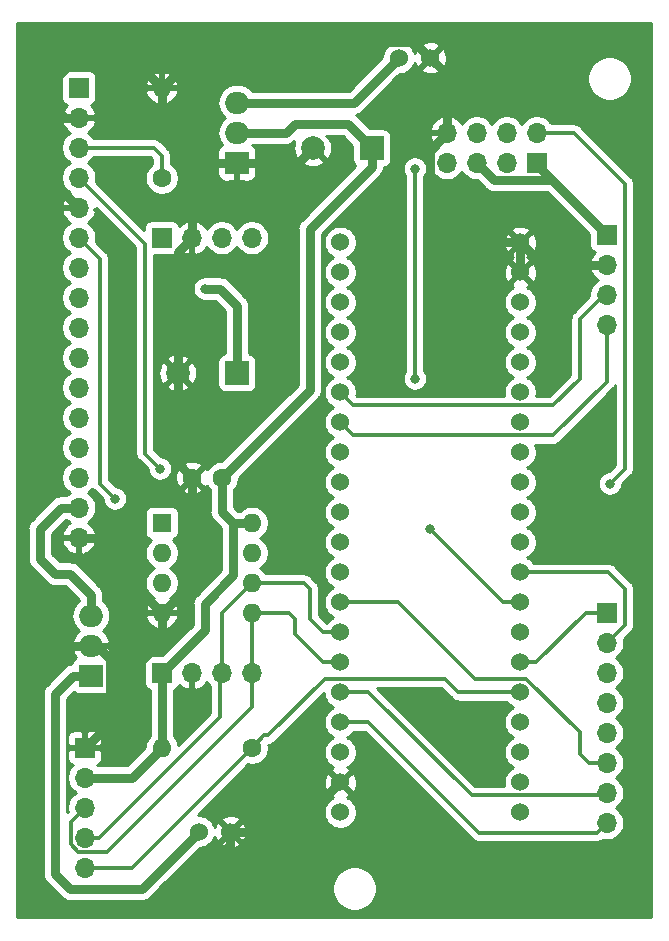
<source format=gtl>
G04 #@! TF.GenerationSoftware,KiCad,Pcbnew,(5.1.6)-1*
G04 #@! TF.CreationDate,2021-07-21T16:45:44+01:00*
G04 #@! TF.ProjectId,master_controller_v1,6d617374-6572-45f6-936f-6e74726f6c6c,1.0*
G04 #@! TF.SameCoordinates,Original*
G04 #@! TF.FileFunction,Copper,L1,Top*
G04 #@! TF.FilePolarity,Positive*
%FSLAX46Y46*%
G04 Gerber Fmt 4.6, Leading zero omitted, Abs format (unit mm)*
G04 Created by KiCad (PCBNEW (5.1.6)-1) date 2021-07-21 16:45:45*
%MOMM*%
%LPD*%
G01*
G04 APERTURE LIST*
G04 #@! TA.AperFunction,ComponentPad*
%ADD10O,1.700000X1.700000*%
G04 #@! TD*
G04 #@! TA.AperFunction,ComponentPad*
%ADD11R,1.700000X1.700000*%
G04 #@! TD*
G04 #@! TA.AperFunction,ComponentPad*
%ADD12C,1.524000*%
G04 #@! TD*
G04 #@! TA.AperFunction,ComponentPad*
%ADD13R,2.000000X2.000000*%
G04 #@! TD*
G04 #@! TA.AperFunction,ComponentPad*
%ADD14C,2.000000*%
G04 #@! TD*
G04 #@! TA.AperFunction,ComponentPad*
%ADD15O,1.600000X1.600000*%
G04 #@! TD*
G04 #@! TA.AperFunction,ComponentPad*
%ADD16C,1.600000*%
G04 #@! TD*
G04 #@! TA.AperFunction,ComponentPad*
%ADD17O,2.000000X1.905000*%
G04 #@! TD*
G04 #@! TA.AperFunction,ComponentPad*
%ADD18R,2.000000X1.905000*%
G04 #@! TD*
G04 #@! TA.AperFunction,ComponentPad*
%ADD19R,1.600000X1.600000*%
G04 #@! TD*
G04 #@! TA.AperFunction,ViaPad*
%ADD20C,0.800000*%
G04 #@! TD*
G04 #@! TA.AperFunction,Conductor*
%ADD21C,0.800000*%
G04 #@! TD*
G04 #@! TA.AperFunction,Conductor*
%ADD22C,0.300000*%
G04 #@! TD*
G04 #@! TA.AperFunction,Conductor*
%ADD23C,0.254000*%
G04 #@! TD*
G04 APERTURE END LIST*
D10*
X100500000Y-113806000D03*
X97960000Y-113806000D03*
X95420000Y-113806000D03*
D11*
X92880000Y-113806000D03*
D12*
X96012000Y-164084000D03*
X98679000Y-164084000D03*
X112946000Y-98566000D03*
X115613000Y-98566000D03*
X107993000Y-114187000D03*
X107993000Y-116727000D03*
X107993000Y-119267000D03*
X107993000Y-121807000D03*
X107993000Y-124347000D03*
X107993000Y-126887000D03*
X107993000Y-129427000D03*
X107993000Y-131967000D03*
X107993000Y-134507000D03*
X107993000Y-137047000D03*
X107993000Y-139587000D03*
X107993000Y-142127000D03*
X107993000Y-144667000D03*
X107993000Y-147207000D03*
X107993000Y-149747000D03*
X107993000Y-152287000D03*
X107993000Y-154827000D03*
X107993000Y-157367000D03*
X107993000Y-159907000D03*
X107993000Y-162447000D03*
X123233000Y-162447000D03*
X123233000Y-159907000D03*
X123233000Y-157367000D03*
X123233000Y-154827000D03*
X123233000Y-152287000D03*
X123233000Y-149747000D03*
X123233000Y-147207000D03*
X123233000Y-144667000D03*
X123233000Y-142127000D03*
X123233000Y-139587000D03*
X123233000Y-137047000D03*
X123233000Y-134507000D03*
X123233000Y-131967000D03*
X123233000Y-129427000D03*
X123233000Y-126887000D03*
X123233000Y-124347000D03*
X123233000Y-121807000D03*
X123233000Y-119267000D03*
X123233000Y-116727000D03*
X123233000Y-114187000D03*
D13*
X99230000Y-125236000D03*
D14*
X94230000Y-125236000D03*
X105660000Y-106186000D03*
D13*
X110660000Y-106186000D03*
D10*
X85852000Y-139192000D03*
X85852000Y-136652000D03*
X85852000Y-134112000D03*
X85852000Y-131572000D03*
X85852000Y-129032000D03*
X85852000Y-126492000D03*
X85852000Y-123952000D03*
X85852000Y-121412000D03*
X85852000Y-118872000D03*
X85852000Y-116332000D03*
X85852000Y-113792000D03*
X85852000Y-111252000D03*
X85852000Y-108712000D03*
X85852000Y-106172000D03*
X85852000Y-103632000D03*
D11*
X85852000Y-101092000D03*
D10*
X86360000Y-167132000D03*
X86360000Y-164592000D03*
X86360000Y-162052000D03*
X86360000Y-159512000D03*
D11*
X86360000Y-156972000D03*
D10*
X100500000Y-150636000D03*
X97960000Y-150636000D03*
X95420000Y-150636000D03*
D11*
X92880000Y-150636000D03*
X124630000Y-107456000D03*
D10*
X124630000Y-104916000D03*
X122090000Y-107456000D03*
X122090000Y-104916000D03*
X119550000Y-107456000D03*
X119550000Y-104916000D03*
X117010000Y-107456000D03*
X117010000Y-104916000D03*
D11*
X130556000Y-113552000D03*
D10*
X130556000Y-116092000D03*
X130556000Y-118632000D03*
X130556000Y-121172000D03*
X130556000Y-163336000D03*
X130556000Y-160796000D03*
X130556000Y-158256000D03*
X130556000Y-155716000D03*
X130556000Y-153176000D03*
X130556000Y-150636000D03*
X130556000Y-148096000D03*
D11*
X130556000Y-145556000D03*
D15*
X92880000Y-101106000D03*
D16*
X92880000Y-108726000D03*
D17*
X99230000Y-102376000D03*
X99230000Y-104916000D03*
D18*
X99230000Y-107456000D03*
X86868000Y-150876000D03*
D17*
X86868000Y-148336000D03*
X86868000Y-145796000D03*
D15*
X100500000Y-137936000D03*
X92880000Y-145556000D03*
X100500000Y-140476000D03*
X92880000Y-143016000D03*
X100500000Y-143016000D03*
X92880000Y-140476000D03*
X100500000Y-145556000D03*
D19*
X92880000Y-137936000D03*
D15*
X92880000Y-156986000D03*
D16*
X100500000Y-156986000D03*
X97960000Y-134126000D03*
X95460000Y-134126000D03*
D20*
X96520000Y-168910000D03*
X104140000Y-168910000D03*
X115570000Y-168910000D03*
X121920000Y-168910000D03*
X91440000Y-97790000D03*
X127000000Y-97790000D03*
X119380000Y-113030000D03*
X104140000Y-137160000D03*
X83820000Y-147320000D03*
X104726001Y-97203999D03*
X121920000Y-97790000D03*
X114300000Y-152400000D03*
X128270000Y-168910000D03*
X96520000Y-118110000D03*
X92710000Y-133350000D03*
X88900000Y-135890000D03*
X130810000Y-134620000D03*
X114300000Y-107950000D03*
X114300000Y-125730000D03*
X115570000Y-138430000D03*
D21*
X85344000Y-150876000D02*
X86868000Y-150876000D01*
X91186000Y-168910000D02*
X85090000Y-168910000D01*
X85090000Y-168910000D02*
X83820000Y-167640000D01*
X83820000Y-167640000D02*
X83820000Y-152400000D01*
X96012000Y-164084000D02*
X91186000Y-168910000D01*
X83820000Y-152400000D02*
X85344000Y-150876000D01*
X117010000Y-99963000D02*
X115613000Y-98566000D01*
X117010000Y-104916000D02*
X117010000Y-99963000D01*
X115559999Y-106366001D02*
X115559999Y-110479999D01*
X117010000Y-104916000D02*
X115559999Y-106366001D01*
X119267000Y-114187000D02*
X123233000Y-114187000D01*
X115559999Y-110479999D02*
X119267000Y-114187000D01*
X125138000Y-116092000D02*
X123233000Y-114187000D01*
X130556000Y-116092000D02*
X125138000Y-116092000D01*
X123233000Y-116727000D02*
X123233000Y-114187000D01*
X84649919Y-103632000D02*
X83820000Y-102802081D01*
X85852000Y-103632000D02*
X84649919Y-103632000D01*
X83820000Y-100343998D02*
X85103998Y-99060000D01*
X90834000Y-99060000D02*
X92880000Y-101106000D01*
X85103998Y-99060000D02*
X90834000Y-99060000D01*
X85852000Y-111252000D02*
X83820000Y-109220000D01*
X83820000Y-109220000D02*
X83820000Y-101600000D01*
X83820000Y-102802081D02*
X83820000Y-101600000D01*
X83820000Y-101600000D02*
X83820000Y-100343998D01*
X92880000Y-101106000D02*
X92880000Y-104310000D01*
X96026000Y-107456000D02*
X99230000Y-107456000D01*
X104390000Y-107456000D02*
X105660000Y-106186000D01*
X99230000Y-107456000D02*
X104390000Y-107456000D01*
X96782001Y-97203999D02*
X92880000Y-101106000D01*
X114250999Y-97203999D02*
X104726001Y-97203999D01*
X115613000Y-98566000D02*
X114250999Y-97203999D01*
X103816000Y-164084000D02*
X107993000Y-159907000D01*
X98679000Y-164084000D02*
X103816000Y-164084000D01*
X87360502Y-148336000D02*
X86868000Y-148336000D01*
X88468001Y-154863999D02*
X88468001Y-149443499D01*
X88468001Y-149443499D02*
X87360502Y-148336000D01*
X86360000Y-156972000D02*
X88468001Y-154863999D01*
X94230000Y-114996000D02*
X95420000Y-113806000D01*
X94230000Y-125236000D02*
X94230000Y-114996000D01*
X95420000Y-106850000D02*
X95250000Y-106680000D01*
X95420000Y-113806000D02*
X95420000Y-106850000D01*
X92880000Y-104310000D02*
X95250000Y-106680000D01*
X95250000Y-106680000D02*
X96026000Y-107456000D01*
X94230000Y-132896000D02*
X95460000Y-134126000D01*
X94230000Y-125236000D02*
X94230000Y-132896000D01*
X98679000Y-165227000D02*
X98679000Y-164084000D01*
X93472000Y-170434000D02*
X98679000Y-165227000D01*
X85344000Y-148336000D02*
X82550000Y-151130000D01*
X86868000Y-148336000D02*
X85344000Y-148336000D01*
X82550000Y-151130000D02*
X82550000Y-168148000D01*
X82550000Y-168148000D02*
X84836000Y-170434000D01*
X84836000Y-170434000D02*
X93472000Y-170434000D01*
X91292499Y-149443499D02*
X88468001Y-149443499D01*
X92880000Y-147855998D02*
X91292499Y-149443499D01*
X92880000Y-145556000D02*
X92880000Y-147855998D01*
X85852000Y-139192000D02*
X87934000Y-139192000D01*
X87934000Y-140610000D02*
X87934000Y-139192000D01*
X92880000Y-145556000D02*
X87934000Y-140610000D01*
X92880000Y-145556000D02*
X96520000Y-141916000D01*
X96520000Y-141916000D02*
X96520000Y-139700000D01*
X95460000Y-138640000D02*
X95460000Y-134126000D01*
X96520000Y-139700000D02*
X95460000Y-138640000D01*
X104726001Y-97203999D02*
X96782001Y-97203999D01*
X109136000Y-102376000D02*
X112946000Y-98566000D01*
X99230000Y-102376000D02*
X109136000Y-102376000D01*
X86868000Y-145796000D02*
X86868000Y-144018000D01*
X86868000Y-144018000D02*
X85090000Y-142240000D01*
X85090000Y-142240000D02*
X83820000Y-142240000D01*
X83820000Y-142240000D02*
X82550000Y-140970000D01*
X82550000Y-140970000D02*
X82550000Y-138430000D01*
X84328000Y-136652000D02*
X85852000Y-136652000D01*
X82550000Y-138430000D02*
X84328000Y-136652000D01*
X99230000Y-125236000D02*
X99230000Y-119550000D01*
X99230000Y-119550000D02*
X97790000Y-118110000D01*
X97790000Y-118110000D02*
X96520000Y-118110000D01*
X124630000Y-107456000D02*
X124630000Y-107626000D01*
X99230000Y-104916000D02*
X103364000Y-104916000D01*
X103364000Y-104916000D02*
X104140000Y-104140000D01*
X108614000Y-104140000D02*
X110660000Y-106186000D01*
X104140000Y-104140000D02*
X108614000Y-104140000D01*
X125910001Y-108906001D02*
X125977000Y-108973000D01*
X119550000Y-107456000D02*
X121000001Y-108906001D01*
X121000001Y-108906001D02*
X125910001Y-108906001D01*
X124630000Y-107626000D02*
X125977000Y-108973000D01*
X125977000Y-108973000D02*
X130556000Y-113552000D01*
X110660000Y-107780000D02*
X110660000Y-106186000D01*
X105410000Y-113030000D02*
X110660000Y-107780000D01*
X97960000Y-134126000D02*
X105410000Y-126676000D01*
X105410000Y-126676000D02*
X105410000Y-113030000D01*
X97960000Y-134126000D02*
X97960000Y-136990000D01*
X98906000Y-137936000D02*
X100500000Y-137936000D01*
X97960000Y-136990000D02*
X98906000Y-137936000D01*
X92880000Y-150636000D02*
X96520000Y-146996000D01*
X92880000Y-156986000D02*
X92880000Y-150636000D01*
X90354000Y-159512000D02*
X92880000Y-156986000D01*
X86360000Y-159512000D02*
X90354000Y-159512000D01*
X96520000Y-146996000D02*
X96520000Y-144780000D01*
X98906000Y-142394000D02*
X98906000Y-137936000D01*
X96520000Y-144780000D02*
X98906000Y-142394000D01*
D22*
X85852000Y-106172000D02*
X92202000Y-106172000D01*
X92880000Y-106850000D02*
X92880000Y-108726000D01*
X92202000Y-106172000D02*
X92880000Y-106850000D01*
X85852000Y-108712000D02*
X91440000Y-114300000D01*
X91440000Y-114300000D02*
X91440000Y-132080000D01*
X91440000Y-132080000D02*
X92710000Y-133350000D01*
X85852000Y-113792000D02*
X87630000Y-115570000D01*
X87630000Y-115570000D02*
X87630000Y-134620000D01*
X87630000Y-134620000D02*
X88900000Y-135890000D01*
X85783999Y-165792001D02*
X88207999Y-165792001D01*
X85159999Y-165168001D02*
X85783999Y-165792001D01*
X86360000Y-162052000D02*
X85159999Y-163252001D01*
X85159999Y-163252001D02*
X85159999Y-165168001D01*
X100500000Y-153500000D02*
X100500000Y-150636000D01*
X88207999Y-165792001D02*
X100500000Y-153500000D01*
X100500000Y-150636000D02*
X100500000Y-145556000D01*
X107993000Y-149747000D02*
X106567000Y-149747000D01*
X106567000Y-149747000D02*
X104140000Y-147320000D01*
X104140000Y-147320000D02*
X104140000Y-146050000D01*
X103646000Y-145556000D02*
X100500000Y-145556000D01*
X104140000Y-146050000D02*
X103646000Y-145556000D01*
X87562081Y-164592000D02*
X97790000Y-154364081D01*
X86360000Y-164592000D02*
X87562081Y-164592000D01*
X97790000Y-150806000D02*
X97960000Y-150636000D01*
X97790000Y-154364081D02*
X97790000Y-150806000D01*
X97960000Y-145556000D02*
X100500000Y-143016000D01*
X97960000Y-150636000D02*
X97960000Y-145556000D01*
X100500000Y-143016000D02*
X104916000Y-143016000D01*
X104916000Y-143016000D02*
X105410000Y-143510000D01*
X105410000Y-143510000D02*
X105410000Y-146050000D01*
X106567000Y-147207000D02*
X107993000Y-147207000D01*
X105410000Y-146050000D02*
X106567000Y-147207000D01*
X90354000Y-167132000D02*
X100500000Y-156986000D01*
X86360000Y-167132000D02*
X90354000Y-167132000D01*
X100500000Y-156986000D02*
X101546999Y-155939001D01*
X101546999Y-155939001D02*
X101870999Y-155939001D01*
X101870999Y-155939001D02*
X106680000Y-151130000D01*
X106680000Y-151130000D02*
X116840000Y-151130000D01*
X117997000Y-152287000D02*
X123233000Y-152287000D01*
X116840000Y-151130000D02*
X117997000Y-152287000D01*
X124630000Y-104916000D02*
X127776000Y-104916000D01*
X127776000Y-104916000D02*
X132080000Y-109220000D01*
X132080000Y-109220000D02*
X132080000Y-133350000D01*
X132080000Y-133350000D02*
X130810000Y-134620000D01*
X114300000Y-107950000D02*
X114300000Y-125730000D01*
X121807000Y-144667000D02*
X123233000Y-144667000D01*
X115570000Y-138430000D02*
X121807000Y-144667000D01*
X109105001Y-130539001D02*
X126000999Y-130539001D01*
X107993000Y-129427000D02*
X109105001Y-130539001D01*
X130556000Y-125984000D02*
X130556000Y-121172000D01*
X126000999Y-130539001D02*
X130556000Y-125984000D01*
X109105001Y-127999001D02*
X126000999Y-127999001D01*
X107993000Y-126887000D02*
X109105001Y-127999001D01*
X126000999Y-127999001D02*
X128270000Y-125730000D01*
X128270000Y-125730000D02*
X128270000Y-120650000D01*
X130288000Y-118632000D02*
X130556000Y-118632000D01*
X128270000Y-120650000D02*
X130288000Y-118632000D01*
X107993000Y-144667000D02*
X112917000Y-144667000D01*
X112917000Y-144667000D02*
X119380000Y-151130000D01*
X123721762Y-151130000D02*
X128270000Y-155678238D01*
X119380000Y-151130000D02*
X123721762Y-151130000D01*
X128270000Y-155678238D02*
X128270000Y-157480000D01*
X129046000Y-158256000D02*
X130556000Y-158256000D01*
X128270000Y-157480000D02*
X129046000Y-158256000D01*
X107993000Y-152287000D02*
X110377000Y-152287000D01*
X130332999Y-161019001D02*
X130556000Y-160796000D01*
X119109001Y-161019001D02*
X130332999Y-161019001D01*
X110377000Y-152287000D02*
X119109001Y-161019001D01*
X107993000Y-154827000D02*
X110377000Y-154827000D01*
X129706001Y-164185999D02*
X130556000Y-163336000D01*
X119735999Y-164185999D02*
X129706001Y-164185999D01*
X110377000Y-154827000D02*
X119735999Y-164185999D01*
X123233000Y-149747000D02*
X124573000Y-149747000D01*
X128764000Y-145556000D02*
X130556000Y-145556000D01*
X124573000Y-149747000D02*
X128764000Y-145556000D01*
X130556000Y-148096000D02*
X132080000Y-146572000D01*
X132080000Y-146572000D02*
X132080000Y-143510000D01*
X130697000Y-142127000D02*
X123233000Y-142127000D01*
X132080000Y-143510000D02*
X130697000Y-142127000D01*
D23*
G36*
X134340001Y-171323000D02*
G01*
X80660000Y-171323000D01*
X80660000Y-152400000D01*
X82779994Y-152400000D01*
X82785001Y-152450838D01*
X82785000Y-167589172D01*
X82779994Y-167640000D01*
X82785000Y-167690828D01*
X82785000Y-167690837D01*
X82799976Y-167842894D01*
X82859159Y-168037992D01*
X82955266Y-168217797D01*
X83084604Y-168375396D01*
X83124097Y-168407807D01*
X84322197Y-169605908D01*
X84354604Y-169645396D01*
X84394092Y-169677803D01*
X84512202Y-169774734D01*
X84564864Y-169802882D01*
X84692007Y-169870841D01*
X84887105Y-169930024D01*
X85039162Y-169945000D01*
X85039171Y-169945000D01*
X85089999Y-169950006D01*
X85140827Y-169945000D01*
X91135172Y-169945000D01*
X91186000Y-169950006D01*
X91236828Y-169945000D01*
X91236838Y-169945000D01*
X91388895Y-169930024D01*
X91583993Y-169870841D01*
X91763797Y-169774734D01*
X91921396Y-169645396D01*
X91953807Y-169605903D01*
X92835366Y-168724344D01*
X107335000Y-168724344D01*
X107335000Y-169095656D01*
X107407439Y-169459834D01*
X107549534Y-169802882D01*
X107755825Y-170111618D01*
X108018382Y-170374175D01*
X108327118Y-170580466D01*
X108670166Y-170722561D01*
X109034344Y-170795000D01*
X109405656Y-170795000D01*
X109769834Y-170722561D01*
X110112882Y-170580466D01*
X110421618Y-170374175D01*
X110684175Y-170111618D01*
X110890466Y-169802882D01*
X111032561Y-169459834D01*
X111105000Y-169095656D01*
X111105000Y-168724344D01*
X111032561Y-168360166D01*
X110890466Y-168017118D01*
X110684175Y-167708382D01*
X110421618Y-167445825D01*
X110112882Y-167239534D01*
X109769834Y-167097439D01*
X109405656Y-167025000D01*
X109034344Y-167025000D01*
X108670166Y-167097439D01*
X108327118Y-167239534D01*
X108018382Y-167445825D01*
X107755825Y-167708382D01*
X107549534Y-168017118D01*
X107407439Y-168360166D01*
X107335000Y-168724344D01*
X92835366Y-168724344D01*
X96078711Y-165481000D01*
X96149592Y-165481000D01*
X96419490Y-165427314D01*
X96673727Y-165322005D01*
X96902535Y-165169120D01*
X97022090Y-165049565D01*
X97893040Y-165049565D01*
X97960020Y-165289656D01*
X98209048Y-165406756D01*
X98476135Y-165473023D01*
X98751017Y-165485910D01*
X99023133Y-165444922D01*
X99282023Y-165351636D01*
X99397980Y-165289656D01*
X99464960Y-165049565D01*
X98679000Y-164263605D01*
X97893040Y-165049565D01*
X97022090Y-165049565D01*
X97097120Y-164974535D01*
X97250005Y-164745727D01*
X97347610Y-164510090D01*
X97411364Y-164687023D01*
X97473344Y-164802980D01*
X97713435Y-164869960D01*
X98499395Y-164084000D01*
X98858605Y-164084000D01*
X99644565Y-164869960D01*
X99884656Y-164802980D01*
X100001756Y-164553952D01*
X100068023Y-164286865D01*
X100080910Y-164011983D01*
X100039922Y-163739867D01*
X99946636Y-163480977D01*
X99884656Y-163365020D01*
X99644565Y-163298040D01*
X98858605Y-164084000D01*
X98499395Y-164084000D01*
X97713435Y-163298040D01*
X97473344Y-163365020D01*
X97356244Y-163614048D01*
X97346204Y-163654516D01*
X97250005Y-163422273D01*
X97097120Y-163193465D01*
X97022090Y-163118435D01*
X97893040Y-163118435D01*
X98679000Y-163904395D01*
X99464960Y-163118435D01*
X99397980Y-162878344D01*
X99148952Y-162761244D01*
X98881865Y-162694977D01*
X98606983Y-162682090D01*
X98334867Y-162723078D01*
X98075977Y-162816364D01*
X97960020Y-162878344D01*
X97893040Y-163118435D01*
X97022090Y-163118435D01*
X96902535Y-162998880D01*
X96673727Y-162845995D01*
X96419490Y-162740686D01*
X96149592Y-162687000D01*
X95909157Y-162687000D01*
X96286749Y-162309408D01*
X106596000Y-162309408D01*
X106596000Y-162584592D01*
X106649686Y-162854490D01*
X106754995Y-163108727D01*
X106907880Y-163337535D01*
X107102465Y-163532120D01*
X107331273Y-163685005D01*
X107585510Y-163790314D01*
X107855408Y-163844000D01*
X108130592Y-163844000D01*
X108400490Y-163790314D01*
X108654727Y-163685005D01*
X108883535Y-163532120D01*
X109078120Y-163337535D01*
X109231005Y-163108727D01*
X109336314Y-162854490D01*
X109390000Y-162584592D01*
X109390000Y-162309408D01*
X109336314Y-162039510D01*
X109231005Y-161785273D01*
X109078120Y-161556465D01*
X108883535Y-161361880D01*
X108654727Y-161208995D01*
X108583057Y-161179308D01*
X108596023Y-161174636D01*
X108711980Y-161112656D01*
X108778960Y-160872565D01*
X107993000Y-160086605D01*
X107207040Y-160872565D01*
X107274020Y-161112656D01*
X107409760Y-161176485D01*
X107331273Y-161208995D01*
X107102465Y-161361880D01*
X106907880Y-161556465D01*
X106754995Y-161785273D01*
X106649686Y-162039510D01*
X106596000Y-162309408D01*
X96286749Y-162309408D01*
X98617140Y-159979017D01*
X106591090Y-159979017D01*
X106632078Y-160251133D01*
X106725364Y-160510023D01*
X106787344Y-160625980D01*
X107027435Y-160692960D01*
X107813395Y-159907000D01*
X108172605Y-159907000D01*
X108958565Y-160692960D01*
X109198656Y-160625980D01*
X109315756Y-160376952D01*
X109382023Y-160109865D01*
X109394910Y-159834983D01*
X109353922Y-159562867D01*
X109260636Y-159303977D01*
X109198656Y-159188020D01*
X108958565Y-159121040D01*
X108172605Y-159907000D01*
X107813395Y-159907000D01*
X107027435Y-159121040D01*
X106787344Y-159188020D01*
X106670244Y-159437048D01*
X106603977Y-159704135D01*
X106591090Y-159979017D01*
X98617140Y-159979017D01*
X100205603Y-158390554D01*
X100358665Y-158421000D01*
X100641335Y-158421000D01*
X100918574Y-158365853D01*
X101179727Y-158257680D01*
X101414759Y-158100637D01*
X101614637Y-157900759D01*
X101771680Y-157665727D01*
X101879853Y-157404574D01*
X101935000Y-157127335D01*
X101935000Y-156844665D01*
X101910970Y-156723862D01*
X102024886Y-156712642D01*
X102172859Y-156667755D01*
X102309232Y-156594863D01*
X102428763Y-156496765D01*
X102453346Y-156466811D01*
X106596000Y-152324158D01*
X106596000Y-152424592D01*
X106649686Y-152694490D01*
X106754995Y-152948727D01*
X106907880Y-153177535D01*
X107102465Y-153372120D01*
X107331273Y-153525005D01*
X107408515Y-153557000D01*
X107331273Y-153588995D01*
X107102465Y-153741880D01*
X106907880Y-153936465D01*
X106754995Y-154165273D01*
X106649686Y-154419510D01*
X106596000Y-154689408D01*
X106596000Y-154964592D01*
X106649686Y-155234490D01*
X106754995Y-155488727D01*
X106907880Y-155717535D01*
X107102465Y-155912120D01*
X107331273Y-156065005D01*
X107408515Y-156097000D01*
X107331273Y-156128995D01*
X107102465Y-156281880D01*
X106907880Y-156476465D01*
X106754995Y-156705273D01*
X106649686Y-156959510D01*
X106596000Y-157229408D01*
X106596000Y-157504592D01*
X106649686Y-157774490D01*
X106754995Y-158028727D01*
X106907880Y-158257535D01*
X107102465Y-158452120D01*
X107331273Y-158605005D01*
X107402943Y-158634692D01*
X107389977Y-158639364D01*
X107274020Y-158701344D01*
X107207040Y-158941435D01*
X107993000Y-159727395D01*
X108778960Y-158941435D01*
X108711980Y-158701344D01*
X108576240Y-158637515D01*
X108654727Y-158605005D01*
X108883535Y-158452120D01*
X109078120Y-158257535D01*
X109231005Y-158028727D01*
X109336314Y-157774490D01*
X109390000Y-157504592D01*
X109390000Y-157229408D01*
X109336314Y-156959510D01*
X109231005Y-156705273D01*
X109078120Y-156476465D01*
X108883535Y-156281880D01*
X108654727Y-156128995D01*
X108577485Y-156097000D01*
X108654727Y-156065005D01*
X108883535Y-155912120D01*
X109078120Y-155717535D01*
X109148636Y-155612000D01*
X110051843Y-155612000D01*
X119153657Y-164713815D01*
X119178235Y-164743763D01*
X119208183Y-164768341D01*
X119208186Y-164768344D01*
X119222277Y-164779908D01*
X119297766Y-164841861D01*
X119434139Y-164914753D01*
X119547671Y-164949193D01*
X119582111Y-164959640D01*
X119596489Y-164961056D01*
X119697438Y-164970999D01*
X119697445Y-164970999D01*
X119735998Y-164974796D01*
X119774551Y-164970999D01*
X129667448Y-164970999D01*
X129706001Y-164974796D01*
X129744554Y-164970999D01*
X129744562Y-164970999D01*
X129859888Y-164959640D01*
X130007861Y-164914753D01*
X130144234Y-164841861D01*
X130216491Y-164782560D01*
X130409740Y-164821000D01*
X130702260Y-164821000D01*
X130989158Y-164763932D01*
X131259411Y-164651990D01*
X131502632Y-164489475D01*
X131709475Y-164282632D01*
X131871990Y-164039411D01*
X131983932Y-163769158D01*
X132041000Y-163482260D01*
X132041000Y-163189740D01*
X131983932Y-162902842D01*
X131871990Y-162632589D01*
X131709475Y-162389368D01*
X131502632Y-162182525D01*
X131328240Y-162066000D01*
X131502632Y-161949475D01*
X131709475Y-161742632D01*
X131871990Y-161499411D01*
X131983932Y-161229158D01*
X132041000Y-160942260D01*
X132041000Y-160649740D01*
X131983932Y-160362842D01*
X131871990Y-160092589D01*
X131709475Y-159849368D01*
X131502632Y-159642525D01*
X131328240Y-159526000D01*
X131502632Y-159409475D01*
X131709475Y-159202632D01*
X131871990Y-158959411D01*
X131983932Y-158689158D01*
X132041000Y-158402260D01*
X132041000Y-158109740D01*
X131983932Y-157822842D01*
X131871990Y-157552589D01*
X131709475Y-157309368D01*
X131502632Y-157102525D01*
X131328240Y-156986000D01*
X131502632Y-156869475D01*
X131709475Y-156662632D01*
X131871990Y-156419411D01*
X131983932Y-156149158D01*
X132041000Y-155862260D01*
X132041000Y-155569740D01*
X131983932Y-155282842D01*
X131871990Y-155012589D01*
X131709475Y-154769368D01*
X131502632Y-154562525D01*
X131328240Y-154446000D01*
X131502632Y-154329475D01*
X131709475Y-154122632D01*
X131871990Y-153879411D01*
X131983932Y-153609158D01*
X132041000Y-153322260D01*
X132041000Y-153029740D01*
X131983932Y-152742842D01*
X131871990Y-152472589D01*
X131709475Y-152229368D01*
X131502632Y-152022525D01*
X131328240Y-151906000D01*
X131502632Y-151789475D01*
X131709475Y-151582632D01*
X131871990Y-151339411D01*
X131983932Y-151069158D01*
X132041000Y-150782260D01*
X132041000Y-150489740D01*
X131983932Y-150202842D01*
X131871990Y-149932589D01*
X131709475Y-149689368D01*
X131502632Y-149482525D01*
X131328240Y-149366000D01*
X131502632Y-149249475D01*
X131709475Y-149042632D01*
X131871990Y-148799411D01*
X131983932Y-148529158D01*
X132041000Y-148242260D01*
X132041000Y-147949740D01*
X132003075Y-147759082D01*
X132607817Y-147154341D01*
X132637764Y-147129764D01*
X132735862Y-147010233D01*
X132808754Y-146873860D01*
X132853641Y-146725887D01*
X132865000Y-146610561D01*
X132865000Y-146610554D01*
X132868797Y-146572001D01*
X132865000Y-146533448D01*
X132865000Y-143548552D01*
X132868797Y-143509999D01*
X132865000Y-143471446D01*
X132865000Y-143471439D01*
X132853641Y-143356113D01*
X132808754Y-143208140D01*
X132735862Y-143071767D01*
X132683367Y-143007803D01*
X132662345Y-142982187D01*
X132662342Y-142982184D01*
X132637764Y-142952236D01*
X132607816Y-142927658D01*
X131279347Y-141599190D01*
X131254764Y-141569236D01*
X131135233Y-141471138D01*
X130998860Y-141398246D01*
X130850887Y-141353359D01*
X130735561Y-141342000D01*
X130735553Y-141342000D01*
X130697000Y-141338203D01*
X130658447Y-141342000D01*
X124388636Y-141342000D01*
X124318120Y-141236465D01*
X124123535Y-141041880D01*
X123894727Y-140888995D01*
X123817485Y-140857000D01*
X123894727Y-140825005D01*
X124123535Y-140672120D01*
X124318120Y-140477535D01*
X124471005Y-140248727D01*
X124576314Y-139994490D01*
X124630000Y-139724592D01*
X124630000Y-139449408D01*
X124576314Y-139179510D01*
X124471005Y-138925273D01*
X124318120Y-138696465D01*
X124123535Y-138501880D01*
X123894727Y-138348995D01*
X123817485Y-138317000D01*
X123894727Y-138285005D01*
X124123535Y-138132120D01*
X124318120Y-137937535D01*
X124471005Y-137708727D01*
X124576314Y-137454490D01*
X124630000Y-137184592D01*
X124630000Y-136909408D01*
X124576314Y-136639510D01*
X124471005Y-136385273D01*
X124318120Y-136156465D01*
X124123535Y-135961880D01*
X123894727Y-135808995D01*
X123817485Y-135777000D01*
X123894727Y-135745005D01*
X124123535Y-135592120D01*
X124318120Y-135397535D01*
X124471005Y-135168727D01*
X124576314Y-134914490D01*
X124630000Y-134644592D01*
X124630000Y-134369408D01*
X124576314Y-134099510D01*
X124471005Y-133845273D01*
X124318120Y-133616465D01*
X124123535Y-133421880D01*
X123894727Y-133268995D01*
X123817485Y-133237000D01*
X123894727Y-133205005D01*
X124123535Y-133052120D01*
X124318120Y-132857535D01*
X124471005Y-132628727D01*
X124576314Y-132374490D01*
X124630000Y-132104592D01*
X124630000Y-131829408D01*
X124576314Y-131559510D01*
X124478762Y-131324001D01*
X125962446Y-131324001D01*
X126000999Y-131327798D01*
X126039552Y-131324001D01*
X126039560Y-131324001D01*
X126154886Y-131312642D01*
X126302859Y-131267755D01*
X126439232Y-131194863D01*
X126558763Y-131096765D01*
X126583346Y-131066811D01*
X131083817Y-126566341D01*
X131113764Y-126541764D01*
X131145052Y-126503641D01*
X131170112Y-126473105D01*
X131211862Y-126422233D01*
X131284754Y-126285860D01*
X131295001Y-126252081D01*
X131295001Y-133024841D01*
X130734843Y-133585000D01*
X130708061Y-133585000D01*
X130508102Y-133624774D01*
X130319744Y-133702795D01*
X130150226Y-133816063D01*
X130006063Y-133960226D01*
X129892795Y-134129744D01*
X129814774Y-134318102D01*
X129775000Y-134518061D01*
X129775000Y-134721939D01*
X129814774Y-134921898D01*
X129892795Y-135110256D01*
X130006063Y-135279774D01*
X130150226Y-135423937D01*
X130319744Y-135537205D01*
X130508102Y-135615226D01*
X130708061Y-135655000D01*
X130911939Y-135655000D01*
X131111898Y-135615226D01*
X131300256Y-135537205D01*
X131469774Y-135423937D01*
X131613937Y-135279774D01*
X131727205Y-135110256D01*
X131805226Y-134921898D01*
X131845000Y-134721939D01*
X131845000Y-134695157D01*
X132607815Y-133932342D01*
X132637764Y-133907764D01*
X132735862Y-133788233D01*
X132808754Y-133651860D01*
X132853641Y-133503887D01*
X132865000Y-133388561D01*
X132865000Y-133388554D01*
X132868797Y-133350001D01*
X132865000Y-133311448D01*
X132865000Y-109258552D01*
X132868797Y-109219999D01*
X132865000Y-109181446D01*
X132865000Y-109181439D01*
X132853641Y-109066113D01*
X132847714Y-109046572D01*
X132808754Y-108918140D01*
X132790907Y-108884750D01*
X132735862Y-108781767D01*
X132637764Y-108662236D01*
X132607817Y-108637659D01*
X128358347Y-104388190D01*
X128333764Y-104358236D01*
X128214233Y-104260138D01*
X128077860Y-104187246D01*
X127929887Y-104142359D01*
X127814561Y-104131000D01*
X127814553Y-104131000D01*
X127776000Y-104127203D01*
X127737447Y-104131000D01*
X125891474Y-104131000D01*
X125783475Y-103969368D01*
X125576632Y-103762525D01*
X125333411Y-103600010D01*
X125063158Y-103488068D01*
X124776260Y-103431000D01*
X124483740Y-103431000D01*
X124196842Y-103488068D01*
X123926589Y-103600010D01*
X123683368Y-103762525D01*
X123476525Y-103969368D01*
X123360000Y-104143760D01*
X123243475Y-103969368D01*
X123036632Y-103762525D01*
X122793411Y-103600010D01*
X122523158Y-103488068D01*
X122236260Y-103431000D01*
X121943740Y-103431000D01*
X121656842Y-103488068D01*
X121386589Y-103600010D01*
X121143368Y-103762525D01*
X120936525Y-103969368D01*
X120820000Y-104143760D01*
X120703475Y-103969368D01*
X120496632Y-103762525D01*
X120253411Y-103600010D01*
X119983158Y-103488068D01*
X119696260Y-103431000D01*
X119403740Y-103431000D01*
X119116842Y-103488068D01*
X118846589Y-103600010D01*
X118603368Y-103762525D01*
X118396525Y-103969368D01*
X118274805Y-104151534D01*
X118205178Y-104034645D01*
X118010269Y-103818412D01*
X117776920Y-103644359D01*
X117514099Y-103519175D01*
X117366890Y-103474524D01*
X117137000Y-103595845D01*
X117137000Y-104789000D01*
X117157000Y-104789000D01*
X117157000Y-105043000D01*
X117137000Y-105043000D01*
X117137000Y-105063000D01*
X116883000Y-105063000D01*
X116883000Y-105043000D01*
X115689186Y-105043000D01*
X115568519Y-105272891D01*
X115665843Y-105547252D01*
X115814822Y-105797355D01*
X116009731Y-106013588D01*
X116239406Y-106184900D01*
X116063368Y-106302525D01*
X115856525Y-106509368D01*
X115694010Y-106752589D01*
X115582068Y-107022842D01*
X115525000Y-107309740D01*
X115525000Y-107602260D01*
X115582068Y-107889158D01*
X115694010Y-108159411D01*
X115856525Y-108402632D01*
X116063368Y-108609475D01*
X116306589Y-108771990D01*
X116576842Y-108883932D01*
X116863740Y-108941000D01*
X117156260Y-108941000D01*
X117443158Y-108883932D01*
X117713411Y-108771990D01*
X117956632Y-108609475D01*
X118163475Y-108402632D01*
X118280000Y-108228240D01*
X118396525Y-108402632D01*
X118603368Y-108609475D01*
X118846589Y-108771990D01*
X119116842Y-108883932D01*
X119403740Y-108941000D01*
X119571289Y-108941000D01*
X120232197Y-109601908D01*
X120264605Y-109641397D01*
X120304093Y-109673804D01*
X120422203Y-109770735D01*
X120435354Y-109777764D01*
X120602008Y-109866842D01*
X120797106Y-109926025D01*
X120949163Y-109941001D01*
X120949172Y-109941001D01*
X121000000Y-109946007D01*
X121050828Y-109941001D01*
X125481291Y-109941001D01*
X129067928Y-113527639D01*
X129067928Y-114402000D01*
X129080188Y-114526482D01*
X129116498Y-114646180D01*
X129175463Y-114756494D01*
X129254815Y-114853185D01*
X129351506Y-114932537D01*
X129461820Y-114991502D01*
X129542466Y-115015966D01*
X129458412Y-115091731D01*
X129284359Y-115325080D01*
X129159175Y-115587901D01*
X129114524Y-115735110D01*
X129235845Y-115965000D01*
X130429000Y-115965000D01*
X130429000Y-115945000D01*
X130683000Y-115945000D01*
X130683000Y-115965000D01*
X130703000Y-115965000D01*
X130703000Y-116219000D01*
X130683000Y-116219000D01*
X130683000Y-116239000D01*
X130429000Y-116239000D01*
X130429000Y-116219000D01*
X129235845Y-116219000D01*
X129114524Y-116448890D01*
X129159175Y-116596099D01*
X129284359Y-116858920D01*
X129458412Y-117092269D01*
X129674645Y-117287178D01*
X129791534Y-117356805D01*
X129609368Y-117478525D01*
X129402525Y-117685368D01*
X129240010Y-117928589D01*
X129128068Y-118198842D01*
X129071000Y-118485740D01*
X129071000Y-118738842D01*
X127742185Y-120067658D01*
X127712237Y-120092236D01*
X127687659Y-120122184D01*
X127687655Y-120122188D01*
X127683052Y-120127797D01*
X127614139Y-120211767D01*
X127589147Y-120258525D01*
X127541246Y-120348141D01*
X127496359Y-120496114D01*
X127481203Y-120650000D01*
X127485001Y-120688563D01*
X127485000Y-125404842D01*
X125675842Y-127214001D01*
X124592324Y-127214001D01*
X124630000Y-127024592D01*
X124630000Y-126749408D01*
X124576314Y-126479510D01*
X124471005Y-126225273D01*
X124318120Y-125996465D01*
X124123535Y-125801880D01*
X123894727Y-125648995D01*
X123817485Y-125617000D01*
X123894727Y-125585005D01*
X124123535Y-125432120D01*
X124318120Y-125237535D01*
X124471005Y-125008727D01*
X124576314Y-124754490D01*
X124630000Y-124484592D01*
X124630000Y-124209408D01*
X124576314Y-123939510D01*
X124471005Y-123685273D01*
X124318120Y-123456465D01*
X124123535Y-123261880D01*
X123894727Y-123108995D01*
X123817485Y-123077000D01*
X123894727Y-123045005D01*
X124123535Y-122892120D01*
X124318120Y-122697535D01*
X124471005Y-122468727D01*
X124576314Y-122214490D01*
X124630000Y-121944592D01*
X124630000Y-121669408D01*
X124576314Y-121399510D01*
X124471005Y-121145273D01*
X124318120Y-120916465D01*
X124123535Y-120721880D01*
X123894727Y-120568995D01*
X123817485Y-120537000D01*
X123894727Y-120505005D01*
X124123535Y-120352120D01*
X124318120Y-120157535D01*
X124471005Y-119928727D01*
X124576314Y-119674490D01*
X124630000Y-119404592D01*
X124630000Y-119129408D01*
X124576314Y-118859510D01*
X124471005Y-118605273D01*
X124318120Y-118376465D01*
X124123535Y-118181880D01*
X123894727Y-118028995D01*
X123823057Y-117999308D01*
X123836023Y-117994636D01*
X123951980Y-117932656D01*
X124018960Y-117692565D01*
X123233000Y-116906605D01*
X122447040Y-117692565D01*
X122514020Y-117932656D01*
X122649760Y-117996485D01*
X122571273Y-118028995D01*
X122342465Y-118181880D01*
X122147880Y-118376465D01*
X121994995Y-118605273D01*
X121889686Y-118859510D01*
X121836000Y-119129408D01*
X121836000Y-119404592D01*
X121889686Y-119674490D01*
X121994995Y-119928727D01*
X122147880Y-120157535D01*
X122342465Y-120352120D01*
X122571273Y-120505005D01*
X122648515Y-120537000D01*
X122571273Y-120568995D01*
X122342465Y-120721880D01*
X122147880Y-120916465D01*
X121994995Y-121145273D01*
X121889686Y-121399510D01*
X121836000Y-121669408D01*
X121836000Y-121944592D01*
X121889686Y-122214490D01*
X121994995Y-122468727D01*
X122147880Y-122697535D01*
X122342465Y-122892120D01*
X122571273Y-123045005D01*
X122648515Y-123077000D01*
X122571273Y-123108995D01*
X122342465Y-123261880D01*
X122147880Y-123456465D01*
X121994995Y-123685273D01*
X121889686Y-123939510D01*
X121836000Y-124209408D01*
X121836000Y-124484592D01*
X121889686Y-124754490D01*
X121994995Y-125008727D01*
X122147880Y-125237535D01*
X122342465Y-125432120D01*
X122571273Y-125585005D01*
X122648515Y-125617000D01*
X122571273Y-125648995D01*
X122342465Y-125801880D01*
X122147880Y-125996465D01*
X121994995Y-126225273D01*
X121889686Y-126479510D01*
X121836000Y-126749408D01*
X121836000Y-127024592D01*
X121873676Y-127214001D01*
X109430159Y-127214001D01*
X109365238Y-127149080D01*
X109390000Y-127024592D01*
X109390000Y-126749408D01*
X109336314Y-126479510D01*
X109231005Y-126225273D01*
X109078120Y-125996465D01*
X108883535Y-125801880D01*
X108654727Y-125648995D01*
X108577485Y-125617000D01*
X108654727Y-125585005D01*
X108883535Y-125432120D01*
X109078120Y-125237535D01*
X109231005Y-125008727D01*
X109336314Y-124754490D01*
X109390000Y-124484592D01*
X109390000Y-124209408D01*
X109336314Y-123939510D01*
X109231005Y-123685273D01*
X109078120Y-123456465D01*
X108883535Y-123261880D01*
X108654727Y-123108995D01*
X108577485Y-123077000D01*
X108654727Y-123045005D01*
X108883535Y-122892120D01*
X109078120Y-122697535D01*
X109231005Y-122468727D01*
X109336314Y-122214490D01*
X109390000Y-121944592D01*
X109390000Y-121669408D01*
X109336314Y-121399510D01*
X109231005Y-121145273D01*
X109078120Y-120916465D01*
X108883535Y-120721880D01*
X108654727Y-120568995D01*
X108577485Y-120537000D01*
X108654727Y-120505005D01*
X108883535Y-120352120D01*
X109078120Y-120157535D01*
X109231005Y-119928727D01*
X109336314Y-119674490D01*
X109390000Y-119404592D01*
X109390000Y-119129408D01*
X109336314Y-118859510D01*
X109231005Y-118605273D01*
X109078120Y-118376465D01*
X108883535Y-118181880D01*
X108654727Y-118028995D01*
X108577485Y-117997000D01*
X108654727Y-117965005D01*
X108883535Y-117812120D01*
X109078120Y-117617535D01*
X109231005Y-117388727D01*
X109336314Y-117134490D01*
X109390000Y-116864592D01*
X109390000Y-116589408D01*
X109336314Y-116319510D01*
X109231005Y-116065273D01*
X109078120Y-115836465D01*
X108883535Y-115641880D01*
X108654727Y-115488995D01*
X108577485Y-115457000D01*
X108654727Y-115425005D01*
X108883535Y-115272120D01*
X109078120Y-115077535D01*
X109231005Y-114848727D01*
X109336314Y-114594490D01*
X109390000Y-114324592D01*
X109390000Y-114049408D01*
X109336314Y-113779510D01*
X109231005Y-113525273D01*
X109078120Y-113296465D01*
X108883535Y-113101880D01*
X108654727Y-112948995D01*
X108400490Y-112843686D01*
X108130592Y-112790000D01*
X107855408Y-112790000D01*
X107585510Y-112843686D01*
X107331273Y-112948995D01*
X107102465Y-113101880D01*
X106907880Y-113296465D01*
X106754995Y-113525273D01*
X106649686Y-113779510D01*
X106596000Y-114049408D01*
X106596000Y-114324592D01*
X106649686Y-114594490D01*
X106754995Y-114848727D01*
X106907880Y-115077535D01*
X107102465Y-115272120D01*
X107331273Y-115425005D01*
X107408515Y-115457000D01*
X107331273Y-115488995D01*
X107102465Y-115641880D01*
X106907880Y-115836465D01*
X106754995Y-116065273D01*
X106649686Y-116319510D01*
X106596000Y-116589408D01*
X106596000Y-116864592D01*
X106649686Y-117134490D01*
X106754995Y-117388727D01*
X106907880Y-117617535D01*
X107102465Y-117812120D01*
X107331273Y-117965005D01*
X107408515Y-117997000D01*
X107331273Y-118028995D01*
X107102465Y-118181880D01*
X106907880Y-118376465D01*
X106754995Y-118605273D01*
X106649686Y-118859510D01*
X106596000Y-119129408D01*
X106596000Y-119404592D01*
X106649686Y-119674490D01*
X106754995Y-119928727D01*
X106907880Y-120157535D01*
X107102465Y-120352120D01*
X107331273Y-120505005D01*
X107408515Y-120537000D01*
X107331273Y-120568995D01*
X107102465Y-120721880D01*
X106907880Y-120916465D01*
X106754995Y-121145273D01*
X106649686Y-121399510D01*
X106596000Y-121669408D01*
X106596000Y-121944592D01*
X106649686Y-122214490D01*
X106754995Y-122468727D01*
X106907880Y-122697535D01*
X107102465Y-122892120D01*
X107331273Y-123045005D01*
X107408515Y-123077000D01*
X107331273Y-123108995D01*
X107102465Y-123261880D01*
X106907880Y-123456465D01*
X106754995Y-123685273D01*
X106649686Y-123939510D01*
X106596000Y-124209408D01*
X106596000Y-124484592D01*
X106649686Y-124754490D01*
X106754995Y-125008727D01*
X106907880Y-125237535D01*
X107102465Y-125432120D01*
X107331273Y-125585005D01*
X107408515Y-125617000D01*
X107331273Y-125648995D01*
X107102465Y-125801880D01*
X106907880Y-125996465D01*
X106754995Y-126225273D01*
X106649686Y-126479510D01*
X106596000Y-126749408D01*
X106596000Y-127024592D01*
X106649686Y-127294490D01*
X106754995Y-127548727D01*
X106907880Y-127777535D01*
X107102465Y-127972120D01*
X107331273Y-128125005D01*
X107408515Y-128157000D01*
X107331273Y-128188995D01*
X107102465Y-128341880D01*
X106907880Y-128536465D01*
X106754995Y-128765273D01*
X106649686Y-129019510D01*
X106596000Y-129289408D01*
X106596000Y-129564592D01*
X106649686Y-129834490D01*
X106754995Y-130088727D01*
X106907880Y-130317535D01*
X107102465Y-130512120D01*
X107331273Y-130665005D01*
X107408515Y-130697000D01*
X107331273Y-130728995D01*
X107102465Y-130881880D01*
X106907880Y-131076465D01*
X106754995Y-131305273D01*
X106649686Y-131559510D01*
X106596000Y-131829408D01*
X106596000Y-132104592D01*
X106649686Y-132374490D01*
X106754995Y-132628727D01*
X106907880Y-132857535D01*
X107102465Y-133052120D01*
X107331273Y-133205005D01*
X107408515Y-133237000D01*
X107331273Y-133268995D01*
X107102465Y-133421880D01*
X106907880Y-133616465D01*
X106754995Y-133845273D01*
X106649686Y-134099510D01*
X106596000Y-134369408D01*
X106596000Y-134644592D01*
X106649686Y-134914490D01*
X106754995Y-135168727D01*
X106907880Y-135397535D01*
X107102465Y-135592120D01*
X107331273Y-135745005D01*
X107408515Y-135777000D01*
X107331273Y-135808995D01*
X107102465Y-135961880D01*
X106907880Y-136156465D01*
X106754995Y-136385273D01*
X106649686Y-136639510D01*
X106596000Y-136909408D01*
X106596000Y-137184592D01*
X106649686Y-137454490D01*
X106754995Y-137708727D01*
X106907880Y-137937535D01*
X107102465Y-138132120D01*
X107331273Y-138285005D01*
X107408515Y-138317000D01*
X107331273Y-138348995D01*
X107102465Y-138501880D01*
X106907880Y-138696465D01*
X106754995Y-138925273D01*
X106649686Y-139179510D01*
X106596000Y-139449408D01*
X106596000Y-139724592D01*
X106649686Y-139994490D01*
X106754995Y-140248727D01*
X106907880Y-140477535D01*
X107102465Y-140672120D01*
X107331273Y-140825005D01*
X107408515Y-140857000D01*
X107331273Y-140888995D01*
X107102465Y-141041880D01*
X106907880Y-141236465D01*
X106754995Y-141465273D01*
X106649686Y-141719510D01*
X106596000Y-141989408D01*
X106596000Y-142264592D01*
X106649686Y-142534490D01*
X106754995Y-142788727D01*
X106907880Y-143017535D01*
X107102465Y-143212120D01*
X107331273Y-143365005D01*
X107408515Y-143397000D01*
X107331273Y-143428995D01*
X107102465Y-143581880D01*
X106907880Y-143776465D01*
X106754995Y-144005273D01*
X106649686Y-144259510D01*
X106596000Y-144529408D01*
X106596000Y-144804592D01*
X106649686Y-145074490D01*
X106754995Y-145328727D01*
X106907880Y-145557535D01*
X107102465Y-145752120D01*
X107331273Y-145905005D01*
X107408515Y-145937000D01*
X107331273Y-145968995D01*
X107102465Y-146121880D01*
X106907880Y-146316465D01*
X106859311Y-146389153D01*
X106195000Y-145724843D01*
X106195000Y-143548552D01*
X106198797Y-143509999D01*
X106195000Y-143471446D01*
X106195000Y-143471439D01*
X106183641Y-143356113D01*
X106138754Y-143208140D01*
X106065862Y-143071767D01*
X105967764Y-142952236D01*
X105937811Y-142927654D01*
X105498347Y-142488190D01*
X105473764Y-142458236D01*
X105354233Y-142360138D01*
X105217860Y-142287246D01*
X105069887Y-142242359D01*
X104954561Y-142231000D01*
X104954553Y-142231000D01*
X104916000Y-142227203D01*
X104877447Y-142231000D01*
X101701339Y-142231000D01*
X101614637Y-142101241D01*
X101414759Y-141901363D01*
X101182241Y-141746000D01*
X101414759Y-141590637D01*
X101614637Y-141390759D01*
X101771680Y-141155727D01*
X101879853Y-140894574D01*
X101935000Y-140617335D01*
X101935000Y-140334665D01*
X101879853Y-140057426D01*
X101771680Y-139796273D01*
X101614637Y-139561241D01*
X101414759Y-139361363D01*
X101182241Y-139206000D01*
X101414759Y-139050637D01*
X101614637Y-138850759D01*
X101771680Y-138615727D01*
X101879853Y-138354574D01*
X101935000Y-138077335D01*
X101935000Y-137794665D01*
X101879853Y-137517426D01*
X101771680Y-137256273D01*
X101614637Y-137021241D01*
X101414759Y-136821363D01*
X101179727Y-136664320D01*
X100918574Y-136556147D01*
X100641335Y-136501000D01*
X100358665Y-136501000D01*
X100081426Y-136556147D01*
X99820273Y-136664320D01*
X99585241Y-136821363D01*
X99505604Y-136901000D01*
X99334711Y-136901000D01*
X98995000Y-136561290D01*
X98995000Y-135120396D01*
X99074637Y-135040759D01*
X99231680Y-134805727D01*
X99339853Y-134544574D01*
X99395000Y-134267335D01*
X99395000Y-134154710D01*
X106105908Y-127443803D01*
X106145396Y-127411396D01*
X106216109Y-127325232D01*
X106274734Y-127253798D01*
X106370840Y-127073994D01*
X106370841Y-127073993D01*
X106430024Y-126878895D01*
X106445000Y-126726838D01*
X106445000Y-126726829D01*
X106450006Y-126676001D01*
X106445000Y-126625173D01*
X106445000Y-113458710D01*
X111355908Y-108547803D01*
X111395396Y-108515396D01*
X111457062Y-108440256D01*
X111524734Y-108357798D01*
X111606300Y-108205197D01*
X111620841Y-108177993D01*
X111680024Y-107982895D01*
X111693303Y-107848061D01*
X113265000Y-107848061D01*
X113265000Y-108051939D01*
X113304774Y-108251898D01*
X113382795Y-108440256D01*
X113496063Y-108609774D01*
X113515000Y-108628711D01*
X113515001Y-125051288D01*
X113496063Y-125070226D01*
X113382795Y-125239744D01*
X113304774Y-125428102D01*
X113265000Y-125628061D01*
X113265000Y-125831939D01*
X113304774Y-126031898D01*
X113382795Y-126220256D01*
X113496063Y-126389774D01*
X113640226Y-126533937D01*
X113809744Y-126647205D01*
X113998102Y-126725226D01*
X114198061Y-126765000D01*
X114401939Y-126765000D01*
X114601898Y-126725226D01*
X114790256Y-126647205D01*
X114959774Y-126533937D01*
X115103937Y-126389774D01*
X115217205Y-126220256D01*
X115295226Y-126031898D01*
X115335000Y-125831939D01*
X115335000Y-125628061D01*
X115295226Y-125428102D01*
X115217205Y-125239744D01*
X115103937Y-125070226D01*
X115085000Y-125051289D01*
X115085000Y-116799017D01*
X121831090Y-116799017D01*
X121872078Y-117071133D01*
X121965364Y-117330023D01*
X122027344Y-117445980D01*
X122267435Y-117512960D01*
X123053395Y-116727000D01*
X123412605Y-116727000D01*
X124198565Y-117512960D01*
X124438656Y-117445980D01*
X124555756Y-117196952D01*
X124622023Y-116929865D01*
X124634910Y-116654983D01*
X124593922Y-116382867D01*
X124500636Y-116123977D01*
X124438656Y-116008020D01*
X124198565Y-115941040D01*
X123412605Y-116727000D01*
X123053395Y-116727000D01*
X122267435Y-115941040D01*
X122027344Y-116008020D01*
X121910244Y-116257048D01*
X121843977Y-116524135D01*
X121831090Y-116799017D01*
X115085000Y-116799017D01*
X115085000Y-115152565D01*
X122447040Y-115152565D01*
X122514020Y-115392656D01*
X122644644Y-115454079D01*
X122629977Y-115459364D01*
X122514020Y-115521344D01*
X122447040Y-115761435D01*
X123233000Y-116547395D01*
X124018960Y-115761435D01*
X123951980Y-115521344D01*
X123821356Y-115459921D01*
X123836023Y-115454636D01*
X123951980Y-115392656D01*
X124018960Y-115152565D01*
X123233000Y-114366605D01*
X122447040Y-115152565D01*
X115085000Y-115152565D01*
X115085000Y-114259017D01*
X121831090Y-114259017D01*
X121872078Y-114531133D01*
X121965364Y-114790023D01*
X122027344Y-114905980D01*
X122267435Y-114972960D01*
X123053395Y-114187000D01*
X123412605Y-114187000D01*
X124198565Y-114972960D01*
X124438656Y-114905980D01*
X124555756Y-114656952D01*
X124622023Y-114389865D01*
X124634910Y-114114983D01*
X124593922Y-113842867D01*
X124500636Y-113583977D01*
X124438656Y-113468020D01*
X124198565Y-113401040D01*
X123412605Y-114187000D01*
X123053395Y-114187000D01*
X122267435Y-113401040D01*
X122027344Y-113468020D01*
X121910244Y-113717048D01*
X121843977Y-113984135D01*
X121831090Y-114259017D01*
X115085000Y-114259017D01*
X115085000Y-113221435D01*
X122447040Y-113221435D01*
X123233000Y-114007395D01*
X124018960Y-113221435D01*
X123951980Y-112981344D01*
X123702952Y-112864244D01*
X123435865Y-112797977D01*
X123160983Y-112785090D01*
X122888867Y-112826078D01*
X122629977Y-112919364D01*
X122514020Y-112981344D01*
X122447040Y-113221435D01*
X115085000Y-113221435D01*
X115085000Y-108628711D01*
X115103937Y-108609774D01*
X115217205Y-108440256D01*
X115295226Y-108251898D01*
X115335000Y-108051939D01*
X115335000Y-107848061D01*
X115295226Y-107648102D01*
X115217205Y-107459744D01*
X115103937Y-107290226D01*
X114959774Y-107146063D01*
X114790256Y-107032795D01*
X114601898Y-106954774D01*
X114401939Y-106915000D01*
X114198061Y-106915000D01*
X113998102Y-106954774D01*
X113809744Y-107032795D01*
X113640226Y-107146063D01*
X113496063Y-107290226D01*
X113382795Y-107459744D01*
X113304774Y-107648102D01*
X113265000Y-107848061D01*
X111693303Y-107848061D01*
X111695000Y-107830838D01*
X111695000Y-107830829D01*
X111696015Y-107820525D01*
X111784482Y-107811812D01*
X111904180Y-107775502D01*
X112014494Y-107716537D01*
X112111185Y-107637185D01*
X112190537Y-107540494D01*
X112249502Y-107430180D01*
X112285812Y-107310482D01*
X112298072Y-107186000D01*
X112298072Y-105186000D01*
X112285812Y-105061518D01*
X112249502Y-104941820D01*
X112190537Y-104831506D01*
X112111185Y-104734815D01*
X112014494Y-104655463D01*
X111904180Y-104596498D01*
X111784482Y-104560188D01*
X111773527Y-104559109D01*
X115568519Y-104559109D01*
X115689186Y-104789000D01*
X116883000Y-104789000D01*
X116883000Y-103595845D01*
X116653110Y-103474524D01*
X116505901Y-103519175D01*
X116243080Y-103644359D01*
X116009731Y-103818412D01*
X115814822Y-104034645D01*
X115665843Y-104284748D01*
X115568519Y-104559109D01*
X111773527Y-104559109D01*
X111660000Y-104547928D01*
X110485639Y-104547928D01*
X109381807Y-103444097D01*
X109349396Y-103404604D01*
X109338929Y-103396014D01*
X109533993Y-103336841D01*
X109713797Y-103240734D01*
X109871396Y-103111396D01*
X109903807Y-103071903D01*
X112831366Y-100144344D01*
X128925000Y-100144344D01*
X128925000Y-100515656D01*
X128997439Y-100879834D01*
X129139534Y-101222882D01*
X129345825Y-101531618D01*
X129608382Y-101794175D01*
X129917118Y-102000466D01*
X130260166Y-102142561D01*
X130624344Y-102215000D01*
X130995656Y-102215000D01*
X131359834Y-102142561D01*
X131702882Y-102000466D01*
X132011618Y-101794175D01*
X132274175Y-101531618D01*
X132480466Y-101222882D01*
X132622561Y-100879834D01*
X132695000Y-100515656D01*
X132695000Y-100144344D01*
X132622561Y-99780166D01*
X132480466Y-99437118D01*
X132274175Y-99128382D01*
X132011618Y-98865825D01*
X131702882Y-98659534D01*
X131359834Y-98517439D01*
X130995656Y-98445000D01*
X130624344Y-98445000D01*
X130260166Y-98517439D01*
X129917118Y-98659534D01*
X129608382Y-98865825D01*
X129345825Y-99128382D01*
X129139534Y-99437118D01*
X128997439Y-99780166D01*
X128925000Y-100144344D01*
X112831366Y-100144344D01*
X113012711Y-99963000D01*
X113083592Y-99963000D01*
X113353490Y-99909314D01*
X113607727Y-99804005D01*
X113836535Y-99651120D01*
X113956090Y-99531565D01*
X114827040Y-99531565D01*
X114894020Y-99771656D01*
X115143048Y-99888756D01*
X115410135Y-99955023D01*
X115685017Y-99967910D01*
X115957133Y-99926922D01*
X116216023Y-99833636D01*
X116331980Y-99771656D01*
X116398960Y-99531565D01*
X115613000Y-98745605D01*
X114827040Y-99531565D01*
X113956090Y-99531565D01*
X114031120Y-99456535D01*
X114184005Y-99227727D01*
X114281610Y-98992090D01*
X114345364Y-99169023D01*
X114407344Y-99284980D01*
X114647435Y-99351960D01*
X115433395Y-98566000D01*
X115792605Y-98566000D01*
X116578565Y-99351960D01*
X116818656Y-99284980D01*
X116935756Y-99035952D01*
X117002023Y-98768865D01*
X117014910Y-98493983D01*
X116973922Y-98221867D01*
X116880636Y-97962977D01*
X116818656Y-97847020D01*
X116578565Y-97780040D01*
X115792605Y-98566000D01*
X115433395Y-98566000D01*
X114647435Y-97780040D01*
X114407344Y-97847020D01*
X114290244Y-98096048D01*
X114280204Y-98136516D01*
X114184005Y-97904273D01*
X114031120Y-97675465D01*
X113956090Y-97600435D01*
X114827040Y-97600435D01*
X115613000Y-98386395D01*
X116398960Y-97600435D01*
X116331980Y-97360344D01*
X116082952Y-97243244D01*
X115815865Y-97176977D01*
X115540983Y-97164090D01*
X115268867Y-97205078D01*
X115009977Y-97298364D01*
X114894020Y-97360344D01*
X114827040Y-97600435D01*
X113956090Y-97600435D01*
X113836535Y-97480880D01*
X113607727Y-97327995D01*
X113353490Y-97222686D01*
X113083592Y-97169000D01*
X112808408Y-97169000D01*
X112538510Y-97222686D01*
X112284273Y-97327995D01*
X112055465Y-97480880D01*
X111860880Y-97675465D01*
X111707995Y-97904273D01*
X111602686Y-98158510D01*
X111549000Y-98428408D01*
X111549000Y-98499289D01*
X108707290Y-101341000D01*
X100481756Y-101341000D01*
X100405463Y-101248037D01*
X100163735Y-101049655D01*
X99887949Y-100902245D01*
X99588704Y-100811470D01*
X99355486Y-100788500D01*
X99104514Y-100788500D01*
X98871296Y-100811470D01*
X98572051Y-100902245D01*
X98296265Y-101049655D01*
X98054537Y-101248037D01*
X97856155Y-101489765D01*
X97708745Y-101765551D01*
X97617970Y-102064796D01*
X97587319Y-102376000D01*
X97617970Y-102687204D01*
X97708745Y-102986449D01*
X97856155Y-103262235D01*
X98054537Y-103503963D01*
X98227609Y-103646000D01*
X98054537Y-103788037D01*
X97856155Y-104029765D01*
X97708745Y-104305551D01*
X97617970Y-104604796D01*
X97587319Y-104916000D01*
X97617970Y-105227204D01*
X97708745Y-105526449D01*
X97856155Y-105802235D01*
X97959446Y-105928095D01*
X97875506Y-105972963D01*
X97778815Y-106052315D01*
X97699463Y-106149006D01*
X97640498Y-106259320D01*
X97604188Y-106379018D01*
X97591928Y-106503500D01*
X97595000Y-107170250D01*
X97753750Y-107329000D01*
X99103000Y-107329000D01*
X99103000Y-107309000D01*
X99357000Y-107309000D01*
X99357000Y-107329000D01*
X100706250Y-107329000D01*
X100713837Y-107321413D01*
X104704192Y-107321413D01*
X104799956Y-107585814D01*
X105089571Y-107726704D01*
X105401108Y-107808384D01*
X105722595Y-107827718D01*
X106041675Y-107783961D01*
X106346088Y-107678795D01*
X106520044Y-107585814D01*
X106615808Y-107321413D01*
X105660000Y-106365605D01*
X104704192Y-107321413D01*
X100713837Y-107321413D01*
X100865000Y-107170250D01*
X100868072Y-106503500D01*
X100855812Y-106379018D01*
X100819502Y-106259320D01*
X100760537Y-106149006D01*
X100681185Y-106052315D01*
X100584494Y-105972963D01*
X100543405Y-105951000D01*
X103313172Y-105951000D01*
X103364000Y-105956006D01*
X103414828Y-105951000D01*
X103414838Y-105951000D01*
X103566895Y-105936024D01*
X103761993Y-105876841D01*
X103941797Y-105780734D01*
X104099396Y-105651396D01*
X104114836Y-105632582D01*
X104037616Y-105927108D01*
X104018282Y-106248595D01*
X104062039Y-106567675D01*
X104167205Y-106872088D01*
X104260186Y-107046044D01*
X104524587Y-107141808D01*
X105480395Y-106186000D01*
X105466253Y-106171858D01*
X105645858Y-105992253D01*
X105660000Y-106006395D01*
X105674143Y-105992253D01*
X105853748Y-106171858D01*
X105839605Y-106186000D01*
X106795413Y-107141808D01*
X107059814Y-107046044D01*
X107200704Y-106756429D01*
X107282384Y-106444892D01*
X107301718Y-106123405D01*
X107257961Y-105804325D01*
X107152795Y-105499912D01*
X107059814Y-105325956D01*
X106795415Y-105230193D01*
X106850608Y-105175000D01*
X108185290Y-105175000D01*
X109021928Y-106011639D01*
X109021928Y-107186000D01*
X109034188Y-107310482D01*
X109070498Y-107430180D01*
X109129463Y-107540494D01*
X109208815Y-107637185D01*
X109280376Y-107695913D01*
X104714093Y-112262197D01*
X104674605Y-112294604D01*
X104642198Y-112334092D01*
X104642197Y-112334093D01*
X104545266Y-112452203D01*
X104449160Y-112632007D01*
X104389977Y-112827105D01*
X104369994Y-113030000D01*
X104375001Y-113080838D01*
X104375000Y-126247289D01*
X97931290Y-132691000D01*
X97818665Y-132691000D01*
X97541426Y-132746147D01*
X97280273Y-132854320D01*
X97045241Y-133011363D01*
X96845363Y-133211241D01*
X96711308Y-133411869D01*
X96696671Y-133384486D01*
X96452702Y-133312903D01*
X95639605Y-134126000D01*
X96452702Y-134939097D01*
X96696671Y-134867514D01*
X96710324Y-134838659D01*
X96845363Y-135040759D01*
X96925000Y-135120396D01*
X96925001Y-136939162D01*
X96919994Y-136990000D01*
X96939977Y-137192895D01*
X96999160Y-137387993D01*
X97095266Y-137567797D01*
X97192197Y-137685907D01*
X97224605Y-137725396D01*
X97264092Y-137757802D01*
X97871001Y-138364712D01*
X97871000Y-141965289D01*
X95824092Y-144012198D01*
X95784605Y-144044604D01*
X95752198Y-144084092D01*
X95752197Y-144084093D01*
X95655266Y-144202203D01*
X95559160Y-144382007D01*
X95499977Y-144577105D01*
X95479994Y-144780000D01*
X95485001Y-144830838D01*
X95485000Y-146567289D01*
X92904362Y-149147928D01*
X92030000Y-149147928D01*
X91905518Y-149160188D01*
X91785820Y-149196498D01*
X91675506Y-149255463D01*
X91578815Y-149334815D01*
X91499463Y-149431506D01*
X91440498Y-149541820D01*
X91404188Y-149661518D01*
X91391928Y-149786000D01*
X91391928Y-151486000D01*
X91404188Y-151610482D01*
X91440498Y-151730180D01*
X91499463Y-151840494D01*
X91578815Y-151937185D01*
X91675506Y-152016537D01*
X91785820Y-152075502D01*
X91845001Y-152093454D01*
X91845000Y-155991604D01*
X91765363Y-156071241D01*
X91608320Y-156306273D01*
X91500147Y-156567426D01*
X91445000Y-156844665D01*
X91445000Y-156957289D01*
X89925290Y-158477000D01*
X87425107Y-158477000D01*
X87381620Y-158433513D01*
X87454180Y-158411502D01*
X87564494Y-158352537D01*
X87661185Y-158273185D01*
X87740537Y-158176494D01*
X87799502Y-158066180D01*
X87835812Y-157946482D01*
X87848072Y-157822000D01*
X87845000Y-157257750D01*
X87686250Y-157099000D01*
X86487000Y-157099000D01*
X86487000Y-157119000D01*
X86233000Y-157119000D01*
X86233000Y-157099000D01*
X85033750Y-157099000D01*
X84875000Y-157257750D01*
X84871928Y-157822000D01*
X84884188Y-157946482D01*
X84920498Y-158066180D01*
X84979463Y-158176494D01*
X85058815Y-158273185D01*
X85155506Y-158352537D01*
X85265820Y-158411502D01*
X85338380Y-158433513D01*
X85206525Y-158565368D01*
X85044010Y-158808589D01*
X84932068Y-159078842D01*
X84875000Y-159365740D01*
X84875000Y-159658260D01*
X84932068Y-159945158D01*
X85044010Y-160215411D01*
X85206525Y-160458632D01*
X85413368Y-160665475D01*
X85587760Y-160782000D01*
X85413368Y-160898525D01*
X85206525Y-161105368D01*
X85044010Y-161348589D01*
X84932068Y-161618842D01*
X84875000Y-161905740D01*
X84875000Y-162198260D01*
X84912925Y-162388918D01*
X84855000Y-162446843D01*
X84855000Y-156122000D01*
X84871928Y-156122000D01*
X84875000Y-156686250D01*
X85033750Y-156845000D01*
X86233000Y-156845000D01*
X86233000Y-155645750D01*
X86487000Y-155645750D01*
X86487000Y-156845000D01*
X87686250Y-156845000D01*
X87845000Y-156686250D01*
X87848072Y-156122000D01*
X87835812Y-155997518D01*
X87799502Y-155877820D01*
X87740537Y-155767506D01*
X87661185Y-155670815D01*
X87564494Y-155591463D01*
X87454180Y-155532498D01*
X87334482Y-155496188D01*
X87210000Y-155483928D01*
X86645750Y-155487000D01*
X86487000Y-155645750D01*
X86233000Y-155645750D01*
X86074250Y-155487000D01*
X85510000Y-155483928D01*
X85385518Y-155496188D01*
X85265820Y-155532498D01*
X85155506Y-155591463D01*
X85058815Y-155670815D01*
X84979463Y-155767506D01*
X84920498Y-155877820D01*
X84884188Y-155997518D01*
X84871928Y-156122000D01*
X84855000Y-156122000D01*
X84855000Y-152828710D01*
X85411050Y-152272660D01*
X85416815Y-152279685D01*
X85513506Y-152359037D01*
X85623820Y-152418002D01*
X85743518Y-152454312D01*
X85868000Y-152466572D01*
X87868000Y-152466572D01*
X87992482Y-152454312D01*
X88112180Y-152418002D01*
X88222494Y-152359037D01*
X88319185Y-152279685D01*
X88398537Y-152182994D01*
X88457502Y-152072680D01*
X88493812Y-151952982D01*
X88506072Y-151828500D01*
X88506072Y-149923500D01*
X88493812Y-149799018D01*
X88457502Y-149679320D01*
X88398537Y-149569006D01*
X88319185Y-149472315D01*
X88222494Y-149392963D01*
X88130781Y-149343941D01*
X88243969Y-149202923D01*
X88387571Y-148927094D01*
X88458563Y-148708980D01*
X88338594Y-148463000D01*
X86995000Y-148463000D01*
X86995000Y-148483000D01*
X86741000Y-148483000D01*
X86741000Y-148463000D01*
X85397406Y-148463000D01*
X85277437Y-148708980D01*
X85348429Y-148927094D01*
X85492031Y-149202923D01*
X85605219Y-149343941D01*
X85513506Y-149392963D01*
X85416815Y-149472315D01*
X85337463Y-149569006D01*
X85278498Y-149679320D01*
X85242188Y-149799018D01*
X85237513Y-149846481D01*
X85141105Y-149855976D01*
X84946007Y-149915159D01*
X84766203Y-150011266D01*
X84608604Y-150140604D01*
X84576197Y-150180092D01*
X83124092Y-151632198D01*
X83084605Y-151664604D01*
X83052198Y-151704092D01*
X83052197Y-151704093D01*
X82955266Y-151822203D01*
X82859160Y-152002007D01*
X82799977Y-152197105D01*
X82779994Y-152400000D01*
X80660000Y-152400000D01*
X80660000Y-138430000D01*
X81509994Y-138430000D01*
X81515001Y-138480838D01*
X81515000Y-140919172D01*
X81509994Y-140970000D01*
X81515000Y-141020828D01*
X81515000Y-141020837D01*
X81529976Y-141172894D01*
X81589159Y-141367992D01*
X81685266Y-141547797D01*
X81814604Y-141705396D01*
X81854097Y-141737807D01*
X83052196Y-142935907D01*
X83084604Y-142975396D01*
X83124092Y-143007803D01*
X83242202Y-143104734D01*
X83288342Y-143129396D01*
X83422007Y-143200841D01*
X83617105Y-143260024D01*
X83769162Y-143275000D01*
X83769171Y-143275000D01*
X83819999Y-143280006D01*
X83870827Y-143275000D01*
X84661290Y-143275000D01*
X85833001Y-144446712D01*
X85833001Y-144552761D01*
X85692537Y-144668037D01*
X85494155Y-144909765D01*
X85346745Y-145185551D01*
X85255970Y-145484796D01*
X85225319Y-145796000D01*
X85255970Y-146107204D01*
X85346745Y-146406449D01*
X85494155Y-146682235D01*
X85692537Y-146923963D01*
X85871899Y-147071163D01*
X85686685Y-147226563D01*
X85492031Y-147469077D01*
X85348429Y-147744906D01*
X85277437Y-147963020D01*
X85397406Y-148209000D01*
X86741000Y-148209000D01*
X86741000Y-148189000D01*
X86995000Y-148189000D01*
X86995000Y-148209000D01*
X88338594Y-148209000D01*
X88458563Y-147963020D01*
X88387571Y-147744906D01*
X88243969Y-147469077D01*
X88049315Y-147226563D01*
X87864101Y-147071163D01*
X88043463Y-146923963D01*
X88241845Y-146682235D01*
X88389255Y-146406449D01*
X88480030Y-146107204D01*
X88499941Y-145905039D01*
X91488096Y-145905039D01*
X91528754Y-146039087D01*
X91648963Y-146293420D01*
X91816481Y-146519414D01*
X92024869Y-146708385D01*
X92266119Y-146853070D01*
X92530960Y-146947909D01*
X92753000Y-146826624D01*
X92753000Y-145683000D01*
X93007000Y-145683000D01*
X93007000Y-146826624D01*
X93229040Y-146947909D01*
X93493881Y-146853070D01*
X93735131Y-146708385D01*
X93943519Y-146519414D01*
X94111037Y-146293420D01*
X94231246Y-146039087D01*
X94271904Y-145905039D01*
X94149915Y-145683000D01*
X93007000Y-145683000D01*
X92753000Y-145683000D01*
X91610085Y-145683000D01*
X91488096Y-145905039D01*
X88499941Y-145905039D01*
X88510681Y-145796000D01*
X88480030Y-145484796D01*
X88389255Y-145185551D01*
X88241845Y-144909765D01*
X88043463Y-144668037D01*
X87903000Y-144552761D01*
X87903000Y-144068835D01*
X87908007Y-144018000D01*
X87903000Y-143967162D01*
X87888024Y-143815105D01*
X87828841Y-143620007D01*
X87770041Y-143509999D01*
X87732734Y-143440202D01*
X87635803Y-143322092D01*
X87603396Y-143282604D01*
X87563908Y-143250197D01*
X85857807Y-141544097D01*
X85825396Y-141504604D01*
X85667797Y-141375266D01*
X85487993Y-141279159D01*
X85292895Y-141219976D01*
X85140838Y-141205000D01*
X85140828Y-141205000D01*
X85090000Y-141199994D01*
X85039172Y-141205000D01*
X84248711Y-141205000D01*
X83585000Y-140541290D01*
X83585000Y-139548890D01*
X84410524Y-139548890D01*
X84455175Y-139696099D01*
X84580359Y-139958920D01*
X84754412Y-140192269D01*
X84970645Y-140387178D01*
X85220748Y-140536157D01*
X85495109Y-140633481D01*
X85725000Y-140512814D01*
X85725000Y-139319000D01*
X85979000Y-139319000D01*
X85979000Y-140512814D01*
X86208891Y-140633481D01*
X86483252Y-140536157D01*
X86733355Y-140387178D01*
X86949588Y-140192269D01*
X87123641Y-139958920D01*
X87248825Y-139696099D01*
X87293476Y-139548890D01*
X87172155Y-139319000D01*
X85979000Y-139319000D01*
X85725000Y-139319000D01*
X84531845Y-139319000D01*
X84410524Y-139548890D01*
X83585000Y-139548890D01*
X83585000Y-138858710D01*
X84756711Y-137687000D01*
X84786893Y-137687000D01*
X84905368Y-137805475D01*
X85087534Y-137927195D01*
X84970645Y-137996822D01*
X84754412Y-138191731D01*
X84580359Y-138425080D01*
X84455175Y-138687901D01*
X84410524Y-138835110D01*
X84531845Y-139065000D01*
X85725000Y-139065000D01*
X85725000Y-139045000D01*
X85979000Y-139045000D01*
X85979000Y-139065000D01*
X87172155Y-139065000D01*
X87293476Y-138835110D01*
X87248825Y-138687901D01*
X87123641Y-138425080D01*
X86949588Y-138191731D01*
X86733355Y-137996822D01*
X86616466Y-137927195D01*
X86798632Y-137805475D01*
X87005475Y-137598632D01*
X87167990Y-137355411D01*
X87258872Y-137136000D01*
X91441928Y-137136000D01*
X91441928Y-138736000D01*
X91454188Y-138860482D01*
X91490498Y-138980180D01*
X91549463Y-139090494D01*
X91628815Y-139187185D01*
X91725506Y-139266537D01*
X91835820Y-139325502D01*
X91955518Y-139361812D01*
X91963961Y-139362643D01*
X91765363Y-139561241D01*
X91608320Y-139796273D01*
X91500147Y-140057426D01*
X91445000Y-140334665D01*
X91445000Y-140617335D01*
X91500147Y-140894574D01*
X91608320Y-141155727D01*
X91765363Y-141390759D01*
X91965241Y-141590637D01*
X92197759Y-141746000D01*
X91965241Y-141901363D01*
X91765363Y-142101241D01*
X91608320Y-142336273D01*
X91500147Y-142597426D01*
X91445000Y-142874665D01*
X91445000Y-143157335D01*
X91500147Y-143434574D01*
X91608320Y-143695727D01*
X91765363Y-143930759D01*
X91965241Y-144130637D01*
X92200273Y-144287680D01*
X92210865Y-144292067D01*
X92024869Y-144403615D01*
X91816481Y-144592586D01*
X91648963Y-144818580D01*
X91528754Y-145072913D01*
X91488096Y-145206961D01*
X91610085Y-145429000D01*
X92753000Y-145429000D01*
X92753000Y-145409000D01*
X93007000Y-145409000D01*
X93007000Y-145429000D01*
X94149915Y-145429000D01*
X94271904Y-145206961D01*
X94231246Y-145072913D01*
X94111037Y-144818580D01*
X93943519Y-144592586D01*
X93735131Y-144403615D01*
X93549135Y-144292067D01*
X93559727Y-144287680D01*
X93794759Y-144130637D01*
X93994637Y-143930759D01*
X94151680Y-143695727D01*
X94259853Y-143434574D01*
X94315000Y-143157335D01*
X94315000Y-142874665D01*
X94259853Y-142597426D01*
X94151680Y-142336273D01*
X93994637Y-142101241D01*
X93794759Y-141901363D01*
X93562241Y-141746000D01*
X93794759Y-141590637D01*
X93994637Y-141390759D01*
X94151680Y-141155727D01*
X94259853Y-140894574D01*
X94315000Y-140617335D01*
X94315000Y-140334665D01*
X94259853Y-140057426D01*
X94151680Y-139796273D01*
X93994637Y-139561241D01*
X93796039Y-139362643D01*
X93804482Y-139361812D01*
X93924180Y-139325502D01*
X94034494Y-139266537D01*
X94131185Y-139187185D01*
X94210537Y-139090494D01*
X94269502Y-138980180D01*
X94305812Y-138860482D01*
X94318072Y-138736000D01*
X94318072Y-137136000D01*
X94305812Y-137011518D01*
X94269502Y-136891820D01*
X94210537Y-136781506D01*
X94131185Y-136684815D01*
X94034494Y-136605463D01*
X93924180Y-136546498D01*
X93804482Y-136510188D01*
X93680000Y-136497928D01*
X92080000Y-136497928D01*
X91955518Y-136510188D01*
X91835820Y-136546498D01*
X91725506Y-136605463D01*
X91628815Y-136684815D01*
X91549463Y-136781506D01*
X91490498Y-136891820D01*
X91454188Y-137011518D01*
X91441928Y-137136000D01*
X87258872Y-137136000D01*
X87279932Y-137085158D01*
X87337000Y-136798260D01*
X87337000Y-136505740D01*
X87279932Y-136218842D01*
X87167990Y-135948589D01*
X87005475Y-135705368D01*
X86798632Y-135498525D01*
X86624240Y-135382000D01*
X86798632Y-135265475D01*
X86988444Y-135075663D01*
X86996979Y-135086063D01*
X87047655Y-135147812D01*
X87047659Y-135147816D01*
X87072237Y-135177764D01*
X87102185Y-135202342D01*
X87865000Y-135965158D01*
X87865000Y-135991939D01*
X87904774Y-136191898D01*
X87982795Y-136380256D01*
X88096063Y-136549774D01*
X88240226Y-136693937D01*
X88409744Y-136807205D01*
X88598102Y-136885226D01*
X88798061Y-136925000D01*
X89001939Y-136925000D01*
X89201898Y-136885226D01*
X89390256Y-136807205D01*
X89559774Y-136693937D01*
X89703937Y-136549774D01*
X89817205Y-136380256D01*
X89895226Y-136191898D01*
X89935000Y-135991939D01*
X89935000Y-135788061D01*
X89895226Y-135588102D01*
X89817205Y-135399744D01*
X89703937Y-135230226D01*
X89592413Y-135118702D01*
X94646903Y-135118702D01*
X94718486Y-135362671D01*
X94973996Y-135483571D01*
X95248184Y-135552300D01*
X95530512Y-135566217D01*
X95810130Y-135524787D01*
X96076292Y-135429603D01*
X96201514Y-135362671D01*
X96273097Y-135118702D01*
X95460000Y-134305605D01*
X94646903Y-135118702D01*
X89592413Y-135118702D01*
X89559774Y-135086063D01*
X89390256Y-134972795D01*
X89201898Y-134894774D01*
X89001939Y-134855000D01*
X88975158Y-134855000D01*
X88415000Y-134294843D01*
X88415000Y-115608556D01*
X88418797Y-115570000D01*
X88415000Y-115531440D01*
X88415000Y-115531439D01*
X88411020Y-115491026D01*
X88403642Y-115416113D01*
X88358754Y-115268140D01*
X88346654Y-115245502D01*
X88285862Y-115131767D01*
X88187764Y-115012236D01*
X88157811Y-114987654D01*
X87299075Y-114128918D01*
X87337000Y-113938260D01*
X87337000Y-113645740D01*
X87279932Y-113358842D01*
X87167990Y-113088589D01*
X87005475Y-112845368D01*
X86798632Y-112638525D01*
X86616466Y-112516805D01*
X86733355Y-112447178D01*
X86949588Y-112252269D01*
X87123641Y-112018920D01*
X87248825Y-111756099D01*
X87293476Y-111608890D01*
X87172156Y-111379002D01*
X87337000Y-111379002D01*
X87337000Y-111307157D01*
X90655000Y-114625158D01*
X90655001Y-132041437D01*
X90651203Y-132080000D01*
X90666359Y-132233886D01*
X90711246Y-132381859D01*
X90711247Y-132381860D01*
X90784139Y-132518233D01*
X90806979Y-132546063D01*
X90857655Y-132607812D01*
X90857659Y-132607816D01*
X90882237Y-132637764D01*
X90912185Y-132662342D01*
X91675000Y-133425158D01*
X91675000Y-133451939D01*
X91714774Y-133651898D01*
X91792795Y-133840256D01*
X91906063Y-134009774D01*
X92050226Y-134153937D01*
X92219744Y-134267205D01*
X92408102Y-134345226D01*
X92608061Y-134385000D01*
X92811939Y-134385000D01*
X93011898Y-134345226D01*
X93200256Y-134267205D01*
X93306055Y-134196512D01*
X94019783Y-134196512D01*
X94061213Y-134476130D01*
X94156397Y-134742292D01*
X94223329Y-134867514D01*
X94467298Y-134939097D01*
X95280395Y-134126000D01*
X94467298Y-133312903D01*
X94223329Y-133384486D01*
X94102429Y-133639996D01*
X94033700Y-133914184D01*
X94019783Y-134196512D01*
X93306055Y-134196512D01*
X93369774Y-134153937D01*
X93513937Y-134009774D01*
X93627205Y-133840256D01*
X93705226Y-133651898D01*
X93745000Y-133451939D01*
X93745000Y-133248061D01*
X93722173Y-133133298D01*
X94646903Y-133133298D01*
X95460000Y-133946395D01*
X96273097Y-133133298D01*
X96201514Y-132889329D01*
X95946004Y-132768429D01*
X95671816Y-132699700D01*
X95389488Y-132685783D01*
X95109870Y-132727213D01*
X94843708Y-132822397D01*
X94718486Y-132889329D01*
X94646903Y-133133298D01*
X93722173Y-133133298D01*
X93705226Y-133048102D01*
X93627205Y-132859744D01*
X93513937Y-132690226D01*
X93369774Y-132546063D01*
X93200256Y-132432795D01*
X93011898Y-132354774D01*
X92811939Y-132315000D01*
X92785158Y-132315000D01*
X92225000Y-131754843D01*
X92225000Y-126371413D01*
X93274192Y-126371413D01*
X93369956Y-126635814D01*
X93659571Y-126776704D01*
X93971108Y-126858384D01*
X94292595Y-126877718D01*
X94611675Y-126833961D01*
X94916088Y-126728795D01*
X95090044Y-126635814D01*
X95185808Y-126371413D01*
X94230000Y-125415605D01*
X93274192Y-126371413D01*
X92225000Y-126371413D01*
X92225000Y-125298595D01*
X92588282Y-125298595D01*
X92632039Y-125617675D01*
X92737205Y-125922088D01*
X92830186Y-126096044D01*
X93094587Y-126191808D01*
X94050395Y-125236000D01*
X94409605Y-125236000D01*
X95365413Y-126191808D01*
X95629814Y-126096044D01*
X95770704Y-125806429D01*
X95852384Y-125494892D01*
X95871718Y-125173405D01*
X95827961Y-124854325D01*
X95722795Y-124549912D01*
X95629814Y-124375956D01*
X95365413Y-124280192D01*
X94409605Y-125236000D01*
X94050395Y-125236000D01*
X93094587Y-124280192D01*
X92830186Y-124375956D01*
X92689296Y-124665571D01*
X92607616Y-124977108D01*
X92588282Y-125298595D01*
X92225000Y-125298595D01*
X92225000Y-124100587D01*
X93274192Y-124100587D01*
X94230000Y-125056395D01*
X95185808Y-124100587D01*
X95090044Y-123836186D01*
X94800429Y-123695296D01*
X94488892Y-123613616D01*
X94167405Y-123594282D01*
X93848325Y-123638039D01*
X93543912Y-123743205D01*
X93369956Y-123836186D01*
X93274192Y-124100587D01*
X92225000Y-124100587D01*
X92225000Y-118110000D01*
X95479993Y-118110000D01*
X95485000Y-118160838D01*
X95485000Y-118211939D01*
X95494969Y-118262057D01*
X95499976Y-118312895D01*
X95514804Y-118361777D01*
X95524774Y-118411898D01*
X95544331Y-118459113D01*
X95559159Y-118507993D01*
X95583238Y-118553042D01*
X95602795Y-118600256D01*
X95631186Y-118642746D01*
X95655266Y-118687797D01*
X95687672Y-118727284D01*
X95716063Y-118769774D01*
X95752196Y-118805907D01*
X95784604Y-118845396D01*
X95824092Y-118877803D01*
X95860226Y-118913937D01*
X95902716Y-118942328D01*
X95942203Y-118974734D01*
X95987254Y-118998814D01*
X96029744Y-119027205D01*
X96076958Y-119046762D01*
X96122007Y-119070841D01*
X96170887Y-119085669D01*
X96218102Y-119105226D01*
X96268223Y-119115196D01*
X96317105Y-119130024D01*
X96367943Y-119135031D01*
X96418061Y-119145000D01*
X97361290Y-119145000D01*
X98195001Y-119978712D01*
X98195000Y-123601375D01*
X98105518Y-123610188D01*
X97985820Y-123646498D01*
X97875506Y-123705463D01*
X97778815Y-123784815D01*
X97699463Y-123881506D01*
X97640498Y-123991820D01*
X97604188Y-124111518D01*
X97591928Y-124236000D01*
X97591928Y-126236000D01*
X97604188Y-126360482D01*
X97640498Y-126480180D01*
X97699463Y-126590494D01*
X97778815Y-126687185D01*
X97875506Y-126766537D01*
X97985820Y-126825502D01*
X98105518Y-126861812D01*
X98230000Y-126874072D01*
X100230000Y-126874072D01*
X100354482Y-126861812D01*
X100474180Y-126825502D01*
X100584494Y-126766537D01*
X100681185Y-126687185D01*
X100760537Y-126590494D01*
X100819502Y-126480180D01*
X100855812Y-126360482D01*
X100868072Y-126236000D01*
X100868072Y-124236000D01*
X100855812Y-124111518D01*
X100819502Y-123991820D01*
X100760537Y-123881506D01*
X100681185Y-123784815D01*
X100584494Y-123705463D01*
X100474180Y-123646498D01*
X100354482Y-123610188D01*
X100265000Y-123601375D01*
X100265000Y-119600835D01*
X100270007Y-119550000D01*
X100265000Y-119499162D01*
X100250024Y-119347105D01*
X100190841Y-119152007D01*
X100190841Y-119152006D01*
X100094734Y-118972202D01*
X99997803Y-118854092D01*
X99965396Y-118814604D01*
X99925908Y-118782197D01*
X98557807Y-117414097D01*
X98525396Y-117374604D01*
X98367797Y-117245266D01*
X98187993Y-117149159D01*
X97992895Y-117089976D01*
X97840838Y-117075000D01*
X97840828Y-117075000D01*
X97790000Y-117069994D01*
X97739172Y-117075000D01*
X96418061Y-117075000D01*
X96367943Y-117084969D01*
X96317105Y-117089976D01*
X96268223Y-117104804D01*
X96218102Y-117114774D01*
X96170887Y-117134331D01*
X96122007Y-117149159D01*
X96076958Y-117173238D01*
X96029744Y-117192795D01*
X95987254Y-117221186D01*
X95942203Y-117245266D01*
X95902716Y-117277672D01*
X95860226Y-117306063D01*
X95824092Y-117342197D01*
X95784604Y-117374604D01*
X95752197Y-117414092D01*
X95716063Y-117450226D01*
X95687672Y-117492716D01*
X95655266Y-117532203D01*
X95631186Y-117577254D01*
X95602795Y-117619744D01*
X95583238Y-117666958D01*
X95559159Y-117712007D01*
X95544331Y-117760887D01*
X95524774Y-117808102D01*
X95514804Y-117858223D01*
X95499976Y-117907105D01*
X95494969Y-117957943D01*
X95485000Y-118008061D01*
X95485000Y-118059162D01*
X95479993Y-118110000D01*
X92225000Y-118110000D01*
X92225000Y-115294072D01*
X93730000Y-115294072D01*
X93854482Y-115281812D01*
X93974180Y-115245502D01*
X94084494Y-115186537D01*
X94181185Y-115107185D01*
X94260537Y-115010494D01*
X94319502Y-114900180D01*
X94343966Y-114819534D01*
X94419731Y-114903588D01*
X94653080Y-115077641D01*
X94915901Y-115202825D01*
X95063110Y-115247476D01*
X95293000Y-115126155D01*
X95293000Y-113933000D01*
X95273000Y-113933000D01*
X95273000Y-113679000D01*
X95293000Y-113679000D01*
X95293000Y-112485845D01*
X95547000Y-112485845D01*
X95547000Y-113679000D01*
X95567000Y-113679000D01*
X95567000Y-113933000D01*
X95547000Y-113933000D01*
X95547000Y-115126155D01*
X95776890Y-115247476D01*
X95924099Y-115202825D01*
X96186920Y-115077641D01*
X96420269Y-114903588D01*
X96615178Y-114687355D01*
X96684805Y-114570466D01*
X96806525Y-114752632D01*
X97013368Y-114959475D01*
X97256589Y-115121990D01*
X97526842Y-115233932D01*
X97813740Y-115291000D01*
X98106260Y-115291000D01*
X98393158Y-115233932D01*
X98663411Y-115121990D01*
X98906632Y-114959475D01*
X99113475Y-114752632D01*
X99230000Y-114578240D01*
X99346525Y-114752632D01*
X99553368Y-114959475D01*
X99796589Y-115121990D01*
X100066842Y-115233932D01*
X100353740Y-115291000D01*
X100646260Y-115291000D01*
X100933158Y-115233932D01*
X101203411Y-115121990D01*
X101446632Y-114959475D01*
X101653475Y-114752632D01*
X101815990Y-114509411D01*
X101927932Y-114239158D01*
X101985000Y-113952260D01*
X101985000Y-113659740D01*
X101927932Y-113372842D01*
X101815990Y-113102589D01*
X101653475Y-112859368D01*
X101446632Y-112652525D01*
X101203411Y-112490010D01*
X100933158Y-112378068D01*
X100646260Y-112321000D01*
X100353740Y-112321000D01*
X100066842Y-112378068D01*
X99796589Y-112490010D01*
X99553368Y-112652525D01*
X99346525Y-112859368D01*
X99230000Y-113033760D01*
X99113475Y-112859368D01*
X98906632Y-112652525D01*
X98663411Y-112490010D01*
X98393158Y-112378068D01*
X98106260Y-112321000D01*
X97813740Y-112321000D01*
X97526842Y-112378068D01*
X97256589Y-112490010D01*
X97013368Y-112652525D01*
X96806525Y-112859368D01*
X96684805Y-113041534D01*
X96615178Y-112924645D01*
X96420269Y-112708412D01*
X96186920Y-112534359D01*
X95924099Y-112409175D01*
X95776890Y-112364524D01*
X95547000Y-112485845D01*
X95293000Y-112485845D01*
X95063110Y-112364524D01*
X94915901Y-112409175D01*
X94653080Y-112534359D01*
X94419731Y-112708412D01*
X94343966Y-112792466D01*
X94319502Y-112711820D01*
X94260537Y-112601506D01*
X94181185Y-112504815D01*
X94084494Y-112425463D01*
X93974180Y-112366498D01*
X93854482Y-112330188D01*
X93730000Y-112317928D01*
X92030000Y-112317928D01*
X91905518Y-112330188D01*
X91785820Y-112366498D01*
X91675506Y-112425463D01*
X91578815Y-112504815D01*
X91499463Y-112601506D01*
X91440498Y-112711820D01*
X91404188Y-112831518D01*
X91391928Y-112956000D01*
X91391928Y-113141770D01*
X87299075Y-109048918D01*
X87337000Y-108858260D01*
X87337000Y-108565740D01*
X87279932Y-108278842D01*
X87167990Y-108008589D01*
X87005475Y-107765368D01*
X86798632Y-107558525D01*
X86624240Y-107442000D01*
X86798632Y-107325475D01*
X87005475Y-107118632D01*
X87113474Y-106957000D01*
X91876843Y-106957000D01*
X92095000Y-107175157D01*
X92095000Y-107524661D01*
X91965241Y-107611363D01*
X91765363Y-107811241D01*
X91608320Y-108046273D01*
X91500147Y-108307426D01*
X91445000Y-108584665D01*
X91445000Y-108867335D01*
X91500147Y-109144574D01*
X91608320Y-109405727D01*
X91765363Y-109640759D01*
X91965241Y-109840637D01*
X92200273Y-109997680D01*
X92461426Y-110105853D01*
X92738665Y-110161000D01*
X93021335Y-110161000D01*
X93298574Y-110105853D01*
X93559727Y-109997680D01*
X93794759Y-109840637D01*
X93994637Y-109640759D01*
X94151680Y-109405727D01*
X94259853Y-109144574D01*
X94315000Y-108867335D01*
X94315000Y-108584665D01*
X94279959Y-108408500D01*
X97591928Y-108408500D01*
X97604188Y-108532982D01*
X97640498Y-108652680D01*
X97699463Y-108762994D01*
X97778815Y-108859685D01*
X97875506Y-108939037D01*
X97985820Y-108998002D01*
X98105518Y-109034312D01*
X98230000Y-109046572D01*
X98944250Y-109043500D01*
X99103000Y-108884750D01*
X99103000Y-107583000D01*
X99357000Y-107583000D01*
X99357000Y-108884750D01*
X99515750Y-109043500D01*
X100230000Y-109046572D01*
X100354482Y-109034312D01*
X100474180Y-108998002D01*
X100584494Y-108939037D01*
X100681185Y-108859685D01*
X100760537Y-108762994D01*
X100819502Y-108652680D01*
X100855812Y-108532982D01*
X100868072Y-108408500D01*
X100865000Y-107741750D01*
X100706250Y-107583000D01*
X99357000Y-107583000D01*
X99103000Y-107583000D01*
X97753750Y-107583000D01*
X97595000Y-107741750D01*
X97591928Y-108408500D01*
X94279959Y-108408500D01*
X94259853Y-108307426D01*
X94151680Y-108046273D01*
X93994637Y-107811241D01*
X93794759Y-107611363D01*
X93665000Y-107524661D01*
X93665000Y-106888556D01*
X93668797Y-106850000D01*
X93665000Y-106811440D01*
X93665000Y-106811439D01*
X93657963Y-106739994D01*
X93653642Y-106696113D01*
X93608754Y-106548140D01*
X93588030Y-106509368D01*
X93535862Y-106411767D01*
X93437764Y-106292236D01*
X93407811Y-106267654D01*
X92784347Y-105644190D01*
X92759764Y-105614236D01*
X92640233Y-105516138D01*
X92503860Y-105443246D01*
X92355887Y-105398359D01*
X92240561Y-105387000D01*
X92240553Y-105387000D01*
X92202000Y-105383203D01*
X92163447Y-105387000D01*
X87113474Y-105387000D01*
X87005475Y-105225368D01*
X86798632Y-105018525D01*
X86616466Y-104896805D01*
X86733355Y-104827178D01*
X86949588Y-104632269D01*
X87123641Y-104398920D01*
X87248825Y-104136099D01*
X87293476Y-103988890D01*
X87172155Y-103759000D01*
X85979000Y-103759000D01*
X85979000Y-103779000D01*
X85725000Y-103779000D01*
X85725000Y-103759000D01*
X84531845Y-103759000D01*
X84410524Y-103988890D01*
X84455175Y-104136099D01*
X84580359Y-104398920D01*
X84754412Y-104632269D01*
X84970645Y-104827178D01*
X85087534Y-104896805D01*
X84905368Y-105018525D01*
X84698525Y-105225368D01*
X84536010Y-105468589D01*
X84424068Y-105738842D01*
X84367000Y-106025740D01*
X84367000Y-106318260D01*
X84424068Y-106605158D01*
X84536010Y-106875411D01*
X84698525Y-107118632D01*
X84905368Y-107325475D01*
X85079760Y-107442000D01*
X84905368Y-107558525D01*
X84698525Y-107765368D01*
X84536010Y-108008589D01*
X84424068Y-108278842D01*
X84367000Y-108565740D01*
X84367000Y-108858260D01*
X84424068Y-109145158D01*
X84536010Y-109415411D01*
X84698525Y-109658632D01*
X84905368Y-109865475D01*
X85087534Y-109987195D01*
X84970645Y-110056822D01*
X84754412Y-110251731D01*
X84580359Y-110485080D01*
X84455175Y-110747901D01*
X84410524Y-110895110D01*
X84531845Y-111125000D01*
X85725000Y-111125000D01*
X85725000Y-111105000D01*
X85979000Y-111105000D01*
X85979000Y-111125000D01*
X85999000Y-111125000D01*
X85999000Y-111379000D01*
X85979000Y-111379000D01*
X85979000Y-111399000D01*
X85725000Y-111399000D01*
X85725000Y-111379000D01*
X84531845Y-111379000D01*
X84410524Y-111608890D01*
X84455175Y-111756099D01*
X84580359Y-112018920D01*
X84754412Y-112252269D01*
X84970645Y-112447178D01*
X85087534Y-112516805D01*
X84905368Y-112638525D01*
X84698525Y-112845368D01*
X84536010Y-113088589D01*
X84424068Y-113358842D01*
X84367000Y-113645740D01*
X84367000Y-113938260D01*
X84424068Y-114225158D01*
X84536010Y-114495411D01*
X84698525Y-114738632D01*
X84905368Y-114945475D01*
X85079760Y-115062000D01*
X84905368Y-115178525D01*
X84698525Y-115385368D01*
X84536010Y-115628589D01*
X84424068Y-115898842D01*
X84367000Y-116185740D01*
X84367000Y-116478260D01*
X84424068Y-116765158D01*
X84536010Y-117035411D01*
X84698525Y-117278632D01*
X84905368Y-117485475D01*
X85079760Y-117602000D01*
X84905368Y-117718525D01*
X84698525Y-117925368D01*
X84536010Y-118168589D01*
X84424068Y-118438842D01*
X84367000Y-118725740D01*
X84367000Y-119018260D01*
X84424068Y-119305158D01*
X84536010Y-119575411D01*
X84698525Y-119818632D01*
X84905368Y-120025475D01*
X85079760Y-120142000D01*
X84905368Y-120258525D01*
X84698525Y-120465368D01*
X84536010Y-120708589D01*
X84424068Y-120978842D01*
X84367000Y-121265740D01*
X84367000Y-121558260D01*
X84424068Y-121845158D01*
X84536010Y-122115411D01*
X84698525Y-122358632D01*
X84905368Y-122565475D01*
X85079760Y-122682000D01*
X84905368Y-122798525D01*
X84698525Y-123005368D01*
X84536010Y-123248589D01*
X84424068Y-123518842D01*
X84367000Y-123805740D01*
X84367000Y-124098260D01*
X84424068Y-124385158D01*
X84536010Y-124655411D01*
X84698525Y-124898632D01*
X84905368Y-125105475D01*
X85079760Y-125222000D01*
X84905368Y-125338525D01*
X84698525Y-125545368D01*
X84536010Y-125788589D01*
X84424068Y-126058842D01*
X84367000Y-126345740D01*
X84367000Y-126638260D01*
X84424068Y-126925158D01*
X84536010Y-127195411D01*
X84698525Y-127438632D01*
X84905368Y-127645475D01*
X85079760Y-127762000D01*
X84905368Y-127878525D01*
X84698525Y-128085368D01*
X84536010Y-128328589D01*
X84424068Y-128598842D01*
X84367000Y-128885740D01*
X84367000Y-129178260D01*
X84424068Y-129465158D01*
X84536010Y-129735411D01*
X84698525Y-129978632D01*
X84905368Y-130185475D01*
X85079760Y-130302000D01*
X84905368Y-130418525D01*
X84698525Y-130625368D01*
X84536010Y-130868589D01*
X84424068Y-131138842D01*
X84367000Y-131425740D01*
X84367000Y-131718260D01*
X84424068Y-132005158D01*
X84536010Y-132275411D01*
X84698525Y-132518632D01*
X84905368Y-132725475D01*
X85079760Y-132842000D01*
X84905368Y-132958525D01*
X84698525Y-133165368D01*
X84536010Y-133408589D01*
X84424068Y-133678842D01*
X84367000Y-133965740D01*
X84367000Y-134258260D01*
X84424068Y-134545158D01*
X84536010Y-134815411D01*
X84698525Y-135058632D01*
X84905368Y-135265475D01*
X85079760Y-135382000D01*
X84905368Y-135498525D01*
X84786893Y-135617000D01*
X84378835Y-135617000D01*
X84328000Y-135611993D01*
X84277165Y-135617000D01*
X84277162Y-135617000D01*
X84125105Y-135631976D01*
X83930007Y-135691159D01*
X83906571Y-135703686D01*
X83750202Y-135787266D01*
X83632092Y-135884197D01*
X83592604Y-135916604D01*
X83560197Y-135956092D01*
X81854092Y-137662198D01*
X81814605Y-137694604D01*
X81782198Y-137734092D01*
X81782197Y-137734093D01*
X81685266Y-137852203D01*
X81589160Y-138032007D01*
X81529977Y-138227105D01*
X81509994Y-138430000D01*
X80660000Y-138430000D01*
X80660000Y-100242000D01*
X84363928Y-100242000D01*
X84363928Y-101942000D01*
X84376188Y-102066482D01*
X84412498Y-102186180D01*
X84471463Y-102296494D01*
X84550815Y-102393185D01*
X84647506Y-102472537D01*
X84757820Y-102531502D01*
X84838466Y-102555966D01*
X84754412Y-102631731D01*
X84580359Y-102865080D01*
X84455175Y-103127901D01*
X84410524Y-103275110D01*
X84531845Y-103505000D01*
X85725000Y-103505000D01*
X85725000Y-103485000D01*
X85979000Y-103485000D01*
X85979000Y-103505000D01*
X87172155Y-103505000D01*
X87293476Y-103275110D01*
X87248825Y-103127901D01*
X87123641Y-102865080D01*
X86949588Y-102631731D01*
X86865534Y-102555966D01*
X86946180Y-102531502D01*
X87056494Y-102472537D01*
X87153185Y-102393185D01*
X87232537Y-102296494D01*
X87291502Y-102186180D01*
X87327812Y-102066482D01*
X87340072Y-101942000D01*
X87340072Y-101455040D01*
X91488091Y-101455040D01*
X91582930Y-101719881D01*
X91727615Y-101961131D01*
X91916586Y-102169519D01*
X92142580Y-102337037D01*
X92396913Y-102457246D01*
X92530961Y-102497904D01*
X92753000Y-102375915D01*
X92753000Y-101233000D01*
X93007000Y-101233000D01*
X93007000Y-102375915D01*
X93229039Y-102497904D01*
X93363087Y-102457246D01*
X93617420Y-102337037D01*
X93843414Y-102169519D01*
X94032385Y-101961131D01*
X94177070Y-101719881D01*
X94271909Y-101455040D01*
X94150624Y-101233000D01*
X93007000Y-101233000D01*
X92753000Y-101233000D01*
X91609376Y-101233000D01*
X91488091Y-101455040D01*
X87340072Y-101455040D01*
X87340072Y-100756960D01*
X91488091Y-100756960D01*
X91609376Y-100979000D01*
X92753000Y-100979000D01*
X92753000Y-99836085D01*
X93007000Y-99836085D01*
X93007000Y-100979000D01*
X94150624Y-100979000D01*
X94271909Y-100756960D01*
X94177070Y-100492119D01*
X94032385Y-100250869D01*
X93843414Y-100042481D01*
X93617420Y-99874963D01*
X93363087Y-99754754D01*
X93229039Y-99714096D01*
X93007000Y-99836085D01*
X92753000Y-99836085D01*
X92530961Y-99714096D01*
X92396913Y-99754754D01*
X92142580Y-99874963D01*
X91916586Y-100042481D01*
X91727615Y-100250869D01*
X91582930Y-100492119D01*
X91488091Y-100756960D01*
X87340072Y-100756960D01*
X87340072Y-100242000D01*
X87327812Y-100117518D01*
X87291502Y-99997820D01*
X87232537Y-99887506D01*
X87153185Y-99790815D01*
X87056494Y-99711463D01*
X86946180Y-99652498D01*
X86826482Y-99616188D01*
X86702000Y-99603928D01*
X85002000Y-99603928D01*
X84877518Y-99616188D01*
X84757820Y-99652498D01*
X84647506Y-99711463D01*
X84550815Y-99790815D01*
X84471463Y-99887506D01*
X84412498Y-99997820D01*
X84376188Y-100117518D01*
X84363928Y-100242000D01*
X80660000Y-100242000D01*
X80660000Y-95660000D01*
X134340000Y-95660000D01*
X134340001Y-171323000D01*
G37*
X134340001Y-171323000D02*
X80660000Y-171323000D01*
X80660000Y-152400000D01*
X82779994Y-152400000D01*
X82785001Y-152450838D01*
X82785000Y-167589172D01*
X82779994Y-167640000D01*
X82785000Y-167690828D01*
X82785000Y-167690837D01*
X82799976Y-167842894D01*
X82859159Y-168037992D01*
X82955266Y-168217797D01*
X83084604Y-168375396D01*
X83124097Y-168407807D01*
X84322197Y-169605908D01*
X84354604Y-169645396D01*
X84394092Y-169677803D01*
X84512202Y-169774734D01*
X84564864Y-169802882D01*
X84692007Y-169870841D01*
X84887105Y-169930024D01*
X85039162Y-169945000D01*
X85039171Y-169945000D01*
X85089999Y-169950006D01*
X85140827Y-169945000D01*
X91135172Y-169945000D01*
X91186000Y-169950006D01*
X91236828Y-169945000D01*
X91236838Y-169945000D01*
X91388895Y-169930024D01*
X91583993Y-169870841D01*
X91763797Y-169774734D01*
X91921396Y-169645396D01*
X91953807Y-169605903D01*
X92835366Y-168724344D01*
X107335000Y-168724344D01*
X107335000Y-169095656D01*
X107407439Y-169459834D01*
X107549534Y-169802882D01*
X107755825Y-170111618D01*
X108018382Y-170374175D01*
X108327118Y-170580466D01*
X108670166Y-170722561D01*
X109034344Y-170795000D01*
X109405656Y-170795000D01*
X109769834Y-170722561D01*
X110112882Y-170580466D01*
X110421618Y-170374175D01*
X110684175Y-170111618D01*
X110890466Y-169802882D01*
X111032561Y-169459834D01*
X111105000Y-169095656D01*
X111105000Y-168724344D01*
X111032561Y-168360166D01*
X110890466Y-168017118D01*
X110684175Y-167708382D01*
X110421618Y-167445825D01*
X110112882Y-167239534D01*
X109769834Y-167097439D01*
X109405656Y-167025000D01*
X109034344Y-167025000D01*
X108670166Y-167097439D01*
X108327118Y-167239534D01*
X108018382Y-167445825D01*
X107755825Y-167708382D01*
X107549534Y-168017118D01*
X107407439Y-168360166D01*
X107335000Y-168724344D01*
X92835366Y-168724344D01*
X96078711Y-165481000D01*
X96149592Y-165481000D01*
X96419490Y-165427314D01*
X96673727Y-165322005D01*
X96902535Y-165169120D01*
X97022090Y-165049565D01*
X97893040Y-165049565D01*
X97960020Y-165289656D01*
X98209048Y-165406756D01*
X98476135Y-165473023D01*
X98751017Y-165485910D01*
X99023133Y-165444922D01*
X99282023Y-165351636D01*
X99397980Y-165289656D01*
X99464960Y-165049565D01*
X98679000Y-164263605D01*
X97893040Y-165049565D01*
X97022090Y-165049565D01*
X97097120Y-164974535D01*
X97250005Y-164745727D01*
X97347610Y-164510090D01*
X97411364Y-164687023D01*
X97473344Y-164802980D01*
X97713435Y-164869960D01*
X98499395Y-164084000D01*
X98858605Y-164084000D01*
X99644565Y-164869960D01*
X99884656Y-164802980D01*
X100001756Y-164553952D01*
X100068023Y-164286865D01*
X100080910Y-164011983D01*
X100039922Y-163739867D01*
X99946636Y-163480977D01*
X99884656Y-163365020D01*
X99644565Y-163298040D01*
X98858605Y-164084000D01*
X98499395Y-164084000D01*
X97713435Y-163298040D01*
X97473344Y-163365020D01*
X97356244Y-163614048D01*
X97346204Y-163654516D01*
X97250005Y-163422273D01*
X97097120Y-163193465D01*
X97022090Y-163118435D01*
X97893040Y-163118435D01*
X98679000Y-163904395D01*
X99464960Y-163118435D01*
X99397980Y-162878344D01*
X99148952Y-162761244D01*
X98881865Y-162694977D01*
X98606983Y-162682090D01*
X98334867Y-162723078D01*
X98075977Y-162816364D01*
X97960020Y-162878344D01*
X97893040Y-163118435D01*
X97022090Y-163118435D01*
X96902535Y-162998880D01*
X96673727Y-162845995D01*
X96419490Y-162740686D01*
X96149592Y-162687000D01*
X95909157Y-162687000D01*
X96286749Y-162309408D01*
X106596000Y-162309408D01*
X106596000Y-162584592D01*
X106649686Y-162854490D01*
X106754995Y-163108727D01*
X106907880Y-163337535D01*
X107102465Y-163532120D01*
X107331273Y-163685005D01*
X107585510Y-163790314D01*
X107855408Y-163844000D01*
X108130592Y-163844000D01*
X108400490Y-163790314D01*
X108654727Y-163685005D01*
X108883535Y-163532120D01*
X109078120Y-163337535D01*
X109231005Y-163108727D01*
X109336314Y-162854490D01*
X109390000Y-162584592D01*
X109390000Y-162309408D01*
X109336314Y-162039510D01*
X109231005Y-161785273D01*
X109078120Y-161556465D01*
X108883535Y-161361880D01*
X108654727Y-161208995D01*
X108583057Y-161179308D01*
X108596023Y-161174636D01*
X108711980Y-161112656D01*
X108778960Y-160872565D01*
X107993000Y-160086605D01*
X107207040Y-160872565D01*
X107274020Y-161112656D01*
X107409760Y-161176485D01*
X107331273Y-161208995D01*
X107102465Y-161361880D01*
X106907880Y-161556465D01*
X106754995Y-161785273D01*
X106649686Y-162039510D01*
X106596000Y-162309408D01*
X96286749Y-162309408D01*
X98617140Y-159979017D01*
X106591090Y-159979017D01*
X106632078Y-160251133D01*
X106725364Y-160510023D01*
X106787344Y-160625980D01*
X107027435Y-160692960D01*
X107813395Y-159907000D01*
X108172605Y-159907000D01*
X108958565Y-160692960D01*
X109198656Y-160625980D01*
X109315756Y-160376952D01*
X109382023Y-160109865D01*
X109394910Y-159834983D01*
X109353922Y-159562867D01*
X109260636Y-159303977D01*
X109198656Y-159188020D01*
X108958565Y-159121040D01*
X108172605Y-159907000D01*
X107813395Y-159907000D01*
X107027435Y-159121040D01*
X106787344Y-159188020D01*
X106670244Y-159437048D01*
X106603977Y-159704135D01*
X106591090Y-159979017D01*
X98617140Y-159979017D01*
X100205603Y-158390554D01*
X100358665Y-158421000D01*
X100641335Y-158421000D01*
X100918574Y-158365853D01*
X101179727Y-158257680D01*
X101414759Y-158100637D01*
X101614637Y-157900759D01*
X101771680Y-157665727D01*
X101879853Y-157404574D01*
X101935000Y-157127335D01*
X101935000Y-156844665D01*
X101910970Y-156723862D01*
X102024886Y-156712642D01*
X102172859Y-156667755D01*
X102309232Y-156594863D01*
X102428763Y-156496765D01*
X102453346Y-156466811D01*
X106596000Y-152324158D01*
X106596000Y-152424592D01*
X106649686Y-152694490D01*
X106754995Y-152948727D01*
X106907880Y-153177535D01*
X107102465Y-153372120D01*
X107331273Y-153525005D01*
X107408515Y-153557000D01*
X107331273Y-153588995D01*
X107102465Y-153741880D01*
X106907880Y-153936465D01*
X106754995Y-154165273D01*
X106649686Y-154419510D01*
X106596000Y-154689408D01*
X106596000Y-154964592D01*
X106649686Y-155234490D01*
X106754995Y-155488727D01*
X106907880Y-155717535D01*
X107102465Y-155912120D01*
X107331273Y-156065005D01*
X107408515Y-156097000D01*
X107331273Y-156128995D01*
X107102465Y-156281880D01*
X106907880Y-156476465D01*
X106754995Y-156705273D01*
X106649686Y-156959510D01*
X106596000Y-157229408D01*
X106596000Y-157504592D01*
X106649686Y-157774490D01*
X106754995Y-158028727D01*
X106907880Y-158257535D01*
X107102465Y-158452120D01*
X107331273Y-158605005D01*
X107402943Y-158634692D01*
X107389977Y-158639364D01*
X107274020Y-158701344D01*
X107207040Y-158941435D01*
X107993000Y-159727395D01*
X108778960Y-158941435D01*
X108711980Y-158701344D01*
X108576240Y-158637515D01*
X108654727Y-158605005D01*
X108883535Y-158452120D01*
X109078120Y-158257535D01*
X109231005Y-158028727D01*
X109336314Y-157774490D01*
X109390000Y-157504592D01*
X109390000Y-157229408D01*
X109336314Y-156959510D01*
X109231005Y-156705273D01*
X109078120Y-156476465D01*
X108883535Y-156281880D01*
X108654727Y-156128995D01*
X108577485Y-156097000D01*
X108654727Y-156065005D01*
X108883535Y-155912120D01*
X109078120Y-155717535D01*
X109148636Y-155612000D01*
X110051843Y-155612000D01*
X119153657Y-164713815D01*
X119178235Y-164743763D01*
X119208183Y-164768341D01*
X119208186Y-164768344D01*
X119222277Y-164779908D01*
X119297766Y-164841861D01*
X119434139Y-164914753D01*
X119547671Y-164949193D01*
X119582111Y-164959640D01*
X119596489Y-164961056D01*
X119697438Y-164970999D01*
X119697445Y-164970999D01*
X119735998Y-164974796D01*
X119774551Y-164970999D01*
X129667448Y-164970999D01*
X129706001Y-164974796D01*
X129744554Y-164970999D01*
X129744562Y-164970999D01*
X129859888Y-164959640D01*
X130007861Y-164914753D01*
X130144234Y-164841861D01*
X130216491Y-164782560D01*
X130409740Y-164821000D01*
X130702260Y-164821000D01*
X130989158Y-164763932D01*
X131259411Y-164651990D01*
X131502632Y-164489475D01*
X131709475Y-164282632D01*
X131871990Y-164039411D01*
X131983932Y-163769158D01*
X132041000Y-163482260D01*
X132041000Y-163189740D01*
X131983932Y-162902842D01*
X131871990Y-162632589D01*
X131709475Y-162389368D01*
X131502632Y-162182525D01*
X131328240Y-162066000D01*
X131502632Y-161949475D01*
X131709475Y-161742632D01*
X131871990Y-161499411D01*
X131983932Y-161229158D01*
X132041000Y-160942260D01*
X132041000Y-160649740D01*
X131983932Y-160362842D01*
X131871990Y-160092589D01*
X131709475Y-159849368D01*
X131502632Y-159642525D01*
X131328240Y-159526000D01*
X131502632Y-159409475D01*
X131709475Y-159202632D01*
X131871990Y-158959411D01*
X131983932Y-158689158D01*
X132041000Y-158402260D01*
X132041000Y-158109740D01*
X131983932Y-157822842D01*
X131871990Y-157552589D01*
X131709475Y-157309368D01*
X131502632Y-157102525D01*
X131328240Y-156986000D01*
X131502632Y-156869475D01*
X131709475Y-156662632D01*
X131871990Y-156419411D01*
X131983932Y-156149158D01*
X132041000Y-155862260D01*
X132041000Y-155569740D01*
X131983932Y-155282842D01*
X131871990Y-155012589D01*
X131709475Y-154769368D01*
X131502632Y-154562525D01*
X131328240Y-154446000D01*
X131502632Y-154329475D01*
X131709475Y-154122632D01*
X131871990Y-153879411D01*
X131983932Y-153609158D01*
X132041000Y-153322260D01*
X132041000Y-153029740D01*
X131983932Y-152742842D01*
X131871990Y-152472589D01*
X131709475Y-152229368D01*
X131502632Y-152022525D01*
X131328240Y-151906000D01*
X131502632Y-151789475D01*
X131709475Y-151582632D01*
X131871990Y-151339411D01*
X131983932Y-151069158D01*
X132041000Y-150782260D01*
X132041000Y-150489740D01*
X131983932Y-150202842D01*
X131871990Y-149932589D01*
X131709475Y-149689368D01*
X131502632Y-149482525D01*
X131328240Y-149366000D01*
X131502632Y-149249475D01*
X131709475Y-149042632D01*
X131871990Y-148799411D01*
X131983932Y-148529158D01*
X132041000Y-148242260D01*
X132041000Y-147949740D01*
X132003075Y-147759082D01*
X132607817Y-147154341D01*
X132637764Y-147129764D01*
X132735862Y-147010233D01*
X132808754Y-146873860D01*
X132853641Y-146725887D01*
X132865000Y-146610561D01*
X132865000Y-146610554D01*
X132868797Y-146572001D01*
X132865000Y-146533448D01*
X132865000Y-143548552D01*
X132868797Y-143509999D01*
X132865000Y-143471446D01*
X132865000Y-143471439D01*
X132853641Y-143356113D01*
X132808754Y-143208140D01*
X132735862Y-143071767D01*
X132683367Y-143007803D01*
X132662345Y-142982187D01*
X132662342Y-142982184D01*
X132637764Y-142952236D01*
X132607816Y-142927658D01*
X131279347Y-141599190D01*
X131254764Y-141569236D01*
X131135233Y-141471138D01*
X130998860Y-141398246D01*
X130850887Y-141353359D01*
X130735561Y-141342000D01*
X130735553Y-141342000D01*
X130697000Y-141338203D01*
X130658447Y-141342000D01*
X124388636Y-141342000D01*
X124318120Y-141236465D01*
X124123535Y-141041880D01*
X123894727Y-140888995D01*
X123817485Y-140857000D01*
X123894727Y-140825005D01*
X124123535Y-140672120D01*
X124318120Y-140477535D01*
X124471005Y-140248727D01*
X124576314Y-139994490D01*
X124630000Y-139724592D01*
X124630000Y-139449408D01*
X124576314Y-139179510D01*
X124471005Y-138925273D01*
X124318120Y-138696465D01*
X124123535Y-138501880D01*
X123894727Y-138348995D01*
X123817485Y-138317000D01*
X123894727Y-138285005D01*
X124123535Y-138132120D01*
X124318120Y-137937535D01*
X124471005Y-137708727D01*
X124576314Y-137454490D01*
X124630000Y-137184592D01*
X124630000Y-136909408D01*
X124576314Y-136639510D01*
X124471005Y-136385273D01*
X124318120Y-136156465D01*
X124123535Y-135961880D01*
X123894727Y-135808995D01*
X123817485Y-135777000D01*
X123894727Y-135745005D01*
X124123535Y-135592120D01*
X124318120Y-135397535D01*
X124471005Y-135168727D01*
X124576314Y-134914490D01*
X124630000Y-134644592D01*
X124630000Y-134369408D01*
X124576314Y-134099510D01*
X124471005Y-133845273D01*
X124318120Y-133616465D01*
X124123535Y-133421880D01*
X123894727Y-133268995D01*
X123817485Y-133237000D01*
X123894727Y-133205005D01*
X124123535Y-133052120D01*
X124318120Y-132857535D01*
X124471005Y-132628727D01*
X124576314Y-132374490D01*
X124630000Y-132104592D01*
X124630000Y-131829408D01*
X124576314Y-131559510D01*
X124478762Y-131324001D01*
X125962446Y-131324001D01*
X126000999Y-131327798D01*
X126039552Y-131324001D01*
X126039560Y-131324001D01*
X126154886Y-131312642D01*
X126302859Y-131267755D01*
X126439232Y-131194863D01*
X126558763Y-131096765D01*
X126583346Y-131066811D01*
X131083817Y-126566341D01*
X131113764Y-126541764D01*
X131145052Y-126503641D01*
X131170112Y-126473105D01*
X131211862Y-126422233D01*
X131284754Y-126285860D01*
X131295001Y-126252081D01*
X131295001Y-133024841D01*
X130734843Y-133585000D01*
X130708061Y-133585000D01*
X130508102Y-133624774D01*
X130319744Y-133702795D01*
X130150226Y-133816063D01*
X130006063Y-133960226D01*
X129892795Y-134129744D01*
X129814774Y-134318102D01*
X129775000Y-134518061D01*
X129775000Y-134721939D01*
X129814774Y-134921898D01*
X129892795Y-135110256D01*
X130006063Y-135279774D01*
X130150226Y-135423937D01*
X130319744Y-135537205D01*
X130508102Y-135615226D01*
X130708061Y-135655000D01*
X130911939Y-135655000D01*
X131111898Y-135615226D01*
X131300256Y-135537205D01*
X131469774Y-135423937D01*
X131613937Y-135279774D01*
X131727205Y-135110256D01*
X131805226Y-134921898D01*
X131845000Y-134721939D01*
X131845000Y-134695157D01*
X132607815Y-133932342D01*
X132637764Y-133907764D01*
X132735862Y-133788233D01*
X132808754Y-133651860D01*
X132853641Y-133503887D01*
X132865000Y-133388561D01*
X132865000Y-133388554D01*
X132868797Y-133350001D01*
X132865000Y-133311448D01*
X132865000Y-109258552D01*
X132868797Y-109219999D01*
X132865000Y-109181446D01*
X132865000Y-109181439D01*
X132853641Y-109066113D01*
X132847714Y-109046572D01*
X132808754Y-108918140D01*
X132790907Y-108884750D01*
X132735862Y-108781767D01*
X132637764Y-108662236D01*
X132607817Y-108637659D01*
X128358347Y-104388190D01*
X128333764Y-104358236D01*
X128214233Y-104260138D01*
X128077860Y-104187246D01*
X127929887Y-104142359D01*
X127814561Y-104131000D01*
X127814553Y-104131000D01*
X127776000Y-104127203D01*
X127737447Y-104131000D01*
X125891474Y-104131000D01*
X125783475Y-103969368D01*
X125576632Y-103762525D01*
X125333411Y-103600010D01*
X125063158Y-103488068D01*
X124776260Y-103431000D01*
X124483740Y-103431000D01*
X124196842Y-103488068D01*
X123926589Y-103600010D01*
X123683368Y-103762525D01*
X123476525Y-103969368D01*
X123360000Y-104143760D01*
X123243475Y-103969368D01*
X123036632Y-103762525D01*
X122793411Y-103600010D01*
X122523158Y-103488068D01*
X122236260Y-103431000D01*
X121943740Y-103431000D01*
X121656842Y-103488068D01*
X121386589Y-103600010D01*
X121143368Y-103762525D01*
X120936525Y-103969368D01*
X120820000Y-104143760D01*
X120703475Y-103969368D01*
X120496632Y-103762525D01*
X120253411Y-103600010D01*
X119983158Y-103488068D01*
X119696260Y-103431000D01*
X119403740Y-103431000D01*
X119116842Y-103488068D01*
X118846589Y-103600010D01*
X118603368Y-103762525D01*
X118396525Y-103969368D01*
X118274805Y-104151534D01*
X118205178Y-104034645D01*
X118010269Y-103818412D01*
X117776920Y-103644359D01*
X117514099Y-103519175D01*
X117366890Y-103474524D01*
X117137000Y-103595845D01*
X117137000Y-104789000D01*
X117157000Y-104789000D01*
X117157000Y-105043000D01*
X117137000Y-105043000D01*
X117137000Y-105063000D01*
X116883000Y-105063000D01*
X116883000Y-105043000D01*
X115689186Y-105043000D01*
X115568519Y-105272891D01*
X115665843Y-105547252D01*
X115814822Y-105797355D01*
X116009731Y-106013588D01*
X116239406Y-106184900D01*
X116063368Y-106302525D01*
X115856525Y-106509368D01*
X115694010Y-106752589D01*
X115582068Y-107022842D01*
X115525000Y-107309740D01*
X115525000Y-107602260D01*
X115582068Y-107889158D01*
X115694010Y-108159411D01*
X115856525Y-108402632D01*
X116063368Y-108609475D01*
X116306589Y-108771990D01*
X116576842Y-108883932D01*
X116863740Y-108941000D01*
X117156260Y-108941000D01*
X117443158Y-108883932D01*
X117713411Y-108771990D01*
X117956632Y-108609475D01*
X118163475Y-108402632D01*
X118280000Y-108228240D01*
X118396525Y-108402632D01*
X118603368Y-108609475D01*
X118846589Y-108771990D01*
X119116842Y-108883932D01*
X119403740Y-108941000D01*
X119571289Y-108941000D01*
X120232197Y-109601908D01*
X120264605Y-109641397D01*
X120304093Y-109673804D01*
X120422203Y-109770735D01*
X120435354Y-109777764D01*
X120602008Y-109866842D01*
X120797106Y-109926025D01*
X120949163Y-109941001D01*
X120949172Y-109941001D01*
X121000000Y-109946007D01*
X121050828Y-109941001D01*
X125481291Y-109941001D01*
X129067928Y-113527639D01*
X129067928Y-114402000D01*
X129080188Y-114526482D01*
X129116498Y-114646180D01*
X129175463Y-114756494D01*
X129254815Y-114853185D01*
X129351506Y-114932537D01*
X129461820Y-114991502D01*
X129542466Y-115015966D01*
X129458412Y-115091731D01*
X129284359Y-115325080D01*
X129159175Y-115587901D01*
X129114524Y-115735110D01*
X129235845Y-115965000D01*
X130429000Y-115965000D01*
X130429000Y-115945000D01*
X130683000Y-115945000D01*
X130683000Y-115965000D01*
X130703000Y-115965000D01*
X130703000Y-116219000D01*
X130683000Y-116219000D01*
X130683000Y-116239000D01*
X130429000Y-116239000D01*
X130429000Y-116219000D01*
X129235845Y-116219000D01*
X129114524Y-116448890D01*
X129159175Y-116596099D01*
X129284359Y-116858920D01*
X129458412Y-117092269D01*
X129674645Y-117287178D01*
X129791534Y-117356805D01*
X129609368Y-117478525D01*
X129402525Y-117685368D01*
X129240010Y-117928589D01*
X129128068Y-118198842D01*
X129071000Y-118485740D01*
X129071000Y-118738842D01*
X127742185Y-120067658D01*
X127712237Y-120092236D01*
X127687659Y-120122184D01*
X127687655Y-120122188D01*
X127683052Y-120127797D01*
X127614139Y-120211767D01*
X127589147Y-120258525D01*
X127541246Y-120348141D01*
X127496359Y-120496114D01*
X127481203Y-120650000D01*
X127485001Y-120688563D01*
X127485000Y-125404842D01*
X125675842Y-127214001D01*
X124592324Y-127214001D01*
X124630000Y-127024592D01*
X124630000Y-126749408D01*
X124576314Y-126479510D01*
X124471005Y-126225273D01*
X124318120Y-125996465D01*
X124123535Y-125801880D01*
X123894727Y-125648995D01*
X123817485Y-125617000D01*
X123894727Y-125585005D01*
X124123535Y-125432120D01*
X124318120Y-125237535D01*
X124471005Y-125008727D01*
X124576314Y-124754490D01*
X124630000Y-124484592D01*
X124630000Y-124209408D01*
X124576314Y-123939510D01*
X124471005Y-123685273D01*
X124318120Y-123456465D01*
X124123535Y-123261880D01*
X123894727Y-123108995D01*
X123817485Y-123077000D01*
X123894727Y-123045005D01*
X124123535Y-122892120D01*
X124318120Y-122697535D01*
X124471005Y-122468727D01*
X124576314Y-122214490D01*
X124630000Y-121944592D01*
X124630000Y-121669408D01*
X124576314Y-121399510D01*
X124471005Y-121145273D01*
X124318120Y-120916465D01*
X124123535Y-120721880D01*
X123894727Y-120568995D01*
X123817485Y-120537000D01*
X123894727Y-120505005D01*
X124123535Y-120352120D01*
X124318120Y-120157535D01*
X124471005Y-119928727D01*
X124576314Y-119674490D01*
X124630000Y-119404592D01*
X124630000Y-119129408D01*
X124576314Y-118859510D01*
X124471005Y-118605273D01*
X124318120Y-118376465D01*
X124123535Y-118181880D01*
X123894727Y-118028995D01*
X123823057Y-117999308D01*
X123836023Y-117994636D01*
X123951980Y-117932656D01*
X124018960Y-117692565D01*
X123233000Y-116906605D01*
X122447040Y-117692565D01*
X122514020Y-117932656D01*
X122649760Y-117996485D01*
X122571273Y-118028995D01*
X122342465Y-118181880D01*
X122147880Y-118376465D01*
X121994995Y-118605273D01*
X121889686Y-118859510D01*
X121836000Y-119129408D01*
X121836000Y-119404592D01*
X121889686Y-119674490D01*
X121994995Y-119928727D01*
X122147880Y-120157535D01*
X122342465Y-120352120D01*
X122571273Y-120505005D01*
X122648515Y-120537000D01*
X122571273Y-120568995D01*
X122342465Y-120721880D01*
X122147880Y-120916465D01*
X121994995Y-121145273D01*
X121889686Y-121399510D01*
X121836000Y-121669408D01*
X121836000Y-121944592D01*
X121889686Y-122214490D01*
X121994995Y-122468727D01*
X122147880Y-122697535D01*
X122342465Y-122892120D01*
X122571273Y-123045005D01*
X122648515Y-123077000D01*
X122571273Y-123108995D01*
X122342465Y-123261880D01*
X122147880Y-123456465D01*
X121994995Y-123685273D01*
X121889686Y-123939510D01*
X121836000Y-124209408D01*
X121836000Y-124484592D01*
X121889686Y-124754490D01*
X121994995Y-125008727D01*
X122147880Y-125237535D01*
X122342465Y-125432120D01*
X122571273Y-125585005D01*
X122648515Y-125617000D01*
X122571273Y-125648995D01*
X122342465Y-125801880D01*
X122147880Y-125996465D01*
X121994995Y-126225273D01*
X121889686Y-126479510D01*
X121836000Y-126749408D01*
X121836000Y-127024592D01*
X121873676Y-127214001D01*
X109430159Y-127214001D01*
X109365238Y-127149080D01*
X109390000Y-127024592D01*
X109390000Y-126749408D01*
X109336314Y-126479510D01*
X109231005Y-126225273D01*
X109078120Y-125996465D01*
X108883535Y-125801880D01*
X108654727Y-125648995D01*
X108577485Y-125617000D01*
X108654727Y-125585005D01*
X108883535Y-125432120D01*
X109078120Y-125237535D01*
X109231005Y-125008727D01*
X109336314Y-124754490D01*
X109390000Y-124484592D01*
X109390000Y-124209408D01*
X109336314Y-123939510D01*
X109231005Y-123685273D01*
X109078120Y-123456465D01*
X108883535Y-123261880D01*
X108654727Y-123108995D01*
X108577485Y-123077000D01*
X108654727Y-123045005D01*
X108883535Y-122892120D01*
X109078120Y-122697535D01*
X109231005Y-122468727D01*
X109336314Y-122214490D01*
X109390000Y-121944592D01*
X109390000Y-121669408D01*
X109336314Y-121399510D01*
X109231005Y-121145273D01*
X109078120Y-120916465D01*
X108883535Y-120721880D01*
X108654727Y-120568995D01*
X108577485Y-120537000D01*
X108654727Y-120505005D01*
X108883535Y-120352120D01*
X109078120Y-120157535D01*
X109231005Y-119928727D01*
X109336314Y-119674490D01*
X109390000Y-119404592D01*
X109390000Y-119129408D01*
X109336314Y-118859510D01*
X109231005Y-118605273D01*
X109078120Y-118376465D01*
X108883535Y-118181880D01*
X108654727Y-118028995D01*
X108577485Y-117997000D01*
X108654727Y-117965005D01*
X108883535Y-117812120D01*
X109078120Y-117617535D01*
X109231005Y-117388727D01*
X109336314Y-117134490D01*
X109390000Y-116864592D01*
X109390000Y-116589408D01*
X109336314Y-116319510D01*
X109231005Y-116065273D01*
X109078120Y-115836465D01*
X108883535Y-115641880D01*
X108654727Y-115488995D01*
X108577485Y-115457000D01*
X108654727Y-115425005D01*
X108883535Y-115272120D01*
X109078120Y-115077535D01*
X109231005Y-114848727D01*
X109336314Y-114594490D01*
X109390000Y-114324592D01*
X109390000Y-114049408D01*
X109336314Y-113779510D01*
X109231005Y-113525273D01*
X109078120Y-113296465D01*
X108883535Y-113101880D01*
X108654727Y-112948995D01*
X108400490Y-112843686D01*
X108130592Y-112790000D01*
X107855408Y-112790000D01*
X107585510Y-112843686D01*
X107331273Y-112948995D01*
X107102465Y-113101880D01*
X106907880Y-113296465D01*
X106754995Y-113525273D01*
X106649686Y-113779510D01*
X106596000Y-114049408D01*
X106596000Y-114324592D01*
X106649686Y-114594490D01*
X106754995Y-114848727D01*
X106907880Y-115077535D01*
X107102465Y-115272120D01*
X107331273Y-115425005D01*
X107408515Y-115457000D01*
X107331273Y-115488995D01*
X107102465Y-115641880D01*
X106907880Y-115836465D01*
X106754995Y-116065273D01*
X106649686Y-116319510D01*
X106596000Y-116589408D01*
X106596000Y-116864592D01*
X106649686Y-117134490D01*
X106754995Y-117388727D01*
X106907880Y-117617535D01*
X107102465Y-117812120D01*
X107331273Y-117965005D01*
X107408515Y-117997000D01*
X107331273Y-118028995D01*
X107102465Y-118181880D01*
X106907880Y-118376465D01*
X106754995Y-118605273D01*
X106649686Y-118859510D01*
X106596000Y-119129408D01*
X106596000Y-119404592D01*
X106649686Y-119674490D01*
X106754995Y-119928727D01*
X106907880Y-120157535D01*
X107102465Y-120352120D01*
X107331273Y-120505005D01*
X107408515Y-120537000D01*
X107331273Y-120568995D01*
X107102465Y-120721880D01*
X106907880Y-120916465D01*
X106754995Y-121145273D01*
X106649686Y-121399510D01*
X106596000Y-121669408D01*
X106596000Y-121944592D01*
X106649686Y-122214490D01*
X106754995Y-122468727D01*
X106907880Y-122697535D01*
X107102465Y-122892120D01*
X107331273Y-123045005D01*
X107408515Y-123077000D01*
X107331273Y-123108995D01*
X107102465Y-123261880D01*
X106907880Y-123456465D01*
X106754995Y-123685273D01*
X106649686Y-123939510D01*
X106596000Y-124209408D01*
X106596000Y-124484592D01*
X106649686Y-124754490D01*
X106754995Y-125008727D01*
X106907880Y-125237535D01*
X107102465Y-125432120D01*
X107331273Y-125585005D01*
X107408515Y-125617000D01*
X107331273Y-125648995D01*
X107102465Y-125801880D01*
X106907880Y-125996465D01*
X106754995Y-126225273D01*
X106649686Y-126479510D01*
X106596000Y-126749408D01*
X106596000Y-127024592D01*
X106649686Y-127294490D01*
X106754995Y-127548727D01*
X106907880Y-127777535D01*
X107102465Y-127972120D01*
X107331273Y-128125005D01*
X107408515Y-128157000D01*
X107331273Y-128188995D01*
X107102465Y-128341880D01*
X106907880Y-128536465D01*
X106754995Y-128765273D01*
X106649686Y-129019510D01*
X106596000Y-129289408D01*
X106596000Y-129564592D01*
X106649686Y-129834490D01*
X106754995Y-130088727D01*
X106907880Y-130317535D01*
X107102465Y-130512120D01*
X107331273Y-130665005D01*
X107408515Y-130697000D01*
X107331273Y-130728995D01*
X107102465Y-130881880D01*
X106907880Y-131076465D01*
X106754995Y-131305273D01*
X106649686Y-131559510D01*
X106596000Y-131829408D01*
X106596000Y-132104592D01*
X106649686Y-132374490D01*
X106754995Y-132628727D01*
X106907880Y-132857535D01*
X107102465Y-133052120D01*
X107331273Y-133205005D01*
X107408515Y-133237000D01*
X107331273Y-133268995D01*
X107102465Y-133421880D01*
X106907880Y-133616465D01*
X106754995Y-133845273D01*
X106649686Y-134099510D01*
X106596000Y-134369408D01*
X106596000Y-134644592D01*
X106649686Y-134914490D01*
X106754995Y-135168727D01*
X106907880Y-135397535D01*
X107102465Y-135592120D01*
X107331273Y-135745005D01*
X107408515Y-135777000D01*
X107331273Y-135808995D01*
X107102465Y-135961880D01*
X106907880Y-136156465D01*
X106754995Y-136385273D01*
X106649686Y-136639510D01*
X106596000Y-136909408D01*
X106596000Y-137184592D01*
X106649686Y-137454490D01*
X106754995Y-137708727D01*
X106907880Y-137937535D01*
X107102465Y-138132120D01*
X107331273Y-138285005D01*
X107408515Y-138317000D01*
X107331273Y-138348995D01*
X107102465Y-138501880D01*
X106907880Y-138696465D01*
X106754995Y-138925273D01*
X106649686Y-139179510D01*
X106596000Y-139449408D01*
X106596000Y-139724592D01*
X106649686Y-139994490D01*
X106754995Y-140248727D01*
X106907880Y-140477535D01*
X107102465Y-140672120D01*
X107331273Y-140825005D01*
X107408515Y-140857000D01*
X107331273Y-140888995D01*
X107102465Y-141041880D01*
X106907880Y-141236465D01*
X106754995Y-141465273D01*
X106649686Y-141719510D01*
X106596000Y-141989408D01*
X106596000Y-142264592D01*
X106649686Y-142534490D01*
X106754995Y-142788727D01*
X106907880Y-143017535D01*
X107102465Y-143212120D01*
X107331273Y-143365005D01*
X107408515Y-143397000D01*
X107331273Y-143428995D01*
X107102465Y-143581880D01*
X106907880Y-143776465D01*
X106754995Y-144005273D01*
X106649686Y-144259510D01*
X106596000Y-144529408D01*
X106596000Y-144804592D01*
X106649686Y-145074490D01*
X106754995Y-145328727D01*
X106907880Y-145557535D01*
X107102465Y-145752120D01*
X107331273Y-145905005D01*
X107408515Y-145937000D01*
X107331273Y-145968995D01*
X107102465Y-146121880D01*
X106907880Y-146316465D01*
X106859311Y-146389153D01*
X106195000Y-145724843D01*
X106195000Y-143548552D01*
X106198797Y-143509999D01*
X106195000Y-143471446D01*
X106195000Y-143471439D01*
X106183641Y-143356113D01*
X106138754Y-143208140D01*
X106065862Y-143071767D01*
X105967764Y-142952236D01*
X105937811Y-142927654D01*
X105498347Y-142488190D01*
X105473764Y-142458236D01*
X105354233Y-142360138D01*
X105217860Y-142287246D01*
X105069887Y-142242359D01*
X104954561Y-142231000D01*
X104954553Y-142231000D01*
X104916000Y-142227203D01*
X104877447Y-142231000D01*
X101701339Y-142231000D01*
X101614637Y-142101241D01*
X101414759Y-141901363D01*
X101182241Y-141746000D01*
X101414759Y-141590637D01*
X101614637Y-141390759D01*
X101771680Y-141155727D01*
X101879853Y-140894574D01*
X101935000Y-140617335D01*
X101935000Y-140334665D01*
X101879853Y-140057426D01*
X101771680Y-139796273D01*
X101614637Y-139561241D01*
X101414759Y-139361363D01*
X101182241Y-139206000D01*
X101414759Y-139050637D01*
X101614637Y-138850759D01*
X101771680Y-138615727D01*
X101879853Y-138354574D01*
X101935000Y-138077335D01*
X101935000Y-137794665D01*
X101879853Y-137517426D01*
X101771680Y-137256273D01*
X101614637Y-137021241D01*
X101414759Y-136821363D01*
X101179727Y-136664320D01*
X100918574Y-136556147D01*
X100641335Y-136501000D01*
X100358665Y-136501000D01*
X100081426Y-136556147D01*
X99820273Y-136664320D01*
X99585241Y-136821363D01*
X99505604Y-136901000D01*
X99334711Y-136901000D01*
X98995000Y-136561290D01*
X98995000Y-135120396D01*
X99074637Y-135040759D01*
X99231680Y-134805727D01*
X99339853Y-134544574D01*
X99395000Y-134267335D01*
X99395000Y-134154710D01*
X106105908Y-127443803D01*
X106145396Y-127411396D01*
X106216109Y-127325232D01*
X106274734Y-127253798D01*
X106370840Y-127073994D01*
X106370841Y-127073993D01*
X106430024Y-126878895D01*
X106445000Y-126726838D01*
X106445000Y-126726829D01*
X106450006Y-126676001D01*
X106445000Y-126625173D01*
X106445000Y-113458710D01*
X111355908Y-108547803D01*
X111395396Y-108515396D01*
X111457062Y-108440256D01*
X111524734Y-108357798D01*
X111606300Y-108205197D01*
X111620841Y-108177993D01*
X111680024Y-107982895D01*
X111693303Y-107848061D01*
X113265000Y-107848061D01*
X113265000Y-108051939D01*
X113304774Y-108251898D01*
X113382795Y-108440256D01*
X113496063Y-108609774D01*
X113515000Y-108628711D01*
X113515001Y-125051288D01*
X113496063Y-125070226D01*
X113382795Y-125239744D01*
X113304774Y-125428102D01*
X113265000Y-125628061D01*
X113265000Y-125831939D01*
X113304774Y-126031898D01*
X113382795Y-126220256D01*
X113496063Y-126389774D01*
X113640226Y-126533937D01*
X113809744Y-126647205D01*
X113998102Y-126725226D01*
X114198061Y-126765000D01*
X114401939Y-126765000D01*
X114601898Y-126725226D01*
X114790256Y-126647205D01*
X114959774Y-126533937D01*
X115103937Y-126389774D01*
X115217205Y-126220256D01*
X115295226Y-126031898D01*
X115335000Y-125831939D01*
X115335000Y-125628061D01*
X115295226Y-125428102D01*
X115217205Y-125239744D01*
X115103937Y-125070226D01*
X115085000Y-125051289D01*
X115085000Y-116799017D01*
X121831090Y-116799017D01*
X121872078Y-117071133D01*
X121965364Y-117330023D01*
X122027344Y-117445980D01*
X122267435Y-117512960D01*
X123053395Y-116727000D01*
X123412605Y-116727000D01*
X124198565Y-117512960D01*
X124438656Y-117445980D01*
X124555756Y-117196952D01*
X124622023Y-116929865D01*
X124634910Y-116654983D01*
X124593922Y-116382867D01*
X124500636Y-116123977D01*
X124438656Y-116008020D01*
X124198565Y-115941040D01*
X123412605Y-116727000D01*
X123053395Y-116727000D01*
X122267435Y-115941040D01*
X122027344Y-116008020D01*
X121910244Y-116257048D01*
X121843977Y-116524135D01*
X121831090Y-116799017D01*
X115085000Y-116799017D01*
X115085000Y-115152565D01*
X122447040Y-115152565D01*
X122514020Y-115392656D01*
X122644644Y-115454079D01*
X122629977Y-115459364D01*
X122514020Y-115521344D01*
X122447040Y-115761435D01*
X123233000Y-116547395D01*
X124018960Y-115761435D01*
X123951980Y-115521344D01*
X123821356Y-115459921D01*
X123836023Y-115454636D01*
X123951980Y-115392656D01*
X124018960Y-115152565D01*
X123233000Y-114366605D01*
X122447040Y-115152565D01*
X115085000Y-115152565D01*
X115085000Y-114259017D01*
X121831090Y-114259017D01*
X121872078Y-114531133D01*
X121965364Y-114790023D01*
X122027344Y-114905980D01*
X122267435Y-114972960D01*
X123053395Y-114187000D01*
X123412605Y-114187000D01*
X124198565Y-114972960D01*
X124438656Y-114905980D01*
X124555756Y-114656952D01*
X124622023Y-114389865D01*
X124634910Y-114114983D01*
X124593922Y-113842867D01*
X124500636Y-113583977D01*
X124438656Y-113468020D01*
X124198565Y-113401040D01*
X123412605Y-114187000D01*
X123053395Y-114187000D01*
X122267435Y-113401040D01*
X122027344Y-113468020D01*
X121910244Y-113717048D01*
X121843977Y-113984135D01*
X121831090Y-114259017D01*
X115085000Y-114259017D01*
X115085000Y-113221435D01*
X122447040Y-113221435D01*
X123233000Y-114007395D01*
X124018960Y-113221435D01*
X123951980Y-112981344D01*
X123702952Y-112864244D01*
X123435865Y-112797977D01*
X123160983Y-112785090D01*
X122888867Y-112826078D01*
X122629977Y-112919364D01*
X122514020Y-112981344D01*
X122447040Y-113221435D01*
X115085000Y-113221435D01*
X115085000Y-108628711D01*
X115103937Y-108609774D01*
X115217205Y-108440256D01*
X115295226Y-108251898D01*
X115335000Y-108051939D01*
X115335000Y-107848061D01*
X115295226Y-107648102D01*
X115217205Y-107459744D01*
X115103937Y-107290226D01*
X114959774Y-107146063D01*
X114790256Y-107032795D01*
X114601898Y-106954774D01*
X114401939Y-106915000D01*
X114198061Y-106915000D01*
X113998102Y-106954774D01*
X113809744Y-107032795D01*
X113640226Y-107146063D01*
X113496063Y-107290226D01*
X113382795Y-107459744D01*
X113304774Y-107648102D01*
X113265000Y-107848061D01*
X111693303Y-107848061D01*
X111695000Y-107830838D01*
X111695000Y-107830829D01*
X111696015Y-107820525D01*
X111784482Y-107811812D01*
X111904180Y-107775502D01*
X112014494Y-107716537D01*
X112111185Y-107637185D01*
X112190537Y-107540494D01*
X112249502Y-107430180D01*
X112285812Y-107310482D01*
X112298072Y-107186000D01*
X112298072Y-105186000D01*
X112285812Y-105061518D01*
X112249502Y-104941820D01*
X112190537Y-104831506D01*
X112111185Y-104734815D01*
X112014494Y-104655463D01*
X111904180Y-104596498D01*
X111784482Y-104560188D01*
X111773527Y-104559109D01*
X115568519Y-104559109D01*
X115689186Y-104789000D01*
X116883000Y-104789000D01*
X116883000Y-103595845D01*
X116653110Y-103474524D01*
X116505901Y-103519175D01*
X116243080Y-103644359D01*
X116009731Y-103818412D01*
X115814822Y-104034645D01*
X115665843Y-104284748D01*
X115568519Y-104559109D01*
X111773527Y-104559109D01*
X111660000Y-104547928D01*
X110485639Y-104547928D01*
X109381807Y-103444097D01*
X109349396Y-103404604D01*
X109338929Y-103396014D01*
X109533993Y-103336841D01*
X109713797Y-103240734D01*
X109871396Y-103111396D01*
X109903807Y-103071903D01*
X112831366Y-100144344D01*
X128925000Y-100144344D01*
X128925000Y-100515656D01*
X128997439Y-100879834D01*
X129139534Y-101222882D01*
X129345825Y-101531618D01*
X129608382Y-101794175D01*
X129917118Y-102000466D01*
X130260166Y-102142561D01*
X130624344Y-102215000D01*
X130995656Y-102215000D01*
X131359834Y-102142561D01*
X131702882Y-102000466D01*
X132011618Y-101794175D01*
X132274175Y-101531618D01*
X132480466Y-101222882D01*
X132622561Y-100879834D01*
X132695000Y-100515656D01*
X132695000Y-100144344D01*
X132622561Y-99780166D01*
X132480466Y-99437118D01*
X132274175Y-99128382D01*
X132011618Y-98865825D01*
X131702882Y-98659534D01*
X131359834Y-98517439D01*
X130995656Y-98445000D01*
X130624344Y-98445000D01*
X130260166Y-98517439D01*
X129917118Y-98659534D01*
X129608382Y-98865825D01*
X129345825Y-99128382D01*
X129139534Y-99437118D01*
X128997439Y-99780166D01*
X128925000Y-100144344D01*
X112831366Y-100144344D01*
X113012711Y-99963000D01*
X113083592Y-99963000D01*
X113353490Y-99909314D01*
X113607727Y-99804005D01*
X113836535Y-99651120D01*
X113956090Y-99531565D01*
X114827040Y-99531565D01*
X114894020Y-99771656D01*
X115143048Y-99888756D01*
X115410135Y-99955023D01*
X115685017Y-99967910D01*
X115957133Y-99926922D01*
X116216023Y-99833636D01*
X116331980Y-99771656D01*
X116398960Y-99531565D01*
X115613000Y-98745605D01*
X114827040Y-99531565D01*
X113956090Y-99531565D01*
X114031120Y-99456535D01*
X114184005Y-99227727D01*
X114281610Y-98992090D01*
X114345364Y-99169023D01*
X114407344Y-99284980D01*
X114647435Y-99351960D01*
X115433395Y-98566000D01*
X115792605Y-98566000D01*
X116578565Y-99351960D01*
X116818656Y-99284980D01*
X116935756Y-99035952D01*
X117002023Y-98768865D01*
X117014910Y-98493983D01*
X116973922Y-98221867D01*
X116880636Y-97962977D01*
X116818656Y-97847020D01*
X116578565Y-97780040D01*
X115792605Y-98566000D01*
X115433395Y-98566000D01*
X114647435Y-97780040D01*
X114407344Y-97847020D01*
X114290244Y-98096048D01*
X114280204Y-98136516D01*
X114184005Y-97904273D01*
X114031120Y-97675465D01*
X113956090Y-97600435D01*
X114827040Y-97600435D01*
X115613000Y-98386395D01*
X116398960Y-97600435D01*
X116331980Y-97360344D01*
X116082952Y-97243244D01*
X115815865Y-97176977D01*
X115540983Y-97164090D01*
X115268867Y-97205078D01*
X115009977Y-97298364D01*
X114894020Y-97360344D01*
X114827040Y-97600435D01*
X113956090Y-97600435D01*
X113836535Y-97480880D01*
X113607727Y-97327995D01*
X113353490Y-97222686D01*
X113083592Y-97169000D01*
X112808408Y-97169000D01*
X112538510Y-97222686D01*
X112284273Y-97327995D01*
X112055465Y-97480880D01*
X111860880Y-97675465D01*
X111707995Y-97904273D01*
X111602686Y-98158510D01*
X111549000Y-98428408D01*
X111549000Y-98499289D01*
X108707290Y-101341000D01*
X100481756Y-101341000D01*
X100405463Y-101248037D01*
X100163735Y-101049655D01*
X99887949Y-100902245D01*
X99588704Y-100811470D01*
X99355486Y-100788500D01*
X99104514Y-100788500D01*
X98871296Y-100811470D01*
X98572051Y-100902245D01*
X98296265Y-101049655D01*
X98054537Y-101248037D01*
X97856155Y-101489765D01*
X97708745Y-101765551D01*
X97617970Y-102064796D01*
X97587319Y-102376000D01*
X97617970Y-102687204D01*
X97708745Y-102986449D01*
X97856155Y-103262235D01*
X98054537Y-103503963D01*
X98227609Y-103646000D01*
X98054537Y-103788037D01*
X97856155Y-104029765D01*
X97708745Y-104305551D01*
X97617970Y-104604796D01*
X97587319Y-104916000D01*
X97617970Y-105227204D01*
X97708745Y-105526449D01*
X97856155Y-105802235D01*
X97959446Y-105928095D01*
X97875506Y-105972963D01*
X97778815Y-106052315D01*
X97699463Y-106149006D01*
X97640498Y-106259320D01*
X97604188Y-106379018D01*
X97591928Y-106503500D01*
X97595000Y-107170250D01*
X97753750Y-107329000D01*
X99103000Y-107329000D01*
X99103000Y-107309000D01*
X99357000Y-107309000D01*
X99357000Y-107329000D01*
X100706250Y-107329000D01*
X100713837Y-107321413D01*
X104704192Y-107321413D01*
X104799956Y-107585814D01*
X105089571Y-107726704D01*
X105401108Y-107808384D01*
X105722595Y-107827718D01*
X106041675Y-107783961D01*
X106346088Y-107678795D01*
X106520044Y-107585814D01*
X106615808Y-107321413D01*
X105660000Y-106365605D01*
X104704192Y-107321413D01*
X100713837Y-107321413D01*
X100865000Y-107170250D01*
X100868072Y-106503500D01*
X100855812Y-106379018D01*
X100819502Y-106259320D01*
X100760537Y-106149006D01*
X100681185Y-106052315D01*
X100584494Y-105972963D01*
X100543405Y-105951000D01*
X103313172Y-105951000D01*
X103364000Y-105956006D01*
X103414828Y-105951000D01*
X103414838Y-105951000D01*
X103566895Y-105936024D01*
X103761993Y-105876841D01*
X103941797Y-105780734D01*
X104099396Y-105651396D01*
X104114836Y-105632582D01*
X104037616Y-105927108D01*
X104018282Y-106248595D01*
X104062039Y-106567675D01*
X104167205Y-106872088D01*
X104260186Y-107046044D01*
X104524587Y-107141808D01*
X105480395Y-106186000D01*
X105466253Y-106171858D01*
X105645858Y-105992253D01*
X105660000Y-106006395D01*
X105674143Y-105992253D01*
X105853748Y-106171858D01*
X105839605Y-106186000D01*
X106795413Y-107141808D01*
X107059814Y-107046044D01*
X107200704Y-106756429D01*
X107282384Y-106444892D01*
X107301718Y-106123405D01*
X107257961Y-105804325D01*
X107152795Y-105499912D01*
X107059814Y-105325956D01*
X106795415Y-105230193D01*
X106850608Y-105175000D01*
X108185290Y-105175000D01*
X109021928Y-106011639D01*
X109021928Y-107186000D01*
X109034188Y-107310482D01*
X109070498Y-107430180D01*
X109129463Y-107540494D01*
X109208815Y-107637185D01*
X109280376Y-107695913D01*
X104714093Y-112262197D01*
X104674605Y-112294604D01*
X104642198Y-112334092D01*
X104642197Y-112334093D01*
X104545266Y-112452203D01*
X104449160Y-112632007D01*
X104389977Y-112827105D01*
X104369994Y-113030000D01*
X104375001Y-113080838D01*
X104375000Y-126247289D01*
X97931290Y-132691000D01*
X97818665Y-132691000D01*
X97541426Y-132746147D01*
X97280273Y-132854320D01*
X97045241Y-133011363D01*
X96845363Y-133211241D01*
X96711308Y-133411869D01*
X96696671Y-133384486D01*
X96452702Y-133312903D01*
X95639605Y-134126000D01*
X96452702Y-134939097D01*
X96696671Y-134867514D01*
X96710324Y-134838659D01*
X96845363Y-135040759D01*
X96925000Y-135120396D01*
X96925001Y-136939162D01*
X96919994Y-136990000D01*
X96939977Y-137192895D01*
X96999160Y-137387993D01*
X97095266Y-137567797D01*
X97192197Y-137685907D01*
X97224605Y-137725396D01*
X97264092Y-137757802D01*
X97871001Y-138364712D01*
X97871000Y-141965289D01*
X95824092Y-144012198D01*
X95784605Y-144044604D01*
X95752198Y-144084092D01*
X95752197Y-144084093D01*
X95655266Y-144202203D01*
X95559160Y-144382007D01*
X95499977Y-144577105D01*
X95479994Y-144780000D01*
X95485001Y-144830838D01*
X95485000Y-146567289D01*
X92904362Y-149147928D01*
X92030000Y-149147928D01*
X91905518Y-149160188D01*
X91785820Y-149196498D01*
X91675506Y-149255463D01*
X91578815Y-149334815D01*
X91499463Y-149431506D01*
X91440498Y-149541820D01*
X91404188Y-149661518D01*
X91391928Y-149786000D01*
X91391928Y-151486000D01*
X91404188Y-151610482D01*
X91440498Y-151730180D01*
X91499463Y-151840494D01*
X91578815Y-151937185D01*
X91675506Y-152016537D01*
X91785820Y-152075502D01*
X91845001Y-152093454D01*
X91845000Y-155991604D01*
X91765363Y-156071241D01*
X91608320Y-156306273D01*
X91500147Y-156567426D01*
X91445000Y-156844665D01*
X91445000Y-156957289D01*
X89925290Y-158477000D01*
X87425107Y-158477000D01*
X87381620Y-158433513D01*
X87454180Y-158411502D01*
X87564494Y-158352537D01*
X87661185Y-158273185D01*
X87740537Y-158176494D01*
X87799502Y-158066180D01*
X87835812Y-157946482D01*
X87848072Y-157822000D01*
X87845000Y-157257750D01*
X87686250Y-157099000D01*
X86487000Y-157099000D01*
X86487000Y-157119000D01*
X86233000Y-157119000D01*
X86233000Y-157099000D01*
X85033750Y-157099000D01*
X84875000Y-157257750D01*
X84871928Y-157822000D01*
X84884188Y-157946482D01*
X84920498Y-158066180D01*
X84979463Y-158176494D01*
X85058815Y-158273185D01*
X85155506Y-158352537D01*
X85265820Y-158411502D01*
X85338380Y-158433513D01*
X85206525Y-158565368D01*
X85044010Y-158808589D01*
X84932068Y-159078842D01*
X84875000Y-159365740D01*
X84875000Y-159658260D01*
X84932068Y-159945158D01*
X85044010Y-160215411D01*
X85206525Y-160458632D01*
X85413368Y-160665475D01*
X85587760Y-160782000D01*
X85413368Y-160898525D01*
X85206525Y-161105368D01*
X85044010Y-161348589D01*
X84932068Y-161618842D01*
X84875000Y-161905740D01*
X84875000Y-162198260D01*
X84912925Y-162388918D01*
X84855000Y-162446843D01*
X84855000Y-156122000D01*
X84871928Y-156122000D01*
X84875000Y-156686250D01*
X85033750Y-156845000D01*
X86233000Y-156845000D01*
X86233000Y-155645750D01*
X86487000Y-155645750D01*
X86487000Y-156845000D01*
X87686250Y-156845000D01*
X87845000Y-156686250D01*
X87848072Y-156122000D01*
X87835812Y-155997518D01*
X87799502Y-155877820D01*
X87740537Y-155767506D01*
X87661185Y-155670815D01*
X87564494Y-155591463D01*
X87454180Y-155532498D01*
X87334482Y-155496188D01*
X87210000Y-155483928D01*
X86645750Y-155487000D01*
X86487000Y-155645750D01*
X86233000Y-155645750D01*
X86074250Y-155487000D01*
X85510000Y-155483928D01*
X85385518Y-155496188D01*
X85265820Y-155532498D01*
X85155506Y-155591463D01*
X85058815Y-155670815D01*
X84979463Y-155767506D01*
X84920498Y-155877820D01*
X84884188Y-155997518D01*
X84871928Y-156122000D01*
X84855000Y-156122000D01*
X84855000Y-152828710D01*
X85411050Y-152272660D01*
X85416815Y-152279685D01*
X85513506Y-152359037D01*
X85623820Y-152418002D01*
X85743518Y-152454312D01*
X85868000Y-152466572D01*
X87868000Y-152466572D01*
X87992482Y-152454312D01*
X88112180Y-152418002D01*
X88222494Y-152359037D01*
X88319185Y-152279685D01*
X88398537Y-152182994D01*
X88457502Y-152072680D01*
X88493812Y-151952982D01*
X88506072Y-151828500D01*
X88506072Y-149923500D01*
X88493812Y-149799018D01*
X88457502Y-149679320D01*
X88398537Y-149569006D01*
X88319185Y-149472315D01*
X88222494Y-149392963D01*
X88130781Y-149343941D01*
X88243969Y-149202923D01*
X88387571Y-148927094D01*
X88458563Y-148708980D01*
X88338594Y-148463000D01*
X86995000Y-148463000D01*
X86995000Y-148483000D01*
X86741000Y-148483000D01*
X86741000Y-148463000D01*
X85397406Y-148463000D01*
X85277437Y-148708980D01*
X85348429Y-148927094D01*
X85492031Y-149202923D01*
X85605219Y-149343941D01*
X85513506Y-149392963D01*
X85416815Y-149472315D01*
X85337463Y-149569006D01*
X85278498Y-149679320D01*
X85242188Y-149799018D01*
X85237513Y-149846481D01*
X85141105Y-149855976D01*
X84946007Y-149915159D01*
X84766203Y-150011266D01*
X84608604Y-150140604D01*
X84576197Y-150180092D01*
X83124092Y-151632198D01*
X83084605Y-151664604D01*
X83052198Y-151704092D01*
X83052197Y-151704093D01*
X82955266Y-151822203D01*
X82859160Y-152002007D01*
X82799977Y-152197105D01*
X82779994Y-152400000D01*
X80660000Y-152400000D01*
X80660000Y-138430000D01*
X81509994Y-138430000D01*
X81515001Y-138480838D01*
X81515000Y-140919172D01*
X81509994Y-140970000D01*
X81515000Y-141020828D01*
X81515000Y-141020837D01*
X81529976Y-141172894D01*
X81589159Y-141367992D01*
X81685266Y-141547797D01*
X81814604Y-141705396D01*
X81854097Y-141737807D01*
X83052196Y-142935907D01*
X83084604Y-142975396D01*
X83124092Y-143007803D01*
X83242202Y-143104734D01*
X83288342Y-143129396D01*
X83422007Y-143200841D01*
X83617105Y-143260024D01*
X83769162Y-143275000D01*
X83769171Y-143275000D01*
X83819999Y-143280006D01*
X83870827Y-143275000D01*
X84661290Y-143275000D01*
X85833001Y-144446712D01*
X85833001Y-144552761D01*
X85692537Y-144668037D01*
X85494155Y-144909765D01*
X85346745Y-145185551D01*
X85255970Y-145484796D01*
X85225319Y-145796000D01*
X85255970Y-146107204D01*
X85346745Y-146406449D01*
X85494155Y-146682235D01*
X85692537Y-146923963D01*
X85871899Y-147071163D01*
X85686685Y-147226563D01*
X85492031Y-147469077D01*
X85348429Y-147744906D01*
X85277437Y-147963020D01*
X85397406Y-148209000D01*
X86741000Y-148209000D01*
X86741000Y-148189000D01*
X86995000Y-148189000D01*
X86995000Y-148209000D01*
X88338594Y-148209000D01*
X88458563Y-147963020D01*
X88387571Y-147744906D01*
X88243969Y-147469077D01*
X88049315Y-147226563D01*
X87864101Y-147071163D01*
X88043463Y-146923963D01*
X88241845Y-146682235D01*
X88389255Y-146406449D01*
X88480030Y-146107204D01*
X88499941Y-145905039D01*
X91488096Y-145905039D01*
X91528754Y-146039087D01*
X91648963Y-146293420D01*
X91816481Y-146519414D01*
X92024869Y-146708385D01*
X92266119Y-146853070D01*
X92530960Y-146947909D01*
X92753000Y-146826624D01*
X92753000Y-145683000D01*
X93007000Y-145683000D01*
X93007000Y-146826624D01*
X93229040Y-146947909D01*
X93493881Y-146853070D01*
X93735131Y-146708385D01*
X93943519Y-146519414D01*
X94111037Y-146293420D01*
X94231246Y-146039087D01*
X94271904Y-145905039D01*
X94149915Y-145683000D01*
X93007000Y-145683000D01*
X92753000Y-145683000D01*
X91610085Y-145683000D01*
X91488096Y-145905039D01*
X88499941Y-145905039D01*
X88510681Y-145796000D01*
X88480030Y-145484796D01*
X88389255Y-145185551D01*
X88241845Y-144909765D01*
X88043463Y-144668037D01*
X87903000Y-144552761D01*
X87903000Y-144068835D01*
X87908007Y-144018000D01*
X87903000Y-143967162D01*
X87888024Y-143815105D01*
X87828841Y-143620007D01*
X87770041Y-143509999D01*
X87732734Y-143440202D01*
X87635803Y-143322092D01*
X87603396Y-143282604D01*
X87563908Y-143250197D01*
X85857807Y-141544097D01*
X85825396Y-141504604D01*
X85667797Y-141375266D01*
X85487993Y-141279159D01*
X85292895Y-141219976D01*
X85140838Y-141205000D01*
X85140828Y-141205000D01*
X85090000Y-141199994D01*
X85039172Y-141205000D01*
X84248711Y-141205000D01*
X83585000Y-140541290D01*
X83585000Y-139548890D01*
X84410524Y-139548890D01*
X84455175Y-139696099D01*
X84580359Y-139958920D01*
X84754412Y-140192269D01*
X84970645Y-140387178D01*
X85220748Y-140536157D01*
X85495109Y-140633481D01*
X85725000Y-140512814D01*
X85725000Y-139319000D01*
X85979000Y-139319000D01*
X85979000Y-140512814D01*
X86208891Y-140633481D01*
X86483252Y-140536157D01*
X86733355Y-140387178D01*
X86949588Y-140192269D01*
X87123641Y-139958920D01*
X87248825Y-139696099D01*
X87293476Y-139548890D01*
X87172155Y-139319000D01*
X85979000Y-139319000D01*
X85725000Y-139319000D01*
X84531845Y-139319000D01*
X84410524Y-139548890D01*
X83585000Y-139548890D01*
X83585000Y-138858710D01*
X84756711Y-137687000D01*
X84786893Y-137687000D01*
X84905368Y-137805475D01*
X85087534Y-137927195D01*
X84970645Y-137996822D01*
X84754412Y-138191731D01*
X84580359Y-138425080D01*
X84455175Y-138687901D01*
X84410524Y-138835110D01*
X84531845Y-139065000D01*
X85725000Y-139065000D01*
X85725000Y-139045000D01*
X85979000Y-139045000D01*
X85979000Y-139065000D01*
X87172155Y-139065000D01*
X87293476Y-138835110D01*
X87248825Y-138687901D01*
X87123641Y-138425080D01*
X86949588Y-138191731D01*
X86733355Y-137996822D01*
X86616466Y-137927195D01*
X86798632Y-137805475D01*
X87005475Y-137598632D01*
X87167990Y-137355411D01*
X87258872Y-137136000D01*
X91441928Y-137136000D01*
X91441928Y-138736000D01*
X91454188Y-138860482D01*
X91490498Y-138980180D01*
X91549463Y-139090494D01*
X91628815Y-139187185D01*
X91725506Y-139266537D01*
X91835820Y-139325502D01*
X91955518Y-139361812D01*
X91963961Y-139362643D01*
X91765363Y-139561241D01*
X91608320Y-139796273D01*
X91500147Y-140057426D01*
X91445000Y-140334665D01*
X91445000Y-140617335D01*
X91500147Y-140894574D01*
X91608320Y-141155727D01*
X91765363Y-141390759D01*
X91965241Y-141590637D01*
X92197759Y-141746000D01*
X91965241Y-141901363D01*
X91765363Y-142101241D01*
X91608320Y-142336273D01*
X91500147Y-142597426D01*
X91445000Y-142874665D01*
X91445000Y-143157335D01*
X91500147Y-143434574D01*
X91608320Y-143695727D01*
X91765363Y-143930759D01*
X91965241Y-144130637D01*
X92200273Y-144287680D01*
X92210865Y-144292067D01*
X92024869Y-144403615D01*
X91816481Y-144592586D01*
X91648963Y-144818580D01*
X91528754Y-145072913D01*
X91488096Y-145206961D01*
X91610085Y-145429000D01*
X92753000Y-145429000D01*
X92753000Y-145409000D01*
X93007000Y-145409000D01*
X93007000Y-145429000D01*
X94149915Y-145429000D01*
X94271904Y-145206961D01*
X94231246Y-145072913D01*
X94111037Y-144818580D01*
X93943519Y-144592586D01*
X93735131Y-144403615D01*
X93549135Y-144292067D01*
X93559727Y-144287680D01*
X93794759Y-144130637D01*
X93994637Y-143930759D01*
X94151680Y-143695727D01*
X94259853Y-143434574D01*
X94315000Y-143157335D01*
X94315000Y-142874665D01*
X94259853Y-142597426D01*
X94151680Y-142336273D01*
X93994637Y-142101241D01*
X93794759Y-141901363D01*
X93562241Y-141746000D01*
X93794759Y-141590637D01*
X93994637Y-141390759D01*
X94151680Y-141155727D01*
X94259853Y-140894574D01*
X94315000Y-140617335D01*
X94315000Y-140334665D01*
X94259853Y-140057426D01*
X94151680Y-139796273D01*
X93994637Y-139561241D01*
X93796039Y-139362643D01*
X93804482Y-139361812D01*
X93924180Y-139325502D01*
X94034494Y-139266537D01*
X94131185Y-139187185D01*
X94210537Y-139090494D01*
X94269502Y-138980180D01*
X94305812Y-138860482D01*
X94318072Y-138736000D01*
X94318072Y-137136000D01*
X94305812Y-137011518D01*
X94269502Y-136891820D01*
X94210537Y-136781506D01*
X94131185Y-136684815D01*
X94034494Y-136605463D01*
X93924180Y-136546498D01*
X93804482Y-136510188D01*
X93680000Y-136497928D01*
X92080000Y-136497928D01*
X91955518Y-136510188D01*
X91835820Y-136546498D01*
X91725506Y-136605463D01*
X91628815Y-136684815D01*
X91549463Y-136781506D01*
X91490498Y-136891820D01*
X91454188Y-137011518D01*
X91441928Y-137136000D01*
X87258872Y-137136000D01*
X87279932Y-137085158D01*
X87337000Y-136798260D01*
X87337000Y-136505740D01*
X87279932Y-136218842D01*
X87167990Y-135948589D01*
X87005475Y-135705368D01*
X86798632Y-135498525D01*
X86624240Y-135382000D01*
X86798632Y-135265475D01*
X86988444Y-135075663D01*
X86996979Y-135086063D01*
X87047655Y-135147812D01*
X87047659Y-135147816D01*
X87072237Y-135177764D01*
X87102185Y-135202342D01*
X87865000Y-135965158D01*
X87865000Y-135991939D01*
X87904774Y-136191898D01*
X87982795Y-136380256D01*
X88096063Y-136549774D01*
X88240226Y-136693937D01*
X88409744Y-136807205D01*
X88598102Y-136885226D01*
X88798061Y-136925000D01*
X89001939Y-136925000D01*
X89201898Y-136885226D01*
X89390256Y-136807205D01*
X89559774Y-136693937D01*
X89703937Y-136549774D01*
X89817205Y-136380256D01*
X89895226Y-136191898D01*
X89935000Y-135991939D01*
X89935000Y-135788061D01*
X89895226Y-135588102D01*
X89817205Y-135399744D01*
X89703937Y-135230226D01*
X89592413Y-135118702D01*
X94646903Y-135118702D01*
X94718486Y-135362671D01*
X94973996Y-135483571D01*
X95248184Y-135552300D01*
X95530512Y-135566217D01*
X95810130Y-135524787D01*
X96076292Y-135429603D01*
X96201514Y-135362671D01*
X96273097Y-135118702D01*
X95460000Y-134305605D01*
X94646903Y-135118702D01*
X89592413Y-135118702D01*
X89559774Y-135086063D01*
X89390256Y-134972795D01*
X89201898Y-134894774D01*
X89001939Y-134855000D01*
X88975158Y-134855000D01*
X88415000Y-134294843D01*
X88415000Y-115608556D01*
X88418797Y-115570000D01*
X88415000Y-115531440D01*
X88415000Y-115531439D01*
X88411020Y-115491026D01*
X88403642Y-115416113D01*
X88358754Y-115268140D01*
X88346654Y-115245502D01*
X88285862Y-115131767D01*
X88187764Y-115012236D01*
X88157811Y-114987654D01*
X87299075Y-114128918D01*
X87337000Y-113938260D01*
X87337000Y-113645740D01*
X87279932Y-113358842D01*
X87167990Y-113088589D01*
X87005475Y-112845368D01*
X86798632Y-112638525D01*
X86616466Y-112516805D01*
X86733355Y-112447178D01*
X86949588Y-112252269D01*
X87123641Y-112018920D01*
X87248825Y-111756099D01*
X87293476Y-111608890D01*
X87172156Y-111379002D01*
X87337000Y-111379002D01*
X87337000Y-111307157D01*
X90655000Y-114625158D01*
X90655001Y-132041437D01*
X90651203Y-132080000D01*
X90666359Y-132233886D01*
X90711246Y-132381859D01*
X90711247Y-132381860D01*
X90784139Y-132518233D01*
X90806979Y-132546063D01*
X90857655Y-132607812D01*
X90857659Y-132607816D01*
X90882237Y-132637764D01*
X90912185Y-132662342D01*
X91675000Y-133425158D01*
X91675000Y-133451939D01*
X91714774Y-133651898D01*
X91792795Y-133840256D01*
X91906063Y-134009774D01*
X92050226Y-134153937D01*
X92219744Y-134267205D01*
X92408102Y-134345226D01*
X92608061Y-134385000D01*
X92811939Y-134385000D01*
X93011898Y-134345226D01*
X93200256Y-134267205D01*
X93306055Y-134196512D01*
X94019783Y-134196512D01*
X94061213Y-134476130D01*
X94156397Y-134742292D01*
X94223329Y-134867514D01*
X94467298Y-134939097D01*
X95280395Y-134126000D01*
X94467298Y-133312903D01*
X94223329Y-133384486D01*
X94102429Y-133639996D01*
X94033700Y-133914184D01*
X94019783Y-134196512D01*
X93306055Y-134196512D01*
X93369774Y-134153937D01*
X93513937Y-134009774D01*
X93627205Y-133840256D01*
X93705226Y-133651898D01*
X93745000Y-133451939D01*
X93745000Y-133248061D01*
X93722173Y-133133298D01*
X94646903Y-133133298D01*
X95460000Y-133946395D01*
X96273097Y-133133298D01*
X96201514Y-132889329D01*
X95946004Y-132768429D01*
X95671816Y-132699700D01*
X95389488Y-132685783D01*
X95109870Y-132727213D01*
X94843708Y-132822397D01*
X94718486Y-132889329D01*
X94646903Y-133133298D01*
X93722173Y-133133298D01*
X93705226Y-133048102D01*
X93627205Y-132859744D01*
X93513937Y-132690226D01*
X93369774Y-132546063D01*
X93200256Y-132432795D01*
X93011898Y-132354774D01*
X92811939Y-132315000D01*
X92785158Y-132315000D01*
X92225000Y-131754843D01*
X92225000Y-126371413D01*
X93274192Y-126371413D01*
X93369956Y-126635814D01*
X93659571Y-126776704D01*
X93971108Y-126858384D01*
X94292595Y-126877718D01*
X94611675Y-126833961D01*
X94916088Y-126728795D01*
X95090044Y-126635814D01*
X95185808Y-126371413D01*
X94230000Y-125415605D01*
X93274192Y-126371413D01*
X92225000Y-126371413D01*
X92225000Y-125298595D01*
X92588282Y-125298595D01*
X92632039Y-125617675D01*
X92737205Y-125922088D01*
X92830186Y-126096044D01*
X93094587Y-126191808D01*
X94050395Y-125236000D01*
X94409605Y-125236000D01*
X95365413Y-126191808D01*
X95629814Y-126096044D01*
X95770704Y-125806429D01*
X95852384Y-125494892D01*
X95871718Y-125173405D01*
X95827961Y-124854325D01*
X95722795Y-124549912D01*
X95629814Y-124375956D01*
X95365413Y-124280192D01*
X94409605Y-125236000D01*
X94050395Y-125236000D01*
X93094587Y-124280192D01*
X92830186Y-124375956D01*
X92689296Y-124665571D01*
X92607616Y-124977108D01*
X92588282Y-125298595D01*
X92225000Y-125298595D01*
X92225000Y-124100587D01*
X93274192Y-124100587D01*
X94230000Y-125056395D01*
X95185808Y-124100587D01*
X95090044Y-123836186D01*
X94800429Y-123695296D01*
X94488892Y-123613616D01*
X94167405Y-123594282D01*
X93848325Y-123638039D01*
X93543912Y-123743205D01*
X93369956Y-123836186D01*
X93274192Y-124100587D01*
X92225000Y-124100587D01*
X92225000Y-118110000D01*
X95479993Y-118110000D01*
X95485000Y-118160838D01*
X95485000Y-118211939D01*
X95494969Y-118262057D01*
X95499976Y-118312895D01*
X95514804Y-118361777D01*
X95524774Y-118411898D01*
X95544331Y-118459113D01*
X95559159Y-118507993D01*
X95583238Y-118553042D01*
X95602795Y-118600256D01*
X95631186Y-118642746D01*
X95655266Y-118687797D01*
X95687672Y-118727284D01*
X95716063Y-118769774D01*
X95752196Y-118805907D01*
X95784604Y-118845396D01*
X95824092Y-118877803D01*
X95860226Y-118913937D01*
X95902716Y-118942328D01*
X95942203Y-118974734D01*
X95987254Y-118998814D01*
X96029744Y-119027205D01*
X96076958Y-119046762D01*
X96122007Y-119070841D01*
X96170887Y-119085669D01*
X96218102Y-119105226D01*
X96268223Y-119115196D01*
X96317105Y-119130024D01*
X96367943Y-119135031D01*
X96418061Y-119145000D01*
X97361290Y-119145000D01*
X98195001Y-119978712D01*
X98195000Y-123601375D01*
X98105518Y-123610188D01*
X97985820Y-123646498D01*
X97875506Y-123705463D01*
X97778815Y-123784815D01*
X97699463Y-123881506D01*
X97640498Y-123991820D01*
X97604188Y-124111518D01*
X97591928Y-124236000D01*
X97591928Y-126236000D01*
X97604188Y-126360482D01*
X97640498Y-126480180D01*
X97699463Y-126590494D01*
X97778815Y-126687185D01*
X97875506Y-126766537D01*
X97985820Y-126825502D01*
X98105518Y-126861812D01*
X98230000Y-126874072D01*
X100230000Y-126874072D01*
X100354482Y-126861812D01*
X100474180Y-126825502D01*
X100584494Y-126766537D01*
X100681185Y-126687185D01*
X100760537Y-126590494D01*
X100819502Y-126480180D01*
X100855812Y-126360482D01*
X100868072Y-126236000D01*
X100868072Y-124236000D01*
X100855812Y-124111518D01*
X100819502Y-123991820D01*
X100760537Y-123881506D01*
X100681185Y-123784815D01*
X100584494Y-123705463D01*
X100474180Y-123646498D01*
X100354482Y-123610188D01*
X100265000Y-123601375D01*
X100265000Y-119600835D01*
X100270007Y-119550000D01*
X100265000Y-119499162D01*
X100250024Y-119347105D01*
X100190841Y-119152007D01*
X100190841Y-119152006D01*
X100094734Y-118972202D01*
X99997803Y-118854092D01*
X99965396Y-118814604D01*
X99925908Y-118782197D01*
X98557807Y-117414097D01*
X98525396Y-117374604D01*
X98367797Y-117245266D01*
X98187993Y-117149159D01*
X97992895Y-117089976D01*
X97840838Y-117075000D01*
X97840828Y-117075000D01*
X97790000Y-117069994D01*
X97739172Y-117075000D01*
X96418061Y-117075000D01*
X96367943Y-117084969D01*
X96317105Y-117089976D01*
X96268223Y-117104804D01*
X96218102Y-117114774D01*
X96170887Y-117134331D01*
X96122007Y-117149159D01*
X96076958Y-117173238D01*
X96029744Y-117192795D01*
X95987254Y-117221186D01*
X95942203Y-117245266D01*
X95902716Y-117277672D01*
X95860226Y-117306063D01*
X95824092Y-117342197D01*
X95784604Y-117374604D01*
X95752197Y-117414092D01*
X95716063Y-117450226D01*
X95687672Y-117492716D01*
X95655266Y-117532203D01*
X95631186Y-117577254D01*
X95602795Y-117619744D01*
X95583238Y-117666958D01*
X95559159Y-117712007D01*
X95544331Y-117760887D01*
X95524774Y-117808102D01*
X95514804Y-117858223D01*
X95499976Y-117907105D01*
X95494969Y-117957943D01*
X95485000Y-118008061D01*
X95485000Y-118059162D01*
X95479993Y-118110000D01*
X92225000Y-118110000D01*
X92225000Y-115294072D01*
X93730000Y-115294072D01*
X93854482Y-115281812D01*
X93974180Y-115245502D01*
X94084494Y-115186537D01*
X94181185Y-115107185D01*
X94260537Y-115010494D01*
X94319502Y-114900180D01*
X94343966Y-114819534D01*
X94419731Y-114903588D01*
X94653080Y-115077641D01*
X94915901Y-115202825D01*
X95063110Y-115247476D01*
X95293000Y-115126155D01*
X95293000Y-113933000D01*
X95273000Y-113933000D01*
X95273000Y-113679000D01*
X95293000Y-113679000D01*
X95293000Y-112485845D01*
X95547000Y-112485845D01*
X95547000Y-113679000D01*
X95567000Y-113679000D01*
X95567000Y-113933000D01*
X95547000Y-113933000D01*
X95547000Y-115126155D01*
X95776890Y-115247476D01*
X95924099Y-115202825D01*
X96186920Y-115077641D01*
X96420269Y-114903588D01*
X96615178Y-114687355D01*
X96684805Y-114570466D01*
X96806525Y-114752632D01*
X97013368Y-114959475D01*
X97256589Y-115121990D01*
X97526842Y-115233932D01*
X97813740Y-115291000D01*
X98106260Y-115291000D01*
X98393158Y-115233932D01*
X98663411Y-115121990D01*
X98906632Y-114959475D01*
X99113475Y-114752632D01*
X99230000Y-114578240D01*
X99346525Y-114752632D01*
X99553368Y-114959475D01*
X99796589Y-115121990D01*
X100066842Y-115233932D01*
X100353740Y-115291000D01*
X100646260Y-115291000D01*
X100933158Y-115233932D01*
X101203411Y-115121990D01*
X101446632Y-114959475D01*
X101653475Y-114752632D01*
X101815990Y-114509411D01*
X101927932Y-114239158D01*
X101985000Y-113952260D01*
X101985000Y-113659740D01*
X101927932Y-113372842D01*
X101815990Y-113102589D01*
X101653475Y-112859368D01*
X101446632Y-112652525D01*
X101203411Y-112490010D01*
X100933158Y-112378068D01*
X100646260Y-112321000D01*
X100353740Y-112321000D01*
X100066842Y-112378068D01*
X99796589Y-112490010D01*
X99553368Y-112652525D01*
X99346525Y-112859368D01*
X99230000Y-113033760D01*
X99113475Y-112859368D01*
X98906632Y-112652525D01*
X98663411Y-112490010D01*
X98393158Y-112378068D01*
X98106260Y-112321000D01*
X97813740Y-112321000D01*
X97526842Y-112378068D01*
X97256589Y-112490010D01*
X97013368Y-112652525D01*
X96806525Y-112859368D01*
X96684805Y-113041534D01*
X96615178Y-112924645D01*
X96420269Y-112708412D01*
X96186920Y-112534359D01*
X95924099Y-112409175D01*
X95776890Y-112364524D01*
X95547000Y-112485845D01*
X95293000Y-112485845D01*
X95063110Y-112364524D01*
X94915901Y-112409175D01*
X94653080Y-112534359D01*
X94419731Y-112708412D01*
X94343966Y-112792466D01*
X94319502Y-112711820D01*
X94260537Y-112601506D01*
X94181185Y-112504815D01*
X94084494Y-112425463D01*
X93974180Y-112366498D01*
X93854482Y-112330188D01*
X93730000Y-112317928D01*
X92030000Y-112317928D01*
X91905518Y-112330188D01*
X91785820Y-112366498D01*
X91675506Y-112425463D01*
X91578815Y-112504815D01*
X91499463Y-112601506D01*
X91440498Y-112711820D01*
X91404188Y-112831518D01*
X91391928Y-112956000D01*
X91391928Y-113141770D01*
X87299075Y-109048918D01*
X87337000Y-108858260D01*
X87337000Y-108565740D01*
X87279932Y-108278842D01*
X87167990Y-108008589D01*
X87005475Y-107765368D01*
X86798632Y-107558525D01*
X86624240Y-107442000D01*
X86798632Y-107325475D01*
X87005475Y-107118632D01*
X87113474Y-106957000D01*
X91876843Y-106957000D01*
X92095000Y-107175157D01*
X92095000Y-107524661D01*
X91965241Y-107611363D01*
X91765363Y-107811241D01*
X91608320Y-108046273D01*
X91500147Y-108307426D01*
X91445000Y-108584665D01*
X91445000Y-108867335D01*
X91500147Y-109144574D01*
X91608320Y-109405727D01*
X91765363Y-109640759D01*
X91965241Y-109840637D01*
X92200273Y-109997680D01*
X92461426Y-110105853D01*
X92738665Y-110161000D01*
X93021335Y-110161000D01*
X93298574Y-110105853D01*
X93559727Y-109997680D01*
X93794759Y-109840637D01*
X93994637Y-109640759D01*
X94151680Y-109405727D01*
X94259853Y-109144574D01*
X94315000Y-108867335D01*
X94315000Y-108584665D01*
X94279959Y-108408500D01*
X97591928Y-108408500D01*
X97604188Y-108532982D01*
X97640498Y-108652680D01*
X97699463Y-108762994D01*
X97778815Y-108859685D01*
X97875506Y-108939037D01*
X97985820Y-108998002D01*
X98105518Y-109034312D01*
X98230000Y-109046572D01*
X98944250Y-109043500D01*
X99103000Y-108884750D01*
X99103000Y-107583000D01*
X99357000Y-107583000D01*
X99357000Y-108884750D01*
X99515750Y-109043500D01*
X100230000Y-109046572D01*
X100354482Y-109034312D01*
X100474180Y-108998002D01*
X100584494Y-108939037D01*
X100681185Y-108859685D01*
X100760537Y-108762994D01*
X100819502Y-108652680D01*
X100855812Y-108532982D01*
X100868072Y-108408500D01*
X100865000Y-107741750D01*
X100706250Y-107583000D01*
X99357000Y-107583000D01*
X99103000Y-107583000D01*
X97753750Y-107583000D01*
X97595000Y-107741750D01*
X97591928Y-108408500D01*
X94279959Y-108408500D01*
X94259853Y-108307426D01*
X94151680Y-108046273D01*
X93994637Y-107811241D01*
X93794759Y-107611363D01*
X93665000Y-107524661D01*
X93665000Y-106888556D01*
X93668797Y-106850000D01*
X93665000Y-106811440D01*
X93665000Y-106811439D01*
X93657963Y-106739994D01*
X93653642Y-106696113D01*
X93608754Y-106548140D01*
X93588030Y-106509368D01*
X93535862Y-106411767D01*
X93437764Y-106292236D01*
X93407811Y-106267654D01*
X92784347Y-105644190D01*
X92759764Y-105614236D01*
X92640233Y-105516138D01*
X92503860Y-105443246D01*
X92355887Y-105398359D01*
X92240561Y-105387000D01*
X92240553Y-105387000D01*
X92202000Y-105383203D01*
X92163447Y-105387000D01*
X87113474Y-105387000D01*
X87005475Y-105225368D01*
X86798632Y-105018525D01*
X86616466Y-104896805D01*
X86733355Y-104827178D01*
X86949588Y-104632269D01*
X87123641Y-104398920D01*
X87248825Y-104136099D01*
X87293476Y-103988890D01*
X87172155Y-103759000D01*
X85979000Y-103759000D01*
X85979000Y-103779000D01*
X85725000Y-103779000D01*
X85725000Y-103759000D01*
X84531845Y-103759000D01*
X84410524Y-103988890D01*
X84455175Y-104136099D01*
X84580359Y-104398920D01*
X84754412Y-104632269D01*
X84970645Y-104827178D01*
X85087534Y-104896805D01*
X84905368Y-105018525D01*
X84698525Y-105225368D01*
X84536010Y-105468589D01*
X84424068Y-105738842D01*
X84367000Y-106025740D01*
X84367000Y-106318260D01*
X84424068Y-106605158D01*
X84536010Y-106875411D01*
X84698525Y-107118632D01*
X84905368Y-107325475D01*
X85079760Y-107442000D01*
X84905368Y-107558525D01*
X84698525Y-107765368D01*
X84536010Y-108008589D01*
X84424068Y-108278842D01*
X84367000Y-108565740D01*
X84367000Y-108858260D01*
X84424068Y-109145158D01*
X84536010Y-109415411D01*
X84698525Y-109658632D01*
X84905368Y-109865475D01*
X85087534Y-109987195D01*
X84970645Y-110056822D01*
X84754412Y-110251731D01*
X84580359Y-110485080D01*
X84455175Y-110747901D01*
X84410524Y-110895110D01*
X84531845Y-111125000D01*
X85725000Y-111125000D01*
X85725000Y-111105000D01*
X85979000Y-111105000D01*
X85979000Y-111125000D01*
X85999000Y-111125000D01*
X85999000Y-111379000D01*
X85979000Y-111379000D01*
X85979000Y-111399000D01*
X85725000Y-111399000D01*
X85725000Y-111379000D01*
X84531845Y-111379000D01*
X84410524Y-111608890D01*
X84455175Y-111756099D01*
X84580359Y-112018920D01*
X84754412Y-112252269D01*
X84970645Y-112447178D01*
X85087534Y-112516805D01*
X84905368Y-112638525D01*
X84698525Y-112845368D01*
X84536010Y-113088589D01*
X84424068Y-113358842D01*
X84367000Y-113645740D01*
X84367000Y-113938260D01*
X84424068Y-114225158D01*
X84536010Y-114495411D01*
X84698525Y-114738632D01*
X84905368Y-114945475D01*
X85079760Y-115062000D01*
X84905368Y-115178525D01*
X84698525Y-115385368D01*
X84536010Y-115628589D01*
X84424068Y-115898842D01*
X84367000Y-116185740D01*
X84367000Y-116478260D01*
X84424068Y-116765158D01*
X84536010Y-117035411D01*
X84698525Y-117278632D01*
X84905368Y-117485475D01*
X85079760Y-117602000D01*
X84905368Y-117718525D01*
X84698525Y-117925368D01*
X84536010Y-118168589D01*
X84424068Y-118438842D01*
X84367000Y-118725740D01*
X84367000Y-119018260D01*
X84424068Y-119305158D01*
X84536010Y-119575411D01*
X84698525Y-119818632D01*
X84905368Y-120025475D01*
X85079760Y-120142000D01*
X84905368Y-120258525D01*
X84698525Y-120465368D01*
X84536010Y-120708589D01*
X84424068Y-120978842D01*
X84367000Y-121265740D01*
X84367000Y-121558260D01*
X84424068Y-121845158D01*
X84536010Y-122115411D01*
X84698525Y-122358632D01*
X84905368Y-122565475D01*
X85079760Y-122682000D01*
X84905368Y-122798525D01*
X84698525Y-123005368D01*
X84536010Y-123248589D01*
X84424068Y-123518842D01*
X84367000Y-123805740D01*
X84367000Y-124098260D01*
X84424068Y-124385158D01*
X84536010Y-124655411D01*
X84698525Y-124898632D01*
X84905368Y-125105475D01*
X85079760Y-125222000D01*
X84905368Y-125338525D01*
X84698525Y-125545368D01*
X84536010Y-125788589D01*
X84424068Y-126058842D01*
X84367000Y-126345740D01*
X84367000Y-126638260D01*
X84424068Y-126925158D01*
X84536010Y-127195411D01*
X84698525Y-127438632D01*
X84905368Y-127645475D01*
X85079760Y-127762000D01*
X84905368Y-127878525D01*
X84698525Y-128085368D01*
X84536010Y-128328589D01*
X84424068Y-128598842D01*
X84367000Y-128885740D01*
X84367000Y-129178260D01*
X84424068Y-129465158D01*
X84536010Y-129735411D01*
X84698525Y-129978632D01*
X84905368Y-130185475D01*
X85079760Y-130302000D01*
X84905368Y-130418525D01*
X84698525Y-130625368D01*
X84536010Y-130868589D01*
X84424068Y-131138842D01*
X84367000Y-131425740D01*
X84367000Y-131718260D01*
X84424068Y-132005158D01*
X84536010Y-132275411D01*
X84698525Y-132518632D01*
X84905368Y-132725475D01*
X85079760Y-132842000D01*
X84905368Y-132958525D01*
X84698525Y-133165368D01*
X84536010Y-133408589D01*
X84424068Y-133678842D01*
X84367000Y-133965740D01*
X84367000Y-134258260D01*
X84424068Y-134545158D01*
X84536010Y-134815411D01*
X84698525Y-135058632D01*
X84905368Y-135265475D01*
X85079760Y-135382000D01*
X84905368Y-135498525D01*
X84786893Y-135617000D01*
X84378835Y-135617000D01*
X84328000Y-135611993D01*
X84277165Y-135617000D01*
X84277162Y-135617000D01*
X84125105Y-135631976D01*
X83930007Y-135691159D01*
X83906571Y-135703686D01*
X83750202Y-135787266D01*
X83632092Y-135884197D01*
X83592604Y-135916604D01*
X83560197Y-135956092D01*
X81854092Y-137662198D01*
X81814605Y-137694604D01*
X81782198Y-137734092D01*
X81782197Y-137734093D01*
X81685266Y-137852203D01*
X81589160Y-138032007D01*
X81529977Y-138227105D01*
X81509994Y-138430000D01*
X80660000Y-138430000D01*
X80660000Y-100242000D01*
X84363928Y-100242000D01*
X84363928Y-101942000D01*
X84376188Y-102066482D01*
X84412498Y-102186180D01*
X84471463Y-102296494D01*
X84550815Y-102393185D01*
X84647506Y-102472537D01*
X84757820Y-102531502D01*
X84838466Y-102555966D01*
X84754412Y-102631731D01*
X84580359Y-102865080D01*
X84455175Y-103127901D01*
X84410524Y-103275110D01*
X84531845Y-103505000D01*
X85725000Y-103505000D01*
X85725000Y-103485000D01*
X85979000Y-103485000D01*
X85979000Y-103505000D01*
X87172155Y-103505000D01*
X87293476Y-103275110D01*
X87248825Y-103127901D01*
X87123641Y-102865080D01*
X86949588Y-102631731D01*
X86865534Y-102555966D01*
X86946180Y-102531502D01*
X87056494Y-102472537D01*
X87153185Y-102393185D01*
X87232537Y-102296494D01*
X87291502Y-102186180D01*
X87327812Y-102066482D01*
X87340072Y-101942000D01*
X87340072Y-101455040D01*
X91488091Y-101455040D01*
X91582930Y-101719881D01*
X91727615Y-101961131D01*
X91916586Y-102169519D01*
X92142580Y-102337037D01*
X92396913Y-102457246D01*
X92530961Y-102497904D01*
X92753000Y-102375915D01*
X92753000Y-101233000D01*
X93007000Y-101233000D01*
X93007000Y-102375915D01*
X93229039Y-102497904D01*
X93363087Y-102457246D01*
X93617420Y-102337037D01*
X93843414Y-102169519D01*
X94032385Y-101961131D01*
X94177070Y-101719881D01*
X94271909Y-101455040D01*
X94150624Y-101233000D01*
X93007000Y-101233000D01*
X92753000Y-101233000D01*
X91609376Y-101233000D01*
X91488091Y-101455040D01*
X87340072Y-101455040D01*
X87340072Y-100756960D01*
X91488091Y-100756960D01*
X91609376Y-100979000D01*
X92753000Y-100979000D01*
X92753000Y-99836085D01*
X93007000Y-99836085D01*
X93007000Y-100979000D01*
X94150624Y-100979000D01*
X94271909Y-100756960D01*
X94177070Y-100492119D01*
X94032385Y-100250869D01*
X93843414Y-100042481D01*
X93617420Y-99874963D01*
X93363087Y-99754754D01*
X93229039Y-99714096D01*
X93007000Y-99836085D01*
X92753000Y-99836085D01*
X92530961Y-99714096D01*
X92396913Y-99754754D01*
X92142580Y-99874963D01*
X91916586Y-100042481D01*
X91727615Y-100250869D01*
X91582930Y-100492119D01*
X91488091Y-100756960D01*
X87340072Y-100756960D01*
X87340072Y-100242000D01*
X87327812Y-100117518D01*
X87291502Y-99997820D01*
X87232537Y-99887506D01*
X87153185Y-99790815D01*
X87056494Y-99711463D01*
X86946180Y-99652498D01*
X86826482Y-99616188D01*
X86702000Y-99603928D01*
X85002000Y-99603928D01*
X84877518Y-99616188D01*
X84757820Y-99652498D01*
X84647506Y-99711463D01*
X84550815Y-99790815D01*
X84471463Y-99887506D01*
X84412498Y-99997820D01*
X84376188Y-100117518D01*
X84363928Y-100242000D01*
X80660000Y-100242000D01*
X80660000Y-95660000D01*
X134340000Y-95660000D01*
X134340001Y-171323000D01*
G36*
X117414658Y-152814815D02*
G01*
X117439236Y-152844764D01*
X117469184Y-152869342D01*
X117469187Y-152869345D01*
X117498559Y-152893450D01*
X117558767Y-152942862D01*
X117695140Y-153015754D01*
X117843112Y-153060641D01*
X117854555Y-153061768D01*
X117958439Y-153072000D01*
X117958446Y-153072000D01*
X117996999Y-153075797D01*
X118035552Y-153072000D01*
X122077364Y-153072000D01*
X122147880Y-153177535D01*
X122342465Y-153372120D01*
X122571273Y-153525005D01*
X122648515Y-153557000D01*
X122571273Y-153588995D01*
X122342465Y-153741880D01*
X122147880Y-153936465D01*
X121994995Y-154165273D01*
X121889686Y-154419510D01*
X121836000Y-154689408D01*
X121836000Y-154964592D01*
X121889686Y-155234490D01*
X121994995Y-155488727D01*
X122147880Y-155717535D01*
X122342465Y-155912120D01*
X122571273Y-156065005D01*
X122648515Y-156097000D01*
X122571273Y-156128995D01*
X122342465Y-156281880D01*
X122147880Y-156476465D01*
X121994995Y-156705273D01*
X121889686Y-156959510D01*
X121836000Y-157229408D01*
X121836000Y-157504592D01*
X121889686Y-157774490D01*
X121994995Y-158028727D01*
X122147880Y-158257535D01*
X122342465Y-158452120D01*
X122571273Y-158605005D01*
X122648515Y-158637000D01*
X122571273Y-158668995D01*
X122342465Y-158821880D01*
X122147880Y-159016465D01*
X121994995Y-159245273D01*
X121889686Y-159499510D01*
X121836000Y-159769408D01*
X121836000Y-160044592D01*
X121873676Y-160234001D01*
X119434159Y-160234001D01*
X111115157Y-151915000D01*
X116514843Y-151915000D01*
X117414658Y-152814815D01*
G37*
X117414658Y-152814815D02*
X117439236Y-152844764D01*
X117469184Y-152869342D01*
X117469187Y-152869345D01*
X117498559Y-152893450D01*
X117558767Y-152942862D01*
X117695140Y-153015754D01*
X117843112Y-153060641D01*
X117854555Y-153061768D01*
X117958439Y-153072000D01*
X117958446Y-153072000D01*
X117996999Y-153075797D01*
X118035552Y-153072000D01*
X122077364Y-153072000D01*
X122147880Y-153177535D01*
X122342465Y-153372120D01*
X122571273Y-153525005D01*
X122648515Y-153557000D01*
X122571273Y-153588995D01*
X122342465Y-153741880D01*
X122147880Y-153936465D01*
X121994995Y-154165273D01*
X121889686Y-154419510D01*
X121836000Y-154689408D01*
X121836000Y-154964592D01*
X121889686Y-155234490D01*
X121994995Y-155488727D01*
X122147880Y-155717535D01*
X122342465Y-155912120D01*
X122571273Y-156065005D01*
X122648515Y-156097000D01*
X122571273Y-156128995D01*
X122342465Y-156281880D01*
X122147880Y-156476465D01*
X121994995Y-156705273D01*
X121889686Y-156959510D01*
X121836000Y-157229408D01*
X121836000Y-157504592D01*
X121889686Y-157774490D01*
X121994995Y-158028727D01*
X122147880Y-158257535D01*
X122342465Y-158452120D01*
X122571273Y-158605005D01*
X122648515Y-158637000D01*
X122571273Y-158668995D01*
X122342465Y-158821880D01*
X122147880Y-159016465D01*
X121994995Y-159245273D01*
X121889686Y-159499510D01*
X121836000Y-159769408D01*
X121836000Y-160044592D01*
X121873676Y-160234001D01*
X119434159Y-160234001D01*
X111115157Y-151915000D01*
X116514843Y-151915000D01*
X117414658Y-152814815D01*
G36*
X95547000Y-150509000D02*
G01*
X95567000Y-150509000D01*
X95567000Y-150763000D01*
X95547000Y-150763000D01*
X95547000Y-151956155D01*
X95776890Y-152077476D01*
X95924099Y-152032825D01*
X96186920Y-151907641D01*
X96420269Y-151733588D01*
X96615178Y-151517355D01*
X96684805Y-151400466D01*
X96806525Y-151582632D01*
X97005001Y-151781108D01*
X97005000Y-154038924D01*
X94295797Y-156748127D01*
X94259853Y-156567426D01*
X94151680Y-156306273D01*
X93994637Y-156071241D01*
X93915000Y-155991604D01*
X93915000Y-152093454D01*
X93974180Y-152075502D01*
X94084494Y-152016537D01*
X94181185Y-151937185D01*
X94260537Y-151840494D01*
X94319502Y-151730180D01*
X94343966Y-151649534D01*
X94419731Y-151733588D01*
X94653080Y-151907641D01*
X94915901Y-152032825D01*
X95063110Y-152077476D01*
X95293000Y-151956155D01*
X95293000Y-150763000D01*
X95273000Y-150763000D01*
X95273000Y-150509000D01*
X95293000Y-150509000D01*
X95293000Y-150489000D01*
X95547000Y-150489000D01*
X95547000Y-150509000D01*
G37*
X95547000Y-150509000D02*
X95567000Y-150509000D01*
X95567000Y-150763000D01*
X95547000Y-150763000D01*
X95547000Y-151956155D01*
X95776890Y-152077476D01*
X95924099Y-152032825D01*
X96186920Y-151907641D01*
X96420269Y-151733588D01*
X96615178Y-151517355D01*
X96684805Y-151400466D01*
X96806525Y-151582632D01*
X97005001Y-151781108D01*
X97005000Y-154038924D01*
X94295797Y-156748127D01*
X94259853Y-156567426D01*
X94151680Y-156306273D01*
X93994637Y-156071241D01*
X93915000Y-155991604D01*
X93915000Y-152093454D01*
X93974180Y-152075502D01*
X94084494Y-152016537D01*
X94181185Y-151937185D01*
X94260537Y-151840494D01*
X94319502Y-151730180D01*
X94343966Y-151649534D01*
X94419731Y-151733588D01*
X94653080Y-151907641D01*
X94915901Y-152032825D01*
X95063110Y-152077476D01*
X95293000Y-151956155D01*
X95293000Y-150763000D01*
X95273000Y-150763000D01*
X95273000Y-150509000D01*
X95293000Y-150509000D01*
X95293000Y-150489000D01*
X95547000Y-150489000D01*
X95547000Y-150509000D01*
M02*

</source>
